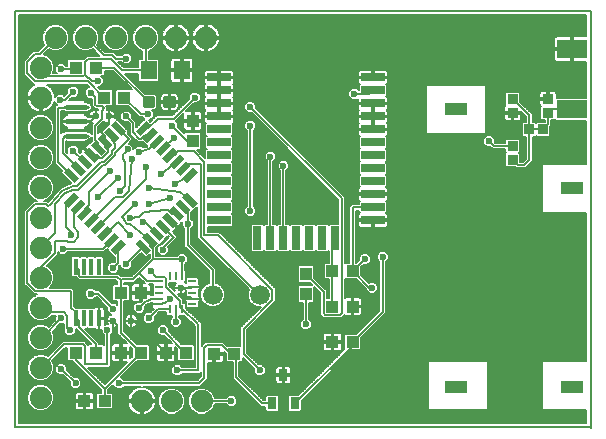
<source format=gtl>
G75*
%MOIN*%
%OFA0B0*%
%FSLAX25Y25*%
%IPPOS*%
%LPD*%
%AMOC8*
5,1,8,0,0,1.08239X$1,22.5*
%
%ADD10C,0.00600*%
%ADD11R,0.04331X0.03937*%
%ADD12C,0.01181*%
%ADD13C,0.07400*%
%ADD14R,0.03937X0.04331*%
%ADD15R,0.05000X0.02200*%
%ADD16R,0.02200X0.05000*%
%ADD17R,0.02756X0.01102*%
%ADD18R,0.01102X0.02756*%
%ADD19C,0.01772*%
%ADD20C,0.01000*%
%ADD21R,0.07874X0.02756*%
%ADD22R,0.02756X0.07874*%
%ADD23R,0.03543X0.03346*%
%ADD24R,0.03346X0.03543*%
%ADD25R,0.05512X0.06299*%
%ADD26C,0.06600*%
%ADD27R,0.03150X0.03937*%
%ADD28R,0.07677X0.03937*%
%ADD29R,0.09843X0.06299*%
%ADD30R,0.01600X0.05400*%
%ADD31C,0.02362*%
D10*
X0001595Y0001497D02*
X0001595Y0140080D01*
X0193328Y0140080D01*
X0193328Y0001497D01*
X0001595Y0001497D01*
X0002983Y0002884D02*
X0002983Y0138692D01*
X0191940Y0138692D01*
X0191940Y0131718D01*
X0187328Y0131718D01*
X0187328Y0127781D01*
X0186729Y0127781D01*
X0186729Y0131718D01*
X0181964Y0131718D01*
X0181687Y0131644D01*
X0181440Y0131501D01*
X0181237Y0131298D01*
X0181094Y0131050D01*
X0181020Y0130774D01*
X0181020Y0127781D01*
X0186728Y0127781D01*
X0186728Y0127181D01*
X0181020Y0127181D01*
X0181020Y0124188D01*
X0181094Y0123912D01*
X0181237Y0123664D01*
X0181440Y0123461D01*
X0181687Y0123318D01*
X0181964Y0123244D01*
X0186729Y0123244D01*
X0186729Y0127181D01*
X0187328Y0127181D01*
X0187328Y0123244D01*
X0191940Y0123244D01*
X0191940Y0111344D01*
X0182014Y0111344D01*
X0182014Y0112683D01*
X0181939Y0112960D01*
X0181796Y0113208D01*
X0181594Y0113410D01*
X0181346Y0113553D01*
X0181069Y0113628D01*
X0179454Y0113628D01*
X0179454Y0111167D01*
X0178854Y0111167D01*
X0178854Y0110567D01*
X0176295Y0110567D01*
X0176295Y0109051D01*
X0176370Y0108774D01*
X0176513Y0108526D01*
X0176664Y0108375D01*
X0176591Y0108301D01*
X0176591Y0104299D01*
X0177055Y0103835D01*
X0178062Y0103835D01*
X0178062Y0103273D01*
X0175500Y0103273D01*
X0175217Y0102991D01*
X0174935Y0103273D01*
X0174026Y0103273D01*
X0174026Y0105879D01*
X0169940Y0109965D01*
X0169907Y0109965D01*
X0169907Y0112868D01*
X0169443Y0113332D01*
X0165244Y0113332D01*
X0164780Y0112868D01*
X0164780Y0108866D01*
X0164853Y0108792D01*
X0164702Y0108641D01*
X0164559Y0108393D01*
X0164484Y0108116D01*
X0164484Y0106600D01*
X0167043Y0106600D01*
X0167043Y0106000D01*
X0164484Y0106000D01*
X0164484Y0104484D01*
X0164559Y0104207D01*
X0164702Y0103959D01*
X0164904Y0103757D01*
X0165152Y0103613D01*
X0165429Y0103539D01*
X0167043Y0103539D01*
X0167043Y0106000D01*
X0167643Y0106000D01*
X0167643Y0103539D01*
X0169258Y0103539D01*
X0169535Y0103613D01*
X0169783Y0103757D01*
X0169985Y0103959D01*
X0170128Y0104207D01*
X0170202Y0104484D01*
X0170202Y0106000D01*
X0167643Y0106000D01*
X0167643Y0106600D01*
X0170202Y0106600D01*
X0170202Y0106614D01*
X0171842Y0104975D01*
X0171842Y0103273D01*
X0170933Y0103273D01*
X0170469Y0102809D01*
X0170469Y0098610D01*
X0170933Y0098146D01*
X0171842Y0098146D01*
X0171842Y0091004D01*
X0170828Y0089991D01*
X0169907Y0089991D01*
X0169907Y0092553D01*
X0169625Y0092835D01*
X0169907Y0093118D01*
X0169907Y0097120D01*
X0169443Y0097584D01*
X0165244Y0097584D01*
X0164780Y0097120D01*
X0164780Y0096211D01*
X0161575Y0096211D01*
X0161443Y0096344D01*
X0161443Y0097590D01*
X0160287Y0098746D01*
X0158652Y0098746D01*
X0157496Y0097590D01*
X0157496Y0095955D01*
X0158652Y0094799D01*
X0159898Y0094799D01*
X0160671Y0094027D01*
X0164780Y0094027D01*
X0164780Y0093118D01*
X0165062Y0092835D01*
X0164780Y0092553D01*
X0164780Y0088551D01*
X0165244Y0088087D01*
X0168264Y0088087D01*
X0168545Y0087806D01*
X0171733Y0087806D01*
X0172373Y0088446D01*
X0174026Y0090100D01*
X0174026Y0098146D01*
X0174935Y0098146D01*
X0175217Y0098428D01*
X0175500Y0098146D01*
X0179502Y0098146D01*
X0179966Y0098610D01*
X0179966Y0101630D01*
X0180247Y0101911D01*
X0180247Y0103835D01*
X0181254Y0103835D01*
X0181330Y0103910D01*
X0181779Y0103461D01*
X0191940Y0103461D01*
X0191940Y0089252D01*
X0177352Y0089252D01*
X0177030Y0088929D01*
X0177030Y0073119D01*
X0177352Y0072797D01*
X0191940Y0072797D01*
X0191940Y0023504D01*
X0177352Y0023504D01*
X0177030Y0023181D01*
X0177030Y0007371D01*
X0177352Y0007049D01*
X0191940Y0007049D01*
X0191940Y0002884D01*
X0002983Y0002884D01*
X0002983Y0003448D02*
X0191940Y0003448D01*
X0191940Y0004046D02*
X0002983Y0004046D01*
X0002983Y0004645D02*
X0191940Y0004645D01*
X0191940Y0005243D02*
X0002983Y0005243D01*
X0002983Y0005842D02*
X0041648Y0005842D01*
X0041884Y0005722D02*
X0042600Y0005489D01*
X0043345Y0005371D01*
X0043421Y0005371D01*
X0043421Y0009858D01*
X0038934Y0009858D01*
X0038934Y0009781D01*
X0039052Y0009037D01*
X0039285Y0008321D01*
X0039627Y0007649D01*
X0040070Y0007039D01*
X0011511Y0007039D01*
X0010954Y0006808D02*
X0012605Y0007492D01*
X0013868Y0008755D01*
X0014552Y0010406D01*
X0014552Y0012194D01*
X0013868Y0013845D01*
X0012605Y0015108D01*
X0010954Y0015792D01*
X0009166Y0015792D01*
X0007515Y0015108D01*
X0006252Y0013845D01*
X0005568Y0012194D01*
X0005568Y0010406D01*
X0006252Y0008755D01*
X0007515Y0007492D01*
X0009166Y0006808D01*
X0010954Y0006808D01*
X0012750Y0007637D02*
X0021525Y0007637D01*
X0021591Y0007522D02*
X0021794Y0007320D01*
X0022042Y0007176D01*
X0022318Y0007102D01*
X0024327Y0007102D01*
X0024327Y0009858D01*
X0024927Y0009858D01*
X0024927Y0007102D01*
X0026935Y0007102D01*
X0027212Y0007176D01*
X0027460Y0007320D01*
X0027662Y0007522D01*
X0027806Y0007770D01*
X0027880Y0008047D01*
X0027880Y0009858D01*
X0024927Y0009858D01*
X0024927Y0010458D01*
X0027880Y0010458D01*
X0027880Y0012270D01*
X0027806Y0012546D01*
X0027662Y0012794D01*
X0027460Y0012997D01*
X0027212Y0013140D01*
X0026935Y0013214D01*
X0024927Y0013214D01*
X0024927Y0010458D01*
X0024327Y0010458D01*
X0024327Y0009858D01*
X0021374Y0009858D01*
X0021374Y0008047D01*
X0021448Y0007770D01*
X0021591Y0007522D01*
X0021374Y0008236D02*
X0013349Y0008236D01*
X0013901Y0008834D02*
X0021374Y0008834D01*
X0021374Y0009433D02*
X0014149Y0009433D01*
X0014397Y0010031D02*
X0024327Y0010031D01*
X0024327Y0010458D02*
X0021374Y0010458D01*
X0021374Y0012270D01*
X0021448Y0012546D01*
X0021591Y0012794D01*
X0021794Y0012997D01*
X0022042Y0013140D01*
X0022318Y0013214D01*
X0024327Y0013214D01*
X0024327Y0010458D01*
X0024327Y0010630D02*
X0024927Y0010630D01*
X0024927Y0011228D02*
X0024327Y0011228D01*
X0024327Y0011827D02*
X0024927Y0011827D01*
X0024927Y0012425D02*
X0024327Y0012425D01*
X0024327Y0013024D02*
X0024927Y0013024D01*
X0023220Y0014819D02*
X0029169Y0014819D01*
X0029768Y0014221D02*
X0022622Y0014221D01*
X0022491Y0014091D02*
X0023647Y0015246D01*
X0023647Y0016881D01*
X0022491Y0018037D01*
X0021245Y0018037D01*
X0018923Y0020359D01*
X0018923Y0021606D01*
X0017767Y0022761D01*
X0016132Y0022761D01*
X0014977Y0021606D01*
X0014977Y0019971D01*
X0016132Y0018815D01*
X0017378Y0018815D01*
X0019701Y0016493D01*
X0019701Y0015246D01*
X0020857Y0014091D01*
X0022491Y0014091D01*
X0021841Y0013024D02*
X0014208Y0013024D01*
X0013960Y0013622D02*
X0030228Y0013622D01*
X0030228Y0013761D02*
X0030228Y0012919D01*
X0028826Y0012919D01*
X0028362Y0012455D01*
X0028362Y0007862D01*
X0028826Y0007398D01*
X0033813Y0007398D01*
X0034277Y0007862D01*
X0034277Y0012455D01*
X0033813Y0012919D01*
X0032412Y0012919D01*
X0032412Y0013761D01*
X0034268Y0015617D01*
X0034268Y0015246D01*
X0035424Y0014091D01*
X0037058Y0014091D01*
X0037913Y0014945D01*
X0043340Y0014945D01*
X0042600Y0014828D01*
X0041884Y0014595D01*
X0041212Y0014253D01*
X0040603Y0013810D01*
X0040070Y0013277D01*
X0039627Y0012667D01*
X0039285Y0011996D01*
X0039052Y0011279D01*
X0038934Y0010535D01*
X0038934Y0010458D01*
X0043421Y0010458D01*
X0043421Y0009858D01*
X0044021Y0009858D01*
X0044021Y0005371D01*
X0044098Y0005371D01*
X0044842Y0005489D01*
X0045559Y0005722D01*
X0046231Y0006064D01*
X0046840Y0006507D01*
X0047373Y0007039D01*
X0047816Y0007649D01*
X0048158Y0008321D01*
X0048391Y0009037D01*
X0048509Y0009781D01*
X0048509Y0009858D01*
X0044021Y0009858D01*
X0044021Y0010458D01*
X0048509Y0010458D01*
X0048509Y0010535D01*
X0048391Y0011279D01*
X0048158Y0011996D01*
X0047816Y0012667D01*
X0047373Y0013277D01*
X0046840Y0013810D01*
X0046231Y0014253D01*
X0045559Y0014595D01*
X0044842Y0014828D01*
X0044103Y0014945D01*
X0063167Y0014945D01*
X0063807Y0015585D01*
X0065699Y0017477D01*
X0065699Y0022850D01*
X0067634Y0022850D01*
X0067634Y0025606D01*
X0068234Y0025606D01*
X0068234Y0022850D01*
X0070243Y0022850D01*
X0070519Y0022924D01*
X0070767Y0023068D01*
X0070969Y0023270D01*
X0071113Y0023518D01*
X0071187Y0023795D01*
X0071187Y0025606D01*
X0068234Y0025606D01*
X0068234Y0026206D01*
X0071187Y0026206D01*
X0071187Y0026516D01*
X0071669Y0026033D01*
X0071669Y0023610D01*
X0072133Y0023146D01*
X0074125Y0023146D01*
X0074125Y0017580D01*
X0074765Y0016940D01*
X0083427Y0008279D01*
X0084858Y0008279D01*
X0084858Y0007074D01*
X0085322Y0006610D01*
X0089128Y0006610D01*
X0089592Y0007074D01*
X0089592Y0011667D01*
X0089128Y0012131D01*
X0085322Y0012131D01*
X0084858Y0011667D01*
X0084858Y0010463D01*
X0084331Y0010463D01*
X0076310Y0018485D01*
X0076310Y0023146D01*
X0077120Y0023146D01*
X0077584Y0023610D01*
X0077584Y0024357D01*
X0081118Y0020823D01*
X0081118Y0019577D01*
X0082274Y0018421D01*
X0083909Y0018421D01*
X0085065Y0019577D01*
X0085065Y0021212D01*
X0083909Y0022368D01*
X0082663Y0022368D01*
X0078784Y0026246D01*
X0078784Y0033800D01*
X0088384Y0043399D01*
X0088384Y0047783D01*
X0069695Y0066472D01*
X0065699Y0066472D01*
X0065699Y0068224D01*
X0073853Y0068224D01*
X0074317Y0068688D01*
X0074317Y0072101D01*
X0073857Y0072560D01*
X0074317Y0073019D01*
X0074317Y0076431D01*
X0073857Y0076891D01*
X0074317Y0077350D01*
X0074317Y0080762D01*
X0073857Y0081221D01*
X0074317Y0081681D01*
X0074317Y0085093D01*
X0073857Y0085552D01*
X0074317Y0086011D01*
X0074317Y0089423D01*
X0073857Y0089883D01*
X0074317Y0090342D01*
X0074317Y0093754D01*
X0073857Y0094213D01*
X0074317Y0094673D01*
X0074317Y0098085D01*
X0073857Y0098544D01*
X0074317Y0099003D01*
X0074317Y0102416D01*
X0074032Y0102700D01*
X0074192Y0102792D01*
X0074395Y0102995D01*
X0074538Y0103242D01*
X0074612Y0103519D01*
X0074612Y0104740D01*
X0069888Y0104740D01*
X0069888Y0105340D01*
X0074612Y0105340D01*
X0074612Y0106561D01*
X0074538Y0106838D01*
X0074395Y0107086D01*
X0074275Y0107206D01*
X0074395Y0107325D01*
X0074538Y0107573D01*
X0074612Y0107850D01*
X0074612Y0109071D01*
X0069888Y0109071D01*
X0069888Y0109671D01*
X0074612Y0109671D01*
X0074612Y0110892D01*
X0074538Y0111169D01*
X0074395Y0111416D01*
X0074275Y0111536D01*
X0074395Y0111656D01*
X0074538Y0111904D01*
X0074612Y0112180D01*
X0074612Y0113402D01*
X0069888Y0113402D01*
X0069888Y0114002D01*
X0074612Y0114002D01*
X0074612Y0115223D01*
X0074538Y0115499D01*
X0074395Y0115747D01*
X0074275Y0115867D01*
X0074395Y0115987D01*
X0074538Y0116235D01*
X0074612Y0116511D01*
X0074612Y0117732D01*
X0069888Y0117732D01*
X0069888Y0118332D01*
X0074612Y0118332D01*
X0074612Y0119553D01*
X0074538Y0119830D01*
X0074395Y0120078D01*
X0074192Y0120280D01*
X0073944Y0120424D01*
X0073668Y0120498D01*
X0069888Y0120498D01*
X0069888Y0118332D01*
X0069288Y0118332D01*
X0069288Y0120498D01*
X0065507Y0120498D01*
X0065231Y0120424D01*
X0064983Y0120280D01*
X0064780Y0120078D01*
X0064637Y0119830D01*
X0064563Y0119553D01*
X0064563Y0118332D01*
X0069288Y0118332D01*
X0069288Y0117732D01*
X0069888Y0117732D01*
X0069888Y0114002D01*
X0069288Y0114002D01*
X0069288Y0116167D01*
X0069288Y0117732D01*
X0064563Y0117732D01*
X0064563Y0116511D01*
X0064637Y0116235D01*
X0064780Y0115987D01*
X0064900Y0115867D01*
X0064780Y0115747D01*
X0064637Y0115499D01*
X0064563Y0115223D01*
X0064563Y0114002D01*
X0069288Y0114002D01*
X0069288Y0113402D01*
X0064563Y0113402D01*
X0064563Y0112180D01*
X0064637Y0111904D01*
X0064780Y0111656D01*
X0064900Y0111536D01*
X0064780Y0111416D01*
X0064637Y0111169D01*
X0064563Y0110892D01*
X0064563Y0109671D01*
X0069288Y0109671D01*
X0069288Y0111836D01*
X0069288Y0113402D01*
X0069888Y0113402D01*
X0069888Y0109671D01*
X0069288Y0109671D01*
X0069288Y0109071D01*
X0069888Y0109071D01*
X0069888Y0105340D01*
X0069288Y0105340D01*
X0069288Y0107505D01*
X0069288Y0109071D01*
X0064563Y0109071D01*
X0064563Y0107850D01*
X0064637Y0107573D01*
X0064780Y0107325D01*
X0064900Y0107206D01*
X0064780Y0107086D01*
X0064637Y0106838D01*
X0064563Y0106561D01*
X0064563Y0105340D01*
X0069288Y0105340D01*
X0069288Y0104740D01*
X0064563Y0104740D01*
X0064563Y0103519D01*
X0064637Y0103242D01*
X0064780Y0102995D01*
X0064983Y0102792D01*
X0065143Y0102700D01*
X0064858Y0102416D01*
X0064858Y0099003D01*
X0065318Y0098544D01*
X0064858Y0098085D01*
X0064858Y0094673D01*
X0065318Y0094213D01*
X0064858Y0093754D01*
X0064858Y0091082D01*
X0062007Y0093933D01*
X0062987Y0093933D01*
X0063451Y0094397D01*
X0063451Y0099384D01*
X0062987Y0099848D01*
X0058393Y0099848D01*
X0057969Y0099424D01*
X0055931Y0101462D01*
X0055931Y0102708D01*
X0055141Y0103498D01*
X0055470Y0103827D01*
X0055470Y0103827D01*
X0057670Y0106027D01*
X0057634Y0105892D01*
X0057634Y0103883D01*
X0060390Y0103883D01*
X0060390Y0103283D01*
X0060990Y0103283D01*
X0060990Y0100331D01*
X0062802Y0100331D01*
X0063078Y0100405D01*
X0063326Y0100548D01*
X0063529Y0100750D01*
X0063672Y0100998D01*
X0063746Y0101275D01*
X0063746Y0103283D01*
X0060990Y0103283D01*
X0060990Y0103883D01*
X0063746Y0103883D01*
X0063746Y0105892D01*
X0063672Y0106169D01*
X0063529Y0106416D01*
X0063326Y0106619D01*
X0063078Y0106762D01*
X0062802Y0106836D01*
X0060990Y0106836D01*
X0060990Y0103884D01*
X0060390Y0103884D01*
X0060390Y0106836D01*
X0058578Y0106836D01*
X0058443Y0106800D01*
X0061009Y0109366D01*
X0062255Y0109366D01*
X0063411Y0110522D01*
X0063411Y0112157D01*
X0062255Y0113313D01*
X0060621Y0113313D01*
X0059465Y0112157D01*
X0059465Y0110911D01*
X0053926Y0105372D01*
X0048623Y0105372D01*
X0047983Y0104732D01*
X0046584Y0103332D01*
X0046062Y0103854D01*
X0046507Y0103854D01*
X0047663Y0105010D01*
X0047663Y0106645D01*
X0047186Y0107122D01*
X0048007Y0107122D01*
X0048817Y0107932D01*
X0048817Y0111833D01*
X0048007Y0112643D01*
X0044840Y0112643D01*
X0038181Y0119302D01*
X0042536Y0119302D01*
X0042536Y0116917D01*
X0043000Y0116453D01*
X0049168Y0116453D01*
X0049632Y0116917D01*
X0049632Y0123872D01*
X0049168Y0124336D01*
X0046152Y0124336D01*
X0046152Y0126890D01*
X0047605Y0127492D01*
X0048868Y0128755D01*
X0049552Y0130406D01*
X0049552Y0132194D01*
X0048868Y0133845D01*
X0047605Y0135108D01*
X0045954Y0135792D01*
X0044166Y0135792D01*
X0042515Y0135108D01*
X0041252Y0133845D01*
X0040568Y0132194D01*
X0040568Y0130406D01*
X0041252Y0128755D01*
X0042515Y0127492D01*
X0043968Y0126890D01*
X0043968Y0124336D01*
X0043000Y0124336D01*
X0042536Y0123872D01*
X0042536Y0121487D01*
X0037694Y0121487D01*
X0035941Y0123239D01*
X0036905Y0123239D01*
X0037786Y0122358D01*
X0039421Y0122358D01*
X0040577Y0123514D01*
X0040577Y0125149D01*
X0039421Y0126305D01*
X0037786Y0126305D01*
X0036905Y0125424D01*
X0035454Y0125424D01*
X0035056Y0125821D01*
X0034417Y0126461D01*
X0031444Y0126461D01*
X0028950Y0128954D01*
X0029552Y0130406D01*
X0029552Y0132194D01*
X0028868Y0133845D01*
X0027605Y0135108D01*
X0025954Y0135792D01*
X0024166Y0135792D01*
X0022515Y0135108D01*
X0021252Y0133845D01*
X0020568Y0132194D01*
X0020568Y0130406D01*
X0021252Y0128755D01*
X0022515Y0127492D01*
X0024166Y0126808D01*
X0025954Y0126808D01*
X0027406Y0127410D01*
X0029555Y0125261D01*
X0025416Y0125261D01*
X0024327Y0124171D01*
X0024211Y0124056D01*
X0024207Y0124061D01*
X0019220Y0124061D01*
X0018756Y0123597D01*
X0018756Y0121880D01*
X0018648Y0121880D01*
X0017767Y0122761D01*
X0016132Y0122761D01*
X0014977Y0121606D01*
X0014977Y0119971D01*
X0015424Y0119524D01*
X0014186Y0119524D01*
X0014552Y0120406D01*
X0014552Y0122194D01*
X0013868Y0123845D01*
X0012605Y0125108D01*
X0011055Y0125750D01*
X0012714Y0127410D01*
X0014166Y0126808D01*
X0015954Y0126808D01*
X0017605Y0127492D01*
X0018868Y0128755D01*
X0019552Y0130406D01*
X0019552Y0132194D01*
X0018868Y0133845D01*
X0017605Y0135108D01*
X0015954Y0135792D01*
X0014166Y0135792D01*
X0012515Y0135108D01*
X0011252Y0133845D01*
X0010568Y0132194D01*
X0010568Y0130406D01*
X0011170Y0128954D01*
X0009208Y0126992D01*
X0007702Y0126992D01*
X0007062Y0126352D01*
X0005008Y0124298D01*
X0004368Y0123658D01*
X0004368Y0118942D01*
X0007062Y0116248D01*
X0007702Y0115608D01*
X0007970Y0115608D01*
X0007551Y0115395D01*
X0006941Y0114952D01*
X0006408Y0114419D01*
X0005965Y0113809D01*
X0005623Y0113138D01*
X0005390Y0112421D01*
X0005273Y0111677D01*
X0005273Y0111600D01*
X0009760Y0111600D01*
X0009760Y0111000D01*
X0010360Y0111000D01*
X0010360Y0106513D01*
X0010437Y0106513D01*
X0011181Y0106630D01*
X0011898Y0106863D01*
X0012569Y0107205D01*
X0013179Y0107648D01*
X0013712Y0108181D01*
X0014155Y0108791D01*
X0014497Y0109462D01*
X0014585Y0109733D01*
X0015429Y0108888D01*
X0015316Y0108888D01*
X0015293Y0108865D01*
X0015260Y0108863D01*
X0014976Y0108548D01*
X0014677Y0108248D01*
X0014677Y0108216D01*
X0014655Y0108191D01*
X0014677Y0107768D01*
X0014677Y0090115D01*
X0014661Y0090099D01*
X0014677Y0089666D01*
X0014677Y0089233D01*
X0014693Y0089217D01*
X0014693Y0089194D01*
X0015010Y0088900D01*
X0015316Y0088594D01*
X0015339Y0088594D01*
X0017131Y0086927D01*
X0016977Y0086773D01*
X0016977Y0086117D01*
X0020239Y0082855D01*
X0020158Y0082775D01*
X0020027Y0082775D01*
X0019864Y0082611D01*
X0019649Y0082523D01*
X0019600Y0082406D01*
X0017642Y0081609D01*
X0017641Y0081609D01*
X0017099Y0081577D01*
X0016908Y0081361D01*
X0016784Y0081354D01*
X0016653Y0081206D01*
X0016469Y0081131D01*
X0016364Y0080881D01*
X0012605Y0076652D01*
X0012373Y0076884D01*
X0011138Y0076884D01*
X0012605Y0077492D01*
X0013868Y0078755D01*
X0014552Y0080406D01*
X0014552Y0082194D01*
X0013868Y0083845D01*
X0012605Y0085108D01*
X0010954Y0085792D01*
X0009166Y0085792D01*
X0007515Y0085108D01*
X0006252Y0083845D01*
X0005568Y0082194D01*
X0005568Y0080406D01*
X0006252Y0078755D01*
X0007515Y0077492D01*
X0008982Y0076884D01*
X0007747Y0076884D01*
X0005116Y0074253D01*
X0005115Y0074253D01*
X0004476Y0073613D01*
X0004476Y0048987D01*
X0005115Y0048347D01*
X0005116Y0048347D01*
X0007107Y0046356D01*
X0007107Y0046355D01*
X0007747Y0045716D01*
X0008982Y0045716D01*
X0007515Y0045108D01*
X0006252Y0043845D01*
X0005568Y0042194D01*
X0005568Y0040406D01*
X0006252Y0038755D01*
X0007515Y0037492D01*
X0009166Y0036808D01*
X0010954Y0036808D01*
X0012605Y0037492D01*
X0013711Y0038598D01*
X0015040Y0038598D01*
X0014977Y0038535D01*
X0014977Y0037289D01*
X0012700Y0035012D01*
X0012605Y0035108D01*
X0010954Y0035792D01*
X0009166Y0035792D01*
X0007515Y0035108D01*
X0006252Y0033845D01*
X0005568Y0032194D01*
X0005568Y0030406D01*
X0006252Y0028755D01*
X0007515Y0027492D01*
X0009166Y0026808D01*
X0010954Y0026808D01*
X0012605Y0027492D01*
X0013868Y0028755D01*
X0014552Y0030406D01*
X0014552Y0032194D01*
X0014089Y0033312D01*
X0016521Y0035744D01*
X0017767Y0035744D01*
X0017831Y0035808D01*
X0017831Y0034696D01*
X0017732Y0034598D01*
X0017732Y0032963D01*
X0018888Y0031807D01*
X0020523Y0031807D01*
X0021679Y0032963D01*
X0021679Y0034267D01*
X0026885Y0029061D01*
X0025913Y0029061D01*
X0025807Y0028954D01*
X0025807Y0029005D01*
X0025299Y0029513D01*
X0024659Y0030153D01*
X0017368Y0030153D01*
X0012406Y0025190D01*
X0010954Y0025792D01*
X0009166Y0025792D01*
X0007515Y0025108D01*
X0006252Y0023845D01*
X0005568Y0022194D01*
X0005568Y0020406D01*
X0006252Y0018755D01*
X0007515Y0017492D01*
X0009166Y0016808D01*
X0010954Y0016808D01*
X0012605Y0017492D01*
X0013868Y0018755D01*
X0014552Y0020406D01*
X0014552Y0022194D01*
X0013950Y0023646D01*
X0018273Y0027969D01*
X0018756Y0027969D01*
X0018756Y0024003D01*
X0019220Y0023539D01*
X0020621Y0023539D01*
X0020621Y0023367D01*
X0030228Y0013761D01*
X0030228Y0013024D02*
X0027413Y0013024D01*
X0027838Y0012425D02*
X0028362Y0012425D01*
X0028362Y0011827D02*
X0027880Y0011827D01*
X0027880Y0011228D02*
X0028362Y0011228D01*
X0028362Y0010630D02*
X0027880Y0010630D01*
X0028362Y0010031D02*
X0024927Y0010031D01*
X0024927Y0009433D02*
X0024327Y0009433D01*
X0024327Y0008834D02*
X0024927Y0008834D01*
X0024927Y0008236D02*
X0024327Y0008236D01*
X0024327Y0007637D02*
X0024927Y0007637D01*
X0027729Y0007637D02*
X0028587Y0007637D01*
X0028362Y0008236D02*
X0027880Y0008236D01*
X0027880Y0008834D02*
X0028362Y0008834D01*
X0028362Y0009433D02*
X0027880Y0009433D01*
X0031320Y0010158D02*
X0031320Y0014213D01*
X0021714Y0023820D01*
X0021714Y0026300D01*
X0018756Y0026191D02*
X0016496Y0026191D01*
X0017094Y0026790D02*
X0018756Y0026790D01*
X0018756Y0027388D02*
X0017693Y0027388D01*
X0017821Y0029061D02*
X0010060Y0021300D01*
X0014221Y0019608D02*
X0015340Y0019608D01*
X0014977Y0020206D02*
X0014469Y0020206D01*
X0014552Y0020805D02*
X0014977Y0020805D01*
X0014977Y0021403D02*
X0014552Y0021403D01*
X0014552Y0022002D02*
X0015373Y0022002D01*
X0015971Y0022600D02*
X0014384Y0022600D01*
X0014136Y0023199D02*
X0020790Y0023199D01*
X0021389Y0022600D02*
X0017928Y0022600D01*
X0018527Y0022002D02*
X0021987Y0022002D01*
X0022586Y0021403D02*
X0018923Y0021403D01*
X0018923Y0020805D02*
X0023184Y0020805D01*
X0023783Y0020206D02*
X0019076Y0020206D01*
X0019675Y0019608D02*
X0024381Y0019608D01*
X0024980Y0019009D02*
X0020273Y0019009D01*
X0020872Y0018411D02*
X0025578Y0018411D01*
X0026177Y0017812D02*
X0022716Y0017812D01*
X0023315Y0017213D02*
X0026775Y0017213D01*
X0027374Y0016615D02*
X0023647Y0016615D01*
X0023647Y0016016D02*
X0027972Y0016016D01*
X0028571Y0015418D02*
X0023647Y0015418D01*
X0021674Y0016064D02*
X0016950Y0020788D01*
X0015938Y0019009D02*
X0013973Y0019009D01*
X0013523Y0018411D02*
X0017783Y0018411D01*
X0018381Y0017812D02*
X0012925Y0017812D01*
X0011933Y0017213D02*
X0018980Y0017213D01*
X0019578Y0016615D02*
X0002983Y0016615D01*
X0002983Y0017213D02*
X0008187Y0017213D01*
X0007195Y0017812D02*
X0002983Y0017812D01*
X0002983Y0018411D02*
X0006597Y0018411D01*
X0006147Y0019009D02*
X0002983Y0019009D01*
X0002983Y0019608D02*
X0005899Y0019608D01*
X0005651Y0020206D02*
X0002983Y0020206D01*
X0002983Y0020805D02*
X0005568Y0020805D01*
X0005568Y0021403D02*
X0002983Y0021403D01*
X0002983Y0022002D02*
X0005568Y0022002D01*
X0005736Y0022600D02*
X0002983Y0022600D01*
X0002983Y0023199D02*
X0005984Y0023199D01*
X0006232Y0023797D02*
X0002983Y0023797D01*
X0002983Y0024396D02*
X0006803Y0024396D01*
X0007401Y0024994D02*
X0002983Y0024994D01*
X0002983Y0025593D02*
X0008685Y0025593D01*
X0007765Y0027388D02*
X0002983Y0027388D01*
X0002983Y0026790D02*
X0014005Y0026790D01*
X0014604Y0027388D02*
X0012355Y0027388D01*
X0013100Y0027987D02*
X0015202Y0027987D01*
X0015801Y0028585D02*
X0013698Y0028585D01*
X0014046Y0029184D02*
X0016399Y0029184D01*
X0016998Y0029782D02*
X0014294Y0029782D01*
X0014541Y0030381D02*
X0025565Y0030381D01*
X0025030Y0029782D02*
X0026163Y0029782D01*
X0025628Y0029184D02*
X0026762Y0029184D01*
X0028406Y0029084D02*
X0022740Y0034751D01*
X0022740Y0036812D01*
X0021773Y0037779D01*
X0021773Y0039713D01*
X0020180Y0041305D01*
X0020180Y0046808D01*
X0008199Y0046808D01*
X0005568Y0049439D01*
X0005568Y0073161D01*
X0008199Y0075792D01*
X0011921Y0075792D01*
X0012622Y0075091D01*
X0013133Y0075602D01*
X0017300Y0080290D01*
X0017483Y0080365D01*
X0017615Y0080513D01*
X0017886Y0080529D01*
X0020316Y0081519D01*
X0020480Y0081682D01*
X0020701Y0081772D01*
X0022059Y0081772D01*
X0030220Y0089934D01*
X0030994Y0089934D01*
X0033653Y0092593D01*
X0033653Y0093367D01*
X0034788Y0094502D01*
X0034788Y0095929D01*
X0033678Y0097040D01*
X0033678Y0098818D01*
X0031451Y0098369D02*
X0031451Y0096591D01*
X0031451Y0094812D01*
X0032561Y0093702D01*
X0032561Y0093046D01*
X0030542Y0091026D01*
X0029885Y0091026D01*
X0028775Y0092137D01*
X0026996Y0092137D01*
X0026996Y0092490D02*
X0026643Y0092137D01*
X0024283Y0094496D01*
X0023581Y0093794D01*
X0023437Y0093546D01*
X0023363Y0093270D01*
X0023363Y0093159D01*
X0023162Y0092958D01*
X0022860Y0093247D01*
X0022860Y0094440D01*
X0021704Y0095596D01*
X0020069Y0095596D01*
X0018914Y0094440D01*
X0018914Y0092855D01*
X0018436Y0093333D01*
X0018436Y0096984D01*
X0018732Y0096984D01*
X0018732Y0096562D01*
X0018907Y0096387D01*
X0024756Y0096387D01*
X0024932Y0096562D01*
X0024932Y0096984D01*
X0025391Y0096984D01*
X0025777Y0097370D01*
X0026367Y0097370D01*
X0027021Y0098024D01*
X0027021Y0096817D01*
X0025974Y0095770D01*
X0025863Y0095770D01*
X0025587Y0095695D01*
X0025339Y0095552D01*
X0024636Y0094850D01*
X0026996Y0092490D01*
X0026860Y0092626D02*
X0026153Y0092626D01*
X0026262Y0093224D02*
X0025555Y0093224D01*
X0025663Y0093823D02*
X0024956Y0093823D01*
X0025065Y0094421D02*
X0024358Y0094421D01*
X0024208Y0094421D02*
X0022860Y0094421D01*
X0022860Y0093823D02*
X0023609Y0093823D01*
X0023363Y0093224D02*
X0022883Y0093224D01*
X0022280Y0095020D02*
X0024806Y0095020D01*
X0025453Y0095618D02*
X0018436Y0095618D01*
X0018436Y0095020D02*
X0019493Y0095020D01*
X0018914Y0094421D02*
X0018436Y0094421D01*
X0018436Y0093823D02*
X0018914Y0093823D01*
X0018914Y0093224D02*
X0018544Y0093224D01*
X0017343Y0092881D02*
X0022542Y0087682D01*
X0024769Y0089909D02*
X0020887Y0093623D01*
X0018436Y0096217D02*
X0026421Y0096217D01*
X0027020Y0096816D02*
X0024932Y0096816D01*
X0026411Y0097414D02*
X0027021Y0097414D01*
X0027009Y0098013D02*
X0027021Y0098013D01*
X0027021Y0099300D02*
X0026367Y0099954D01*
X0025777Y0099954D01*
X0025391Y0100340D01*
X0018272Y0100340D01*
X0017887Y0099954D01*
X0017296Y0099954D01*
X0016861Y0099519D01*
X0016861Y0106759D01*
X0017893Y0106813D01*
X0018272Y0106433D01*
X0025391Y0106433D01*
X0025777Y0106819D01*
X0026367Y0106819D01*
X0027124Y0107576D01*
X0027124Y0108646D01*
X0026367Y0109403D01*
X0025777Y0109403D01*
X0025391Y0109789D01*
X0024932Y0109789D01*
X0024932Y0110211D01*
X0024756Y0110387D01*
X0019510Y0110387D01*
X0020458Y0111335D01*
X0021704Y0111335D01*
X0022860Y0112491D01*
X0022860Y0114125D01*
X0021704Y0115281D01*
X0020069Y0115281D01*
X0018914Y0114125D01*
X0018914Y0112879D01*
X0017966Y0111932D01*
X0017373Y0112525D01*
X0015739Y0112525D01*
X0014847Y0111634D01*
X0014847Y0111677D01*
X0014730Y0112421D01*
X0014497Y0113138D01*
X0014155Y0113809D01*
X0013712Y0114419D01*
X0013179Y0114952D01*
X0012569Y0115395D01*
X0012150Y0115608D01*
X0025349Y0115608D01*
X0026070Y0114887D01*
X0025975Y0114887D01*
X0024819Y0113732D01*
X0024819Y0112097D01*
X0025975Y0110941D01*
X0027152Y0110941D01*
X0027152Y0108551D01*
X0027616Y0108087D01*
X0028256Y0107447D01*
X0029248Y0107447D01*
X0029248Y0107151D01*
X0029243Y0107154D01*
X0028666Y0107309D01*
X0028412Y0107309D01*
X0028412Y0105085D01*
X0028323Y0105085D01*
X0028323Y0107309D01*
X0028068Y0107309D01*
X0027491Y0107154D01*
X0026974Y0106855D01*
X0026552Y0106433D01*
X0026253Y0105916D01*
X0026099Y0105339D01*
X0026099Y0105085D01*
X0028323Y0105085D01*
X0028323Y0104996D01*
X0026099Y0104996D01*
X0026099Y0104774D01*
X0025907Y0104966D01*
X0025457Y0105225D01*
X0024956Y0105360D01*
X0024932Y0105360D01*
X0024932Y0106011D01*
X0024756Y0106187D01*
X0018907Y0106187D01*
X0018732Y0106011D01*
X0018732Y0105360D01*
X0018708Y0105360D01*
X0018206Y0105225D01*
X0017756Y0104966D01*
X0017388Y0104598D01*
X0017129Y0104148D01*
X0016994Y0103646D01*
X0016994Y0103530D01*
X0021689Y0103530D01*
X0021689Y0103244D01*
X0016994Y0103244D01*
X0016994Y0103127D01*
X0017129Y0102625D01*
X0017388Y0102175D01*
X0017756Y0101808D01*
X0018206Y0101548D01*
X0018708Y0101413D01*
X0018734Y0101413D01*
X0018732Y0101411D01*
X0018732Y0100662D01*
X0018907Y0100487D01*
X0024756Y0100487D01*
X0024932Y0100662D01*
X0024932Y0101411D01*
X0024929Y0101413D01*
X0024956Y0101413D01*
X0025457Y0101548D01*
X0025907Y0101808D01*
X0026275Y0102175D01*
X0026535Y0102625D01*
X0026669Y0103127D01*
X0026669Y0103244D01*
X0021975Y0103244D01*
X0021975Y0103530D01*
X0026669Y0103530D01*
X0026974Y0103225D01*
X0027491Y0102926D01*
X0027498Y0102925D01*
X0027021Y0102448D01*
X0027021Y0099300D01*
X0027021Y0099808D02*
X0026513Y0099808D01*
X0027021Y0100407D02*
X0016861Y0100407D01*
X0016861Y0101005D02*
X0018732Y0101005D01*
X0018109Y0101604D02*
X0016861Y0101604D01*
X0016861Y0102202D02*
X0017373Y0102202D01*
X0017082Y0102801D02*
X0016861Y0102801D01*
X0016861Y0103399D02*
X0021689Y0103399D01*
X0021832Y0103387D02*
X0026714Y0103387D01*
X0028367Y0105040D01*
X0028323Y0105195D02*
X0028412Y0105195D01*
X0028412Y0105793D02*
X0028323Y0105793D01*
X0028323Y0106392D02*
X0028412Y0106392D01*
X0028412Y0106990D02*
X0028323Y0106990D01*
X0028114Y0107589D02*
X0027124Y0107589D01*
X0027124Y0108187D02*
X0027516Y0108187D01*
X0027152Y0108786D02*
X0026984Y0108786D01*
X0027152Y0109384D02*
X0026386Y0109384D01*
X0027152Y0109983D02*
X0024932Y0109983D01*
X0025736Y0111180D02*
X0020303Y0111180D01*
X0019705Y0110581D02*
X0027152Y0110581D01*
X0028244Y0111462D02*
X0026792Y0112914D01*
X0024819Y0112975D02*
X0022860Y0112975D01*
X0022860Y0113574D02*
X0024819Y0113574D01*
X0025260Y0114172D02*
X0022813Y0114172D01*
X0022214Y0114771D02*
X0025858Y0114771D01*
X0025588Y0115369D02*
X0012604Y0115369D01*
X0013360Y0114771D02*
X0019559Y0114771D01*
X0018961Y0114172D02*
X0013891Y0114172D01*
X0014274Y0113574D02*
X0018914Y0113574D01*
X0018914Y0112975D02*
X0014549Y0112975D01*
X0014737Y0112377D02*
X0015590Y0112377D01*
X0014992Y0111778D02*
X0014831Y0111778D01*
X0016556Y0110552D02*
X0018131Y0110552D01*
X0020887Y0113308D01*
X0022148Y0111778D02*
X0025138Y0111778D01*
X0024819Y0112377D02*
X0022746Y0112377D01*
X0018411Y0112377D02*
X0017522Y0112377D01*
X0014933Y0109384D02*
X0014457Y0109384D01*
X0014151Y0108786D02*
X0015190Y0108786D01*
X0014655Y0108187D02*
X0013716Y0108187D01*
X0013097Y0107589D02*
X0014677Y0107589D01*
X0014677Y0106990D02*
X0012147Y0106990D01*
X0010954Y0105792D02*
X0012605Y0105108D01*
X0013868Y0103845D01*
X0014552Y0102194D01*
X0014552Y0100406D01*
X0013868Y0098755D01*
X0012605Y0097492D01*
X0010954Y0096808D01*
X0009166Y0096808D01*
X0007515Y0097492D01*
X0006252Y0098755D01*
X0005568Y0100406D01*
X0005568Y0102194D01*
X0006252Y0103845D01*
X0007515Y0105108D01*
X0009166Y0105792D01*
X0010954Y0105792D01*
X0010360Y0106990D02*
X0009760Y0106990D01*
X0009760Y0106513D02*
X0009760Y0111000D01*
X0005273Y0111000D01*
X0005273Y0110923D01*
X0005390Y0110179D01*
X0005623Y0109462D01*
X0005965Y0108791D01*
X0006408Y0108181D01*
X0006941Y0107648D01*
X0007551Y0107205D01*
X0008222Y0106863D01*
X0008939Y0106630D01*
X0009683Y0106513D01*
X0009760Y0106513D01*
X0009760Y0107589D02*
X0010360Y0107589D01*
X0010360Y0108187D02*
X0009760Y0108187D01*
X0009760Y0108786D02*
X0010360Y0108786D01*
X0010360Y0109384D02*
X0009760Y0109384D01*
X0009760Y0109983D02*
X0010360Y0109983D01*
X0010360Y0110581D02*
X0009760Y0110581D01*
X0009760Y0111180D02*
X0002983Y0111180D01*
X0002983Y0111778D02*
X0005289Y0111778D01*
X0005383Y0112377D02*
X0002983Y0112377D01*
X0002983Y0112975D02*
X0005571Y0112975D01*
X0005846Y0113574D02*
X0002983Y0113574D01*
X0002983Y0114172D02*
X0006229Y0114172D01*
X0006760Y0114771D02*
X0002983Y0114771D01*
X0002983Y0115369D02*
X0007516Y0115369D01*
X0007342Y0115968D02*
X0002983Y0115968D01*
X0002983Y0116566D02*
X0006744Y0116566D01*
X0006145Y0117165D02*
X0002983Y0117165D01*
X0002983Y0117763D02*
X0005547Y0117763D01*
X0004948Y0118362D02*
X0002983Y0118362D01*
X0002983Y0118960D02*
X0004368Y0118960D01*
X0004368Y0119559D02*
X0002983Y0119559D01*
X0002983Y0120157D02*
X0004368Y0120157D01*
X0004368Y0120756D02*
X0002983Y0120756D01*
X0002983Y0121354D02*
X0004368Y0121354D01*
X0004368Y0121953D02*
X0002983Y0121953D01*
X0002983Y0122551D02*
X0004368Y0122551D01*
X0004368Y0123150D02*
X0002983Y0123150D01*
X0002983Y0123749D02*
X0004459Y0123749D01*
X0005057Y0124347D02*
X0002983Y0124347D01*
X0002983Y0124946D02*
X0005656Y0124946D01*
X0006254Y0125544D02*
X0002983Y0125544D01*
X0002983Y0126143D02*
X0006853Y0126143D01*
X0007062Y0126352D02*
X0007062Y0126352D01*
X0007451Y0126741D02*
X0002983Y0126741D01*
X0002983Y0127340D02*
X0009555Y0127340D01*
X0010154Y0127938D02*
X0002983Y0127938D01*
X0002983Y0128537D02*
X0010752Y0128537D01*
X0011094Y0129135D02*
X0002983Y0129135D01*
X0002983Y0129734D02*
X0010847Y0129734D01*
X0010599Y0130332D02*
X0002983Y0130332D01*
X0002983Y0130931D02*
X0010568Y0130931D01*
X0010568Y0131529D02*
X0002983Y0131529D01*
X0002983Y0132128D02*
X0010568Y0132128D01*
X0010788Y0132726D02*
X0002983Y0132726D01*
X0002983Y0133325D02*
X0011036Y0133325D01*
X0011330Y0133923D02*
X0002983Y0133923D01*
X0002983Y0134522D02*
X0011929Y0134522D01*
X0012544Y0135120D02*
X0002983Y0135120D01*
X0002983Y0135719D02*
X0013989Y0135719D01*
X0016131Y0135719D02*
X0023989Y0135719D01*
X0022544Y0135120D02*
X0017576Y0135120D01*
X0018191Y0134522D02*
X0021929Y0134522D01*
X0021330Y0133923D02*
X0018790Y0133923D01*
X0019084Y0133325D02*
X0021036Y0133325D01*
X0020788Y0132726D02*
X0019331Y0132726D01*
X0019552Y0132128D02*
X0020568Y0132128D01*
X0020568Y0131529D02*
X0019552Y0131529D01*
X0019552Y0130931D02*
X0020568Y0130931D01*
X0020599Y0130332D02*
X0019521Y0130332D01*
X0019273Y0129734D02*
X0020847Y0129734D01*
X0021094Y0129135D02*
X0019025Y0129135D01*
X0018649Y0128537D02*
X0021471Y0128537D01*
X0022069Y0127938D02*
X0018051Y0127938D01*
X0017237Y0127340D02*
X0022883Y0127340D01*
X0025101Y0124946D02*
X0012767Y0124946D01*
X0013366Y0124347D02*
X0024502Y0124347D01*
X0024779Y0123079D02*
X0025868Y0124169D01*
X0033467Y0124169D01*
X0037241Y0120394D01*
X0046084Y0120394D01*
X0045060Y0121418D01*
X0045060Y0131300D01*
X0048191Y0134522D02*
X0051511Y0134522D01*
X0051408Y0134419D02*
X0050965Y0133809D01*
X0050623Y0133138D01*
X0050390Y0132421D01*
X0050273Y0131677D01*
X0050273Y0131600D01*
X0054760Y0131600D01*
X0054760Y0136087D01*
X0054683Y0136087D01*
X0053939Y0135970D01*
X0053222Y0135737D01*
X0052551Y0135395D01*
X0051941Y0134952D01*
X0051408Y0134419D01*
X0051048Y0133923D02*
X0048790Y0133923D01*
X0049084Y0133325D02*
X0050719Y0133325D01*
X0050490Y0132726D02*
X0049331Y0132726D01*
X0049552Y0132128D02*
X0050344Y0132128D01*
X0049552Y0131529D02*
X0054760Y0131529D01*
X0054760Y0131600D02*
X0054760Y0131000D01*
X0055360Y0131000D01*
X0055360Y0131600D01*
X0059847Y0131600D01*
X0059847Y0131677D01*
X0059730Y0132421D01*
X0059497Y0133138D01*
X0059155Y0133809D01*
X0058712Y0134419D01*
X0058179Y0134952D01*
X0057569Y0135395D01*
X0056898Y0135737D01*
X0056181Y0135970D01*
X0055437Y0136087D01*
X0055360Y0136087D01*
X0055360Y0131600D01*
X0054760Y0131600D01*
X0054760Y0132128D02*
X0055360Y0132128D01*
X0055360Y0132726D02*
X0054760Y0132726D01*
X0054760Y0133325D02*
X0055360Y0133325D01*
X0055360Y0133923D02*
X0054760Y0133923D01*
X0054760Y0134522D02*
X0055360Y0134522D01*
X0055360Y0135120D02*
X0054760Y0135120D01*
X0054760Y0135719D02*
X0055360Y0135719D01*
X0056933Y0135719D02*
X0063187Y0135719D01*
X0063222Y0135737D02*
X0062551Y0135395D01*
X0061941Y0134952D01*
X0061408Y0134419D01*
X0060965Y0133809D01*
X0060623Y0133138D01*
X0060390Y0132421D01*
X0060273Y0131677D01*
X0060273Y0131600D01*
X0064760Y0131600D01*
X0064760Y0136087D01*
X0064683Y0136087D01*
X0063939Y0135970D01*
X0063222Y0135737D01*
X0062173Y0135120D02*
X0057947Y0135120D01*
X0058609Y0134522D02*
X0061511Y0134522D01*
X0061048Y0133923D02*
X0059072Y0133923D01*
X0059401Y0133325D02*
X0060719Y0133325D01*
X0060490Y0132726D02*
X0059630Y0132726D01*
X0059776Y0132128D02*
X0060344Y0132128D01*
X0060273Y0131000D02*
X0060273Y0130923D01*
X0060390Y0130179D01*
X0060623Y0129462D01*
X0060965Y0128791D01*
X0061408Y0128181D01*
X0061941Y0127648D01*
X0062551Y0127205D01*
X0063222Y0126863D01*
X0063939Y0126630D01*
X0064683Y0126513D01*
X0064760Y0126513D01*
X0064760Y0131000D01*
X0065360Y0131000D01*
X0065360Y0131600D01*
X0069847Y0131600D01*
X0069847Y0131677D01*
X0069730Y0132421D01*
X0069497Y0133138D01*
X0069155Y0133809D01*
X0068712Y0134419D01*
X0068179Y0134952D01*
X0067569Y0135395D01*
X0066898Y0135737D01*
X0066181Y0135970D01*
X0065437Y0136087D01*
X0065360Y0136087D01*
X0065360Y0131600D01*
X0064760Y0131600D01*
X0064760Y0131000D01*
X0060273Y0131000D01*
X0060273Y0130931D02*
X0059847Y0130931D01*
X0059847Y0130923D02*
X0059847Y0131000D01*
X0055360Y0131000D01*
X0055360Y0126513D01*
X0055437Y0126513D01*
X0056181Y0126630D01*
X0056898Y0126863D01*
X0057569Y0127205D01*
X0058179Y0127648D01*
X0058712Y0128181D01*
X0059155Y0128791D01*
X0059497Y0129462D01*
X0059730Y0130179D01*
X0059847Y0130923D01*
X0059754Y0130332D02*
X0060366Y0130332D01*
X0060535Y0129734D02*
X0059585Y0129734D01*
X0059330Y0129135D02*
X0060790Y0129135D01*
X0061150Y0128537D02*
X0058970Y0128537D01*
X0058468Y0127938D02*
X0061651Y0127938D01*
X0062366Y0127340D02*
X0057754Y0127340D01*
X0056521Y0126741D02*
X0063599Y0126741D01*
X0064760Y0126741D02*
X0065360Y0126741D01*
X0065360Y0126513D02*
X0065437Y0126513D01*
X0066181Y0126630D01*
X0066898Y0126863D01*
X0067569Y0127205D01*
X0068179Y0127648D01*
X0068712Y0128181D01*
X0069155Y0128791D01*
X0069497Y0129462D01*
X0069730Y0130179D01*
X0069847Y0130923D01*
X0069847Y0131000D01*
X0065360Y0131000D01*
X0065360Y0126513D01*
X0065360Y0127340D02*
X0064760Y0127340D01*
X0064760Y0127938D02*
X0065360Y0127938D01*
X0065360Y0128537D02*
X0064760Y0128537D01*
X0064760Y0129135D02*
X0065360Y0129135D01*
X0065360Y0129734D02*
X0064760Y0129734D01*
X0064760Y0130332D02*
X0065360Y0130332D01*
X0065360Y0130931D02*
X0064760Y0130931D01*
X0064760Y0131529D02*
X0055360Y0131529D01*
X0055360Y0130931D02*
X0054760Y0130931D01*
X0054760Y0131000D02*
X0054760Y0126513D01*
X0054683Y0126513D01*
X0053939Y0126630D01*
X0053222Y0126863D01*
X0052551Y0127205D01*
X0051941Y0127648D01*
X0051408Y0128181D01*
X0050965Y0128791D01*
X0050623Y0129462D01*
X0050390Y0130179D01*
X0050273Y0130923D01*
X0050273Y0131000D01*
X0054760Y0131000D01*
X0054760Y0130332D02*
X0055360Y0130332D01*
X0055360Y0129734D02*
X0054760Y0129734D01*
X0054760Y0129135D02*
X0055360Y0129135D01*
X0055360Y0128537D02*
X0054760Y0128537D01*
X0054760Y0127938D02*
X0055360Y0127938D01*
X0055360Y0127340D02*
X0054760Y0127340D01*
X0054760Y0126741D02*
X0055360Y0126741D01*
X0053599Y0126741D02*
X0046152Y0126741D01*
X0046152Y0126143D02*
X0181020Y0126143D01*
X0181020Y0126741D02*
X0066521Y0126741D01*
X0067754Y0127340D02*
X0186728Y0127340D01*
X0186729Y0127938D02*
X0187328Y0127938D01*
X0187328Y0128537D02*
X0186729Y0128537D01*
X0186729Y0129135D02*
X0187328Y0129135D01*
X0187328Y0129734D02*
X0186729Y0129734D01*
X0186729Y0130332D02*
X0187328Y0130332D01*
X0187328Y0130931D02*
X0186729Y0130931D01*
X0186729Y0131529D02*
X0187328Y0131529D01*
X0191940Y0132128D02*
X0069776Y0132128D01*
X0069630Y0132726D02*
X0191940Y0132726D01*
X0191940Y0133325D02*
X0069401Y0133325D01*
X0069072Y0133923D02*
X0191940Y0133923D01*
X0191940Y0134522D02*
X0068609Y0134522D01*
X0067947Y0135120D02*
X0191940Y0135120D01*
X0191940Y0135719D02*
X0066933Y0135719D01*
X0065360Y0135719D02*
X0064760Y0135719D01*
X0064760Y0135120D02*
X0065360Y0135120D01*
X0065360Y0134522D02*
X0064760Y0134522D01*
X0064760Y0133923D02*
X0065360Y0133923D01*
X0065360Y0133325D02*
X0064760Y0133325D01*
X0064760Y0132726D02*
X0065360Y0132726D01*
X0065360Y0132128D02*
X0064760Y0132128D01*
X0065360Y0131529D02*
X0181489Y0131529D01*
X0181062Y0130931D02*
X0069847Y0130931D01*
X0069754Y0130332D02*
X0181020Y0130332D01*
X0181020Y0129734D02*
X0069585Y0129734D01*
X0069330Y0129135D02*
X0181020Y0129135D01*
X0181020Y0128537D02*
X0068970Y0128537D01*
X0068468Y0127938D02*
X0181020Y0127938D01*
X0181020Y0125544D02*
X0046152Y0125544D01*
X0046152Y0124946D02*
X0181020Y0124946D01*
X0181020Y0124347D02*
X0060598Y0124347D01*
X0060531Y0124414D02*
X0060283Y0124557D01*
X0060006Y0124631D01*
X0057407Y0124631D01*
X0057407Y0120695D01*
X0056807Y0120695D01*
X0056807Y0124631D01*
X0054208Y0124631D01*
X0053932Y0124557D01*
X0053684Y0124414D01*
X0053481Y0124212D01*
X0053338Y0123964D01*
X0053264Y0123687D01*
X0053264Y0120694D01*
X0056807Y0120694D01*
X0056807Y0120095D01*
X0053264Y0120095D01*
X0053264Y0117102D01*
X0053338Y0116825D01*
X0053481Y0116577D01*
X0053684Y0116375D01*
X0053932Y0116232D01*
X0054208Y0116157D01*
X0056807Y0116157D01*
X0056807Y0120094D01*
X0057407Y0120094D01*
X0057407Y0116157D01*
X0060006Y0116157D01*
X0060283Y0116232D01*
X0060531Y0116375D01*
X0060733Y0116577D01*
X0060876Y0116825D01*
X0060951Y0117102D01*
X0060951Y0120095D01*
X0057407Y0120095D01*
X0057407Y0120694D01*
X0060951Y0120694D01*
X0060951Y0123687D01*
X0060876Y0123964D01*
X0060733Y0124212D01*
X0060531Y0124414D01*
X0060934Y0123749D02*
X0181188Y0123749D01*
X0186729Y0123749D02*
X0187328Y0123749D01*
X0187328Y0124347D02*
X0186729Y0124347D01*
X0186729Y0124946D02*
X0187328Y0124946D01*
X0187328Y0125544D02*
X0186729Y0125544D01*
X0186729Y0126143D02*
X0187328Y0126143D01*
X0187328Y0126741D02*
X0186729Y0126741D01*
X0191940Y0123150D02*
X0060951Y0123150D01*
X0060951Y0122551D02*
X0191940Y0122551D01*
X0191940Y0121953D02*
X0060951Y0121953D01*
X0060951Y0121354D02*
X0191940Y0121354D01*
X0191940Y0120756D02*
X0060951Y0120756D01*
X0060951Y0119559D02*
X0064565Y0119559D01*
X0064563Y0118960D02*
X0060951Y0118960D01*
X0060951Y0118362D02*
X0064563Y0118362D01*
X0064563Y0117165D02*
X0060951Y0117165D01*
X0060951Y0117763D02*
X0069288Y0117763D01*
X0069288Y0117165D02*
X0069888Y0117165D01*
X0069888Y0117763D02*
X0120469Y0117763D01*
X0120469Y0117732D02*
X0115744Y0117732D01*
X0115744Y0116511D01*
X0115818Y0116235D01*
X0115962Y0115987D01*
X0116164Y0115784D01*
X0116324Y0115692D01*
X0116040Y0115408D01*
X0116040Y0113859D01*
X0115405Y0114494D01*
X0113770Y0114494D01*
X0112614Y0113338D01*
X0112614Y0111703D01*
X0113770Y0110547D01*
X0115405Y0110547D01*
X0115744Y0110887D01*
X0115744Y0109671D01*
X0120469Y0109671D01*
X0120469Y0109071D01*
X0121069Y0109071D01*
X0121069Y0109671D01*
X0125793Y0109671D01*
X0125793Y0110892D01*
X0125719Y0111169D01*
X0125576Y0111416D01*
X0125373Y0111619D01*
X0125213Y0111711D01*
X0125498Y0111996D01*
X0125498Y0115408D01*
X0125213Y0115692D01*
X0125373Y0115784D01*
X0125576Y0115987D01*
X0125719Y0116235D01*
X0125793Y0116511D01*
X0125793Y0117732D01*
X0121069Y0117732D01*
X0121069Y0118332D01*
X0125793Y0118332D01*
X0125793Y0119553D01*
X0125719Y0119830D01*
X0125576Y0120078D01*
X0125373Y0120280D01*
X0125125Y0120424D01*
X0124849Y0120498D01*
X0121069Y0120498D01*
X0121069Y0118332D01*
X0120469Y0118332D01*
X0120469Y0117732D01*
X0120469Y0118332D02*
X0115744Y0118332D01*
X0115744Y0119553D01*
X0115818Y0119830D01*
X0115962Y0120078D01*
X0116164Y0120280D01*
X0116412Y0120424D01*
X0116688Y0120498D01*
X0120469Y0120498D01*
X0120469Y0118332D01*
X0120469Y0118362D02*
X0121069Y0118362D01*
X0121069Y0118960D02*
X0120469Y0118960D01*
X0120469Y0119559D02*
X0121069Y0119559D01*
X0121069Y0120157D02*
X0120469Y0120157D01*
X0121069Y0117763D02*
X0191940Y0117763D01*
X0191940Y0117165D02*
X0125793Y0117165D01*
X0125793Y0116566D02*
X0191940Y0116566D01*
X0191940Y0115968D02*
X0125557Y0115968D01*
X0125498Y0115369D02*
X0138509Y0115369D01*
X0138447Y0115307D02*
X0138447Y0099497D01*
X0138769Y0099175D01*
X0139225Y0099175D01*
X0158122Y0099175D01*
X0158445Y0099497D01*
X0158445Y0115307D01*
X0158122Y0115630D01*
X0138769Y0115630D01*
X0138447Y0115307D01*
X0138447Y0114771D02*
X0125498Y0114771D01*
X0125498Y0114172D02*
X0138447Y0114172D01*
X0138447Y0113574D02*
X0125498Y0113574D01*
X0125498Y0112975D02*
X0138447Y0112975D01*
X0138447Y0112377D02*
X0125498Y0112377D01*
X0125281Y0111778D02*
X0138447Y0111778D01*
X0138447Y0111180D02*
X0125712Y0111180D01*
X0125793Y0110581D02*
X0138447Y0110581D01*
X0138447Y0109983D02*
X0125793Y0109983D01*
X0125793Y0109071D02*
X0121069Y0109071D01*
X0121069Y0106906D01*
X0121069Y0105340D01*
X0125793Y0105340D01*
X0125793Y0106561D01*
X0125719Y0106838D01*
X0125576Y0107086D01*
X0125456Y0107205D01*
X0125576Y0107325D01*
X0125719Y0107573D01*
X0125793Y0107850D01*
X0125793Y0109071D01*
X0125793Y0108786D02*
X0138447Y0108786D01*
X0138447Y0109384D02*
X0121069Y0109384D01*
X0121069Y0108786D02*
X0120469Y0108786D01*
X0120469Y0109071D02*
X0120469Y0105340D01*
X0121069Y0105340D01*
X0121069Y0104740D01*
X0125793Y0104740D01*
X0125793Y0103519D01*
X0125719Y0103242D01*
X0125576Y0102995D01*
X0125456Y0102875D01*
X0125576Y0102755D01*
X0125719Y0102507D01*
X0125793Y0102231D01*
X0125793Y0101009D01*
X0121069Y0101009D01*
X0121069Y0100409D01*
X0125793Y0100409D01*
X0125793Y0099188D01*
X0125719Y0098912D01*
X0125576Y0098664D01*
X0125373Y0098461D01*
X0125213Y0098369D01*
X0125498Y0098085D01*
X0125498Y0094673D01*
X0125038Y0094213D01*
X0125498Y0093754D01*
X0125498Y0090342D01*
X0125038Y0089883D01*
X0125498Y0089423D01*
X0125498Y0086011D01*
X0125038Y0085552D01*
X0125498Y0085093D01*
X0125498Y0081681D01*
X0125213Y0081396D01*
X0125373Y0081304D01*
X0125576Y0081102D01*
X0125719Y0080854D01*
X0125793Y0080577D01*
X0125793Y0079356D01*
X0121069Y0079356D01*
X0121069Y0078756D01*
X0125793Y0078756D01*
X0125793Y0077535D01*
X0125719Y0077258D01*
X0125576Y0077010D01*
X0125373Y0076808D01*
X0125213Y0076716D01*
X0125498Y0076431D01*
X0125498Y0073019D01*
X0125213Y0072735D01*
X0125373Y0072643D01*
X0125576Y0072440D01*
X0125719Y0072192D01*
X0125793Y0071916D01*
X0125793Y0070694D01*
X0121069Y0070694D01*
X0121069Y0070095D01*
X0125793Y0070095D01*
X0125793Y0068873D01*
X0125719Y0068597D01*
X0125576Y0068349D01*
X0125373Y0068146D01*
X0125125Y0068003D01*
X0124849Y0067929D01*
X0121069Y0067929D01*
X0121069Y0070094D01*
X0120469Y0070094D01*
X0120469Y0067929D01*
X0116688Y0067929D01*
X0116412Y0068003D01*
X0116164Y0068146D01*
X0115962Y0068349D01*
X0115818Y0068597D01*
X0115744Y0068873D01*
X0115744Y0070095D01*
X0120469Y0070095D01*
X0120469Y0070694D01*
X0115744Y0070694D01*
X0115744Y0071916D01*
X0115818Y0072192D01*
X0115962Y0072440D01*
X0116164Y0072643D01*
X0116324Y0072735D01*
X0116040Y0073019D01*
X0116040Y0073633D01*
X0115089Y0073633D01*
X0115089Y0056226D01*
X0115312Y0056226D01*
X0116158Y0057031D01*
X0116158Y0058220D01*
X0117314Y0059376D01*
X0118948Y0059376D01*
X0120104Y0058220D01*
X0120104Y0056585D01*
X0118948Y0055429D01*
X0117643Y0055429D01*
X0116954Y0054774D01*
X0116954Y0052052D01*
X0119378Y0049629D01*
X0119676Y0049927D01*
X0121310Y0049927D01*
X0122466Y0048771D01*
X0122466Y0047136D01*
X0121310Y0045980D01*
X0119676Y0045980D01*
X0118520Y0047136D01*
X0118520Y0047398D01*
X0115213Y0050705D01*
X0111504Y0050705D01*
X0111432Y0050776D01*
X0111432Y0044642D01*
X0111688Y0044710D01*
X0113697Y0044710D01*
X0113697Y0041954D01*
X0114297Y0041954D01*
X0117250Y0041954D01*
X0117250Y0043766D01*
X0117176Y0044043D01*
X0117032Y0044291D01*
X0116830Y0044493D01*
X0116582Y0044636D01*
X0116306Y0044710D01*
X0114297Y0044710D01*
X0114297Y0041954D01*
X0114297Y0041354D01*
X0114297Y0038598D01*
X0116306Y0038598D01*
X0116582Y0038673D01*
X0116830Y0038816D01*
X0117032Y0039018D01*
X0117176Y0039266D01*
X0117250Y0039543D01*
X0117250Y0041354D01*
X0114297Y0041354D01*
X0113697Y0041354D01*
X0113697Y0038598D01*
X0111688Y0038598D01*
X0111412Y0038673D01*
X0111227Y0038779D01*
X0110793Y0038344D01*
X0110250Y0037802D01*
X0104358Y0037802D01*
X0103894Y0038266D01*
X0103254Y0038905D01*
X0103254Y0046128D01*
X0101206Y0048176D01*
X0101206Y0043295D01*
X0100742Y0042831D01*
X0099538Y0042831D01*
X0099538Y0037447D01*
X0100419Y0036566D01*
X0100419Y0034931D01*
X0099263Y0033776D01*
X0097628Y0033776D01*
X0096473Y0034931D01*
X0096473Y0036566D01*
X0097354Y0037447D01*
X0097354Y0042831D01*
X0096149Y0042831D01*
X0095685Y0043295D01*
X0095685Y0048282D01*
X0096149Y0048746D01*
X0100637Y0048746D01*
X0099859Y0049524D01*
X0096149Y0049524D01*
X0095685Y0049988D01*
X0095685Y0054975D01*
X0096149Y0055439D01*
X0100742Y0055439D01*
X0101206Y0054975D01*
X0101206Y0051265D01*
X0104799Y0047672D01*
X0105439Y0047033D01*
X0105439Y0044415D01*
X0106212Y0044415D01*
X0106212Y0050705D01*
X0104811Y0050705D01*
X0104347Y0051169D01*
X0104347Y0055762D01*
X0104811Y0056226D01*
X0106212Y0056226D01*
X0106212Y0060012D01*
X0106005Y0060219D01*
X0105546Y0059760D01*
X0102133Y0059760D01*
X0101674Y0060219D01*
X0101215Y0059760D01*
X0097803Y0059760D01*
X0097343Y0060219D01*
X0096884Y0059760D01*
X0093472Y0059760D01*
X0093013Y0060219D01*
X0092553Y0059760D01*
X0089141Y0059760D01*
X0088682Y0060219D01*
X0088223Y0059760D01*
X0084811Y0059760D01*
X0084351Y0060219D01*
X0083892Y0059760D01*
X0080480Y0059760D01*
X0080016Y0060224D01*
X0080016Y0068754D01*
X0080480Y0069218D01*
X0083892Y0069218D01*
X0084351Y0068759D01*
X0084811Y0069218D01*
X0085425Y0069218D01*
X0085425Y0090074D01*
X0084662Y0090837D01*
X0084662Y0092472D01*
X0085817Y0093628D01*
X0087452Y0093628D01*
X0088608Y0092472D01*
X0088608Y0090837D01*
X0087609Y0089838D01*
X0087609Y0069218D01*
X0088223Y0069218D01*
X0088682Y0068759D01*
X0089141Y0069218D01*
X0089755Y0069218D01*
X0089755Y0086924D01*
X0088992Y0087687D01*
X0088992Y0089322D01*
X0090148Y0090478D01*
X0091783Y0090478D01*
X0092939Y0089322D01*
X0092939Y0087687D01*
X0091940Y0086688D01*
X0091940Y0069218D01*
X0092553Y0069218D01*
X0093013Y0068759D01*
X0093472Y0069218D01*
X0096884Y0069218D01*
X0097343Y0068759D01*
X0097803Y0069218D01*
X0101215Y0069218D01*
X0101674Y0068759D01*
X0102133Y0069218D01*
X0105546Y0069218D01*
X0106005Y0068759D01*
X0106464Y0069218D01*
X0109248Y0069218D01*
X0109248Y0077339D01*
X0080371Y0106217D01*
X0079125Y0106217D01*
X0077969Y0107372D01*
X0077969Y0109007D01*
X0079125Y0110163D01*
X0080759Y0110163D01*
X0081915Y0109007D01*
X0081915Y0107761D01*
X0111432Y0078244D01*
X0111432Y0056155D01*
X0111504Y0056226D01*
X0112905Y0056226D01*
X0112905Y0074981D01*
X0113102Y0075178D01*
X0113741Y0075817D01*
X0116040Y0075817D01*
X0116040Y0076431D01*
X0116324Y0076716D01*
X0116164Y0076808D01*
X0115962Y0077010D01*
X0115818Y0077258D01*
X0115744Y0077535D01*
X0115744Y0078756D01*
X0120469Y0078756D01*
X0120469Y0079356D01*
X0115744Y0079356D01*
X0115744Y0080577D01*
X0115818Y0080854D01*
X0115962Y0081102D01*
X0116164Y0081304D01*
X0116324Y0081396D01*
X0116040Y0081681D01*
X0116040Y0085093D01*
X0116499Y0085552D01*
X0116040Y0086011D01*
X0116040Y0089423D01*
X0116499Y0089883D01*
X0116040Y0090342D01*
X0116040Y0093754D01*
X0116499Y0094213D01*
X0116040Y0094673D01*
X0116040Y0098085D01*
X0116324Y0098369D01*
X0116164Y0098461D01*
X0115962Y0098664D01*
X0115818Y0098912D01*
X0115744Y0099188D01*
X0115744Y0100409D01*
X0120469Y0100409D01*
X0120469Y0101009D01*
X0115744Y0101009D01*
X0115744Y0102231D01*
X0115818Y0102507D01*
X0115962Y0102755D01*
X0116081Y0102875D01*
X0115962Y0102995D01*
X0115818Y0103242D01*
X0115744Y0103519D01*
X0115744Y0104740D01*
X0120469Y0104740D01*
X0121069Y0104740D01*
X0121069Y0102575D01*
X0121069Y0101009D01*
X0120469Y0101009D01*
X0120469Y0104740D01*
X0120469Y0105340D01*
X0115744Y0105340D01*
X0115744Y0106561D01*
X0115818Y0106838D01*
X0115962Y0107086D01*
X0116081Y0107205D01*
X0115962Y0107325D01*
X0115818Y0107573D01*
X0115744Y0107850D01*
X0115744Y0109071D01*
X0120469Y0109071D01*
X0120469Y0109384D02*
X0081538Y0109384D01*
X0081915Y0108786D02*
X0115744Y0108786D01*
X0115744Y0108187D02*
X0081915Y0108187D01*
X0082087Y0107589D02*
X0115814Y0107589D01*
X0115906Y0106990D02*
X0082686Y0106990D01*
X0083284Y0106392D02*
X0115744Y0106392D01*
X0115744Y0105793D02*
X0083883Y0105793D01*
X0084481Y0105195D02*
X0120469Y0105195D01*
X0120469Y0105793D02*
X0121069Y0105793D01*
X0121069Y0105195D02*
X0138447Y0105195D01*
X0138447Y0105793D02*
X0125793Y0105793D01*
X0125793Y0106392D02*
X0138447Y0106392D01*
X0138447Y0106990D02*
X0125631Y0106990D01*
X0125723Y0107589D02*
X0138447Y0107589D01*
X0138447Y0108187D02*
X0125793Y0108187D01*
X0125793Y0104596D02*
X0138447Y0104596D01*
X0138447Y0103998D02*
X0125793Y0103998D01*
X0125761Y0103399D02*
X0138447Y0103399D01*
X0138447Y0102801D02*
X0125530Y0102801D01*
X0125793Y0102202D02*
X0138447Y0102202D01*
X0138447Y0101604D02*
X0125793Y0101604D01*
X0125793Y0100407D02*
X0138447Y0100407D01*
X0138447Y0101005D02*
X0121069Y0101005D01*
X0121069Y0101604D02*
X0120469Y0101604D01*
X0120469Y0102202D02*
X0121069Y0102202D01*
X0121069Y0102801D02*
X0120469Y0102801D01*
X0120469Y0103399D02*
X0121069Y0103399D01*
X0121069Y0103998D02*
X0120469Y0103998D01*
X0120469Y0104596D02*
X0121069Y0104596D01*
X0121069Y0106392D02*
X0120469Y0106392D01*
X0120469Y0106990D02*
X0121069Y0106990D01*
X0121069Y0107589D02*
X0120469Y0107589D01*
X0120469Y0108187D02*
X0121069Y0108187D01*
X0119588Y0112520D02*
X0114588Y0112520D01*
X0113138Y0111180D02*
X0074531Y0111180D01*
X0074465Y0111778D02*
X0112614Y0111778D01*
X0112614Y0112377D02*
X0074612Y0112377D01*
X0074612Y0112975D02*
X0112614Y0112975D01*
X0112850Y0113574D02*
X0069888Y0113574D01*
X0069888Y0114172D02*
X0069288Y0114172D01*
X0069288Y0113574D02*
X0043909Y0113574D01*
X0043311Y0114172D02*
X0064563Y0114172D01*
X0064563Y0114771D02*
X0042712Y0114771D01*
X0042114Y0115369D02*
X0064602Y0115369D01*
X0064799Y0115968D02*
X0041515Y0115968D01*
X0040917Y0116566D02*
X0042886Y0116566D01*
X0042536Y0117165D02*
X0040318Y0117165D01*
X0039720Y0117763D02*
X0042536Y0117763D01*
X0042536Y0118362D02*
X0039121Y0118362D01*
X0038523Y0118960D02*
X0042536Y0118960D01*
X0042536Y0121953D02*
X0037227Y0121953D01*
X0037593Y0122551D02*
X0036629Y0122551D01*
X0036994Y0123150D02*
X0036030Y0123150D01*
X0035001Y0124331D02*
X0033964Y0125369D01*
X0030991Y0125369D01*
X0025060Y0131300D01*
X0028191Y0134522D02*
X0031929Y0134522D01*
X0032515Y0135108D02*
X0031252Y0133845D01*
X0030568Y0132194D01*
X0030568Y0130406D01*
X0031252Y0128755D01*
X0032515Y0127492D01*
X0034166Y0126808D01*
X0035954Y0126808D01*
X0037605Y0127492D01*
X0038868Y0128755D01*
X0039552Y0130406D01*
X0039552Y0132194D01*
X0038868Y0133845D01*
X0037605Y0135108D01*
X0035954Y0135792D01*
X0034166Y0135792D01*
X0032515Y0135108D01*
X0032544Y0135120D02*
X0027576Y0135120D01*
X0026131Y0135719D02*
X0033989Y0135719D01*
X0031330Y0133923D02*
X0028790Y0133923D01*
X0029084Y0133325D02*
X0031036Y0133325D01*
X0030788Y0132726D02*
X0029331Y0132726D01*
X0029552Y0132128D02*
X0030568Y0132128D01*
X0030568Y0131529D02*
X0029552Y0131529D01*
X0029552Y0130931D02*
X0030568Y0130931D01*
X0030599Y0130332D02*
X0029521Y0130332D01*
X0029273Y0129734D02*
X0030847Y0129734D01*
X0031094Y0129135D02*
X0029025Y0129135D01*
X0029368Y0128537D02*
X0031471Y0128537D01*
X0032069Y0127938D02*
X0029966Y0127938D01*
X0030565Y0127340D02*
X0032883Y0127340D01*
X0031163Y0126741D02*
X0043968Y0126741D01*
X0043968Y0126143D02*
X0039583Y0126143D01*
X0040181Y0125544D02*
X0043968Y0125544D01*
X0043968Y0124946D02*
X0040577Y0124946D01*
X0040577Y0124347D02*
X0043968Y0124347D01*
X0042536Y0123749D02*
X0040577Y0123749D01*
X0040212Y0123150D02*
X0042536Y0123150D01*
X0042536Y0122551D02*
X0039614Y0122551D01*
X0038603Y0124331D02*
X0035001Y0124331D01*
X0035333Y0125544D02*
X0037025Y0125544D01*
X0037624Y0126143D02*
X0034735Y0126143D01*
X0037237Y0127340D02*
X0042883Y0127340D01*
X0042069Y0127938D02*
X0038051Y0127938D01*
X0038649Y0128537D02*
X0041471Y0128537D01*
X0041094Y0129135D02*
X0039025Y0129135D01*
X0039273Y0129734D02*
X0040847Y0129734D01*
X0040599Y0130332D02*
X0039521Y0130332D01*
X0039552Y0130931D02*
X0040568Y0130931D01*
X0040568Y0131529D02*
X0039552Y0131529D01*
X0039552Y0132128D02*
X0040568Y0132128D01*
X0040788Y0132726D02*
X0039331Y0132726D01*
X0039084Y0133325D02*
X0041036Y0133325D01*
X0041330Y0133923D02*
X0038790Y0133923D01*
X0038191Y0134522D02*
X0041929Y0134522D01*
X0042544Y0135120D02*
X0037576Y0135120D01*
X0036131Y0135719D02*
X0043989Y0135719D01*
X0046131Y0135719D02*
X0053187Y0135719D01*
X0052173Y0135120D02*
X0047576Y0135120D01*
X0049552Y0130931D02*
X0050273Y0130931D01*
X0050366Y0130332D02*
X0049521Y0130332D01*
X0049273Y0129734D02*
X0050535Y0129734D01*
X0050790Y0129135D02*
X0049025Y0129135D01*
X0048649Y0128537D02*
X0051150Y0128537D01*
X0051651Y0127938D02*
X0048051Y0127938D01*
X0047237Y0127340D02*
X0052366Y0127340D01*
X0053616Y0124347D02*
X0046152Y0124347D01*
X0049632Y0123749D02*
X0053280Y0123749D01*
X0053264Y0123150D02*
X0049632Y0123150D01*
X0049632Y0122551D02*
X0053264Y0122551D01*
X0053264Y0121953D02*
X0049632Y0121953D01*
X0049632Y0121354D02*
X0053264Y0121354D01*
X0053264Y0120756D02*
X0049632Y0120756D01*
X0049632Y0120157D02*
X0056807Y0120157D01*
X0056807Y0119559D02*
X0057407Y0119559D01*
X0057407Y0120157D02*
X0064860Y0120157D01*
X0064563Y0116566D02*
X0060722Y0116566D01*
X0057407Y0116566D02*
X0056807Y0116566D01*
X0056807Y0117165D02*
X0057407Y0117165D01*
X0057407Y0117763D02*
X0056807Y0117763D01*
X0056807Y0118362D02*
X0057407Y0118362D01*
X0057407Y0118960D02*
X0056807Y0118960D01*
X0056807Y0120756D02*
X0057407Y0120756D01*
X0057407Y0121354D02*
X0056807Y0121354D01*
X0056807Y0121953D02*
X0057407Y0121953D01*
X0057407Y0122551D02*
X0056807Y0122551D01*
X0056807Y0123150D02*
X0057407Y0123150D01*
X0057407Y0123749D02*
X0056807Y0123749D01*
X0056807Y0124347D02*
X0057407Y0124347D01*
X0053264Y0119559D02*
X0049632Y0119559D01*
X0049632Y0118960D02*
X0053264Y0118960D01*
X0053264Y0118362D02*
X0049632Y0118362D01*
X0049632Y0117763D02*
X0053264Y0117763D01*
X0053264Y0117165D02*
X0049632Y0117165D01*
X0049281Y0116566D02*
X0053492Y0116566D01*
X0053262Y0112939D02*
X0053262Y0110183D01*
X0056017Y0110183D01*
X0056017Y0111482D01*
X0055903Y0111908D01*
X0055682Y0112291D01*
X0055370Y0112603D01*
X0054987Y0112824D01*
X0054560Y0112939D01*
X0053262Y0112939D01*
X0053262Y0112377D02*
X0052662Y0112377D01*
X0052662Y0112939D02*
X0051363Y0112939D01*
X0050936Y0112824D01*
X0050553Y0112603D01*
X0050241Y0112291D01*
X0050020Y0111908D01*
X0049906Y0111482D01*
X0049906Y0110183D01*
X0052662Y0110183D01*
X0052662Y0112939D01*
X0052662Y0111778D02*
X0053262Y0111778D01*
X0053262Y0111180D02*
X0052662Y0111180D01*
X0052662Y0110581D02*
X0053262Y0110581D01*
X0053262Y0110183D02*
X0052662Y0110183D01*
X0052662Y0109583D01*
X0053262Y0109583D01*
X0053262Y0110183D01*
X0053262Y0109983D02*
X0058537Y0109983D01*
X0059135Y0110581D02*
X0056017Y0110581D01*
X0056017Y0111180D02*
X0059465Y0111180D01*
X0059465Y0111778D02*
X0055938Y0111778D01*
X0055596Y0112377D02*
X0059685Y0112377D01*
X0060283Y0112975D02*
X0044508Y0112975D01*
X0048273Y0112377D02*
X0050327Y0112377D01*
X0049985Y0111778D02*
X0048817Y0111778D01*
X0048817Y0111180D02*
X0049906Y0111180D01*
X0049906Y0110581D02*
X0048817Y0110581D01*
X0048817Y0109983D02*
X0052662Y0109983D01*
X0052662Y0109583D02*
X0049906Y0109583D01*
X0049906Y0108284D01*
X0050020Y0107857D01*
X0050241Y0107474D01*
X0050553Y0107162D01*
X0050936Y0106941D01*
X0051363Y0106827D01*
X0052662Y0106827D01*
X0052662Y0109583D01*
X0052662Y0109384D02*
X0053262Y0109384D01*
X0053262Y0109583D02*
X0053262Y0106827D01*
X0054560Y0106827D01*
X0054987Y0106941D01*
X0055370Y0107162D01*
X0055682Y0107474D01*
X0055903Y0107857D01*
X0056017Y0108284D01*
X0056017Y0109583D01*
X0053262Y0109583D01*
X0053262Y0108786D02*
X0052662Y0108786D01*
X0052662Y0108187D02*
X0053262Y0108187D01*
X0053262Y0107589D02*
X0052662Y0107589D01*
X0052662Y0106990D02*
X0053262Y0106990D01*
X0054347Y0105793D02*
X0047663Y0105793D01*
X0047663Y0105195D02*
X0048446Y0105195D01*
X0047848Y0104596D02*
X0047249Y0104596D01*
X0047249Y0103998D02*
X0046651Y0103998D01*
X0046651Y0103399D02*
X0046517Y0103399D01*
X0044611Y0104116D02*
X0041862Y0101367D01*
X0041862Y0103326D01*
X0041222Y0103966D01*
X0040577Y0104611D01*
X0040577Y0105857D01*
X0039421Y0107013D01*
X0037786Y0107013D01*
X0036630Y0105857D01*
X0036630Y0104223D01*
X0037786Y0103067D01*
X0039032Y0103067D01*
X0039678Y0102421D01*
X0039678Y0099230D01*
X0040317Y0098590D01*
X0042400Y0096507D01*
X0044050Y0096507D01*
X0044074Y0096531D01*
X0045124Y0095480D01*
X0045332Y0095480D01*
X0045332Y0095273D01*
X0045569Y0095035D01*
X0045537Y0095003D01*
X0044267Y0094687D01*
X0043751Y0095202D01*
X0042117Y0095202D01*
X0040970Y0094056D01*
X0040970Y0094834D01*
X0039814Y0095990D01*
X0039365Y0095990D01*
X0039843Y0096468D01*
X0040483Y0097107D01*
X0040483Y0098012D01*
X0039843Y0098652D01*
X0039842Y0098652D01*
X0039005Y0099489D01*
X0039242Y0099727D01*
X0039242Y0100383D01*
X0035243Y0104383D01*
X0034870Y0104383D01*
X0034966Y0104741D01*
X0034966Y0104996D01*
X0032742Y0104996D01*
X0032742Y0102772D01*
X0032976Y0102772D01*
X0032567Y0102363D01*
X0032567Y0102156D01*
X0032360Y0102156D01*
X0030428Y0100224D01*
X0030317Y0100224D01*
X0030041Y0100150D01*
X0029793Y0100006D01*
X0029205Y0099419D01*
X0029205Y0101543D01*
X0031096Y0103434D01*
X0031305Y0103225D01*
X0031822Y0102926D01*
X0032399Y0102772D01*
X0032653Y0102772D01*
X0032653Y0104996D01*
X0032742Y0104996D01*
X0032742Y0105085D01*
X0032653Y0105085D01*
X0032653Y0107309D01*
X0032399Y0107309D01*
X0032100Y0107228D01*
X0032215Y0107344D01*
X0032215Y0108248D01*
X0031924Y0108539D01*
X0033695Y0108539D01*
X0034159Y0109003D01*
X0034159Y0113597D01*
X0033695Y0114061D01*
X0029986Y0114061D01*
X0029168Y0114878D01*
X0029972Y0114878D01*
X0031128Y0116034D01*
X0031128Y0117669D01*
X0030257Y0118539D01*
X0030900Y0118539D01*
X0031364Y0119003D01*
X0031364Y0120208D01*
X0034186Y0120208D01*
X0040334Y0114061D01*
X0035401Y0114061D01*
X0034937Y0113597D01*
X0034937Y0109003D01*
X0035401Y0108539D01*
X0039111Y0108539D01*
X0042915Y0104735D01*
X0043991Y0104735D01*
X0044611Y0104116D01*
X0044492Y0103998D02*
X0041190Y0103998D01*
X0040592Y0104596D02*
X0044131Y0104596D01*
X0043894Y0103399D02*
X0041789Y0103399D01*
X0041862Y0102801D02*
X0043295Y0102801D01*
X0042696Y0102202D02*
X0041862Y0102202D01*
X0041862Y0101604D02*
X0042098Y0101604D01*
X0040770Y0102874D02*
X0040770Y0099682D01*
X0042852Y0097599D01*
X0043598Y0097599D01*
X0044817Y0098818D01*
X0046442Y0098818D01*
X0045841Y0101045D02*
X0049076Y0104280D01*
X0054378Y0104280D01*
X0061438Y0111339D01*
X0062872Y0109983D02*
X0064563Y0109983D01*
X0064563Y0110581D02*
X0063411Y0110581D01*
X0063411Y0111180D02*
X0064644Y0111180D01*
X0064710Y0111778D02*
X0063411Y0111778D01*
X0063191Y0112377D02*
X0064563Y0112377D01*
X0064563Y0112975D02*
X0062593Y0112975D01*
X0062273Y0109384D02*
X0069288Y0109384D01*
X0069288Y0108786D02*
X0069888Y0108786D01*
X0069888Y0109384D02*
X0078346Y0109384D01*
X0077969Y0108786D02*
X0074612Y0108786D01*
X0074612Y0108187D02*
X0077969Y0108187D01*
X0077969Y0107589D02*
X0074542Y0107589D01*
X0074450Y0106990D02*
X0078351Y0106990D01*
X0078949Y0106392D02*
X0074612Y0106392D01*
X0074612Y0105793D02*
X0080794Y0105793D01*
X0081392Y0105195D02*
X0069888Y0105195D01*
X0069888Y0105793D02*
X0069288Y0105793D01*
X0069288Y0105195D02*
X0063746Y0105195D01*
X0063746Y0105793D02*
X0064563Y0105793D01*
X0064563Y0106392D02*
X0063543Y0106392D01*
X0064725Y0106990D02*
X0058633Y0106990D01*
X0059232Y0107589D02*
X0064633Y0107589D01*
X0064563Y0108187D02*
X0059830Y0108187D01*
X0060429Y0108786D02*
X0064563Y0108786D01*
X0060990Y0106392D02*
X0060390Y0106392D01*
X0060390Y0105793D02*
X0060990Y0105793D01*
X0060990Y0105195D02*
X0060390Y0105195D01*
X0060390Y0104596D02*
X0060990Y0104596D01*
X0060990Y0103998D02*
X0060390Y0103998D01*
X0060390Y0103399D02*
X0055240Y0103399D01*
X0055641Y0103998D02*
X0057634Y0103998D01*
X0057634Y0104596D02*
X0056239Y0104596D01*
X0056838Y0105195D02*
X0057634Y0105195D01*
X0057634Y0105793D02*
X0057436Y0105793D01*
X0056143Y0107589D02*
X0055748Y0107589D01*
X0055544Y0106990D02*
X0055072Y0106990D01*
X0054946Y0106392D02*
X0047663Y0106392D01*
X0047318Y0106990D02*
X0050851Y0106990D01*
X0050175Y0107589D02*
X0048473Y0107589D01*
X0048817Y0108187D02*
X0049932Y0108187D01*
X0049906Y0108786D02*
X0048817Y0108786D01*
X0048817Y0109384D02*
X0049906Y0109384D01*
X0046056Y0109883D02*
X0034639Y0121300D01*
X0028406Y0121300D01*
X0031364Y0120157D02*
X0034237Y0120157D01*
X0034835Y0119559D02*
X0031364Y0119559D01*
X0031321Y0118960D02*
X0035434Y0118960D01*
X0036032Y0118362D02*
X0030434Y0118362D01*
X0031033Y0117763D02*
X0036631Y0117763D01*
X0037229Y0117165D02*
X0031128Y0117165D01*
X0031128Y0116566D02*
X0037828Y0116566D01*
X0038426Y0115968D02*
X0031062Y0115968D01*
X0030463Y0115369D02*
X0039025Y0115369D01*
X0039623Y0114771D02*
X0029275Y0114771D01*
X0029874Y0114172D02*
X0040222Y0114172D01*
X0037895Y0111300D02*
X0043367Y0105828D01*
X0045690Y0105828D01*
X0042455Y0105195D02*
X0040577Y0105195D01*
X0040577Y0105793D02*
X0041857Y0105793D01*
X0041258Y0106392D02*
X0040042Y0106392D01*
X0039444Y0106990D02*
X0040660Y0106990D01*
X0040061Y0107589D02*
X0032215Y0107589D01*
X0032742Y0107309D02*
X0032742Y0105085D01*
X0034966Y0105085D01*
X0034966Y0105339D01*
X0034812Y0105916D01*
X0034513Y0106433D01*
X0034091Y0106855D01*
X0033573Y0107154D01*
X0032996Y0107309D01*
X0032742Y0107309D01*
X0032742Y0106990D02*
X0032653Y0106990D01*
X0032653Y0106392D02*
X0032742Y0106392D01*
X0032742Y0105793D02*
X0032653Y0105793D01*
X0032653Y0105195D02*
X0032742Y0105195D01*
X0032698Y0105040D02*
X0032698Y0102494D01*
X0030340Y0100136D01*
X0030340Y0099480D01*
X0031451Y0098369D01*
X0030611Y0100407D02*
X0029205Y0100407D01*
X0029205Y0101005D02*
X0031209Y0101005D01*
X0031808Y0101604D02*
X0029266Y0101604D01*
X0029864Y0102202D02*
X0032567Y0102202D01*
X0032653Y0102801D02*
X0032742Y0102801D01*
X0032291Y0102801D02*
X0030463Y0102801D01*
X0031061Y0103399D02*
X0031131Y0103399D01*
X0030340Y0104223D02*
X0028113Y0101995D01*
X0028113Y0097253D01*
X0029223Y0096142D01*
X0029223Y0094364D01*
X0034745Y0092915D02*
X0039391Y0097560D01*
X0039390Y0097560D01*
X0035905Y0101045D01*
X0037423Y0102202D02*
X0039678Y0102202D01*
X0039678Y0101604D02*
X0038022Y0101604D01*
X0038621Y0101005D02*
X0039678Y0101005D01*
X0039678Y0100407D02*
X0039219Y0100407D01*
X0039242Y0099808D02*
X0039678Y0099808D01*
X0039698Y0099210D02*
X0039285Y0099210D01*
X0039884Y0098611D02*
X0040296Y0098611D01*
X0040482Y0098013D02*
X0040895Y0098013D01*
X0040483Y0097414D02*
X0041493Y0097414D01*
X0042092Y0096816D02*
X0040191Y0096816D01*
X0039843Y0096468D02*
X0039843Y0096468D01*
X0039592Y0096217D02*
X0044387Y0096217D01*
X0044986Y0095618D02*
X0040186Y0095618D01*
X0040784Y0095020D02*
X0041934Y0095020D01*
X0041336Y0094421D02*
X0040970Y0094421D01*
X0038997Y0094017D02*
X0038997Y0093658D01*
X0037417Y0092472D01*
X0037417Y0090837D01*
X0038299Y0089956D01*
X0038299Y0081882D01*
X0036515Y0080098D01*
X0037332Y0078125D02*
X0034658Y0078125D01*
X0026996Y0070463D01*
X0024769Y0072691D02*
X0024769Y0074316D01*
X0025988Y0075535D01*
X0025988Y0079826D01*
X0033091Y0086930D01*
X0031446Y0088842D02*
X0034745Y0092141D01*
X0034745Y0092915D01*
X0031446Y0088842D02*
X0030673Y0088842D01*
X0022421Y0080590D01*
X0020932Y0080590D01*
X0018131Y0079450D01*
X0014981Y0075906D01*
X0014981Y0066064D01*
X0010060Y0061300D01*
X0014660Y0059395D02*
X0014660Y0063609D01*
X0018782Y0063609D01*
X0019110Y0063281D01*
X0021089Y0063281D01*
X0022488Y0064681D01*
X0022488Y0066660D01*
X0021089Y0068059D01*
X0021089Y0073464D01*
X0022542Y0074918D01*
X0020315Y0077145D02*
X0018525Y0075354D01*
X0018525Y0068032D01*
X0020099Y0066457D01*
X0020099Y0065670D01*
X0017343Y0060946D02*
X0030841Y0060946D01*
X0033678Y0063782D01*
X0035905Y0061555D02*
X0035905Y0056279D01*
X0034273Y0054646D01*
X0032952Y0056117D02*
X0031042Y0056117D01*
X0031042Y0056715D02*
X0034797Y0056715D01*
X0034813Y0056731D02*
X0034701Y0056620D01*
X0033455Y0056620D01*
X0032299Y0055464D01*
X0032299Y0053829D01*
X0033455Y0052673D01*
X0035090Y0052673D01*
X0036246Y0053829D01*
X0036246Y0055075D01*
X0036630Y0055459D01*
X0036630Y0055010D01*
X0037786Y0053854D01*
X0039421Y0053854D01*
X0040577Y0055010D01*
X0040577Y0056372D01*
X0043650Y0059445D01*
X0044877Y0058217D01*
X0045533Y0058217D01*
X0046461Y0059145D01*
X0046461Y0057960D01*
X0042376Y0053876D01*
X0041736Y0053236D01*
X0040302Y0051802D01*
X0036851Y0051802D01*
X0036714Y0051939D01*
X0036074Y0052579D01*
X0031042Y0052579D01*
X0031042Y0058007D01*
X0030578Y0058471D01*
X0028322Y0058471D01*
X0028170Y0058319D01*
X0028019Y0058471D01*
X0025763Y0058471D01*
X0025611Y0058319D01*
X0025460Y0058471D01*
X0023204Y0058471D01*
X0023052Y0058319D01*
X0022901Y0058471D01*
X0020644Y0058471D01*
X0020180Y0058007D01*
X0020180Y0051951D01*
X0020644Y0051487D01*
X0021659Y0051487D01*
X0022111Y0051034D01*
X0022751Y0050394D01*
X0035169Y0050394D01*
X0035621Y0049942D01*
X0035621Y0049061D01*
X0034220Y0049061D01*
X0033756Y0048597D01*
X0033756Y0044003D01*
X0034220Y0043539D01*
X0035621Y0043539D01*
X0035621Y0042309D01*
X0035090Y0042840D01*
X0033844Y0042840D01*
X0029607Y0047077D01*
X0028491Y0047077D01*
X0027610Y0047958D01*
X0025975Y0047958D01*
X0024819Y0046802D01*
X0024819Y0045168D01*
X0025975Y0044012D01*
X0027610Y0044012D01*
X0028491Y0044893D01*
X0028702Y0044893D01*
X0032299Y0041296D01*
X0032299Y0040050D01*
X0033339Y0039010D01*
X0032880Y0038745D01*
X0032457Y0038323D01*
X0032159Y0037806D01*
X0032004Y0037229D01*
X0032004Y0036974D01*
X0034228Y0036974D01*
X0034228Y0036885D01*
X0034317Y0036885D01*
X0034317Y0034661D01*
X0034571Y0034661D01*
X0035148Y0034816D01*
X0035621Y0035089D01*
X0035621Y0032541D01*
X0038806Y0029356D01*
X0037013Y0029356D01*
X0037013Y0026600D01*
X0036414Y0026600D01*
X0036414Y0029356D01*
X0034405Y0029356D01*
X0034128Y0029282D01*
X0033880Y0029139D01*
X0033678Y0028936D01*
X0033535Y0028688D01*
X0033461Y0028412D01*
X0033461Y0026600D01*
X0036413Y0026600D01*
X0036413Y0026000D01*
X0033461Y0026000D01*
X0033461Y0024188D01*
X0033535Y0023912D01*
X0033678Y0023664D01*
X0033880Y0023461D01*
X0034128Y0023318D01*
X0034405Y0023244D01*
X0036414Y0023244D01*
X0036414Y0026000D01*
X0037013Y0026000D01*
X0037013Y0023244D01*
X0038806Y0023244D01*
X0031320Y0015758D01*
X0025807Y0021271D01*
X0032756Y0021271D01*
X0033396Y0021911D01*
X0033396Y0022815D01*
X0033396Y0032082D01*
X0034277Y0032963D01*
X0034277Y0034598D01*
X0034214Y0034661D01*
X0034228Y0034661D01*
X0034228Y0036885D01*
X0032004Y0036885D01*
X0032004Y0036631D01*
X0032159Y0036054D01*
X0032332Y0035754D01*
X0031487Y0035754D01*
X0031337Y0035604D01*
X0031337Y0037679D01*
X0029550Y0037679D01*
X0029550Y0037879D01*
X0029350Y0037879D01*
X0029350Y0041566D01*
X0028507Y0041566D01*
X0028230Y0041492D01*
X0027982Y0041349D01*
X0027904Y0041271D01*
X0025763Y0041271D01*
X0025611Y0041119D01*
X0025460Y0041271D01*
X0023204Y0041271D01*
X0023052Y0041119D01*
X0022901Y0041271D01*
X0021759Y0041271D01*
X0021273Y0041757D01*
X0021273Y0047260D01*
X0020633Y0047900D01*
X0013013Y0047900D01*
X0013868Y0048755D01*
X0014552Y0050406D01*
X0014552Y0052194D01*
X0013868Y0053845D01*
X0012605Y0055108D01*
X0012119Y0055309D01*
X0015112Y0058302D01*
X0015752Y0058942D01*
X0015752Y0059746D01*
X0016526Y0058972D01*
X0018161Y0058972D01*
X0019042Y0059854D01*
X0031294Y0059854D01*
X0032122Y0060682D01*
X0032360Y0060444D01*
X0032567Y0060444D01*
X0032567Y0060237D01*
X0034587Y0058217D01*
X0034813Y0058217D01*
X0034813Y0056731D01*
X0034813Y0057314D02*
X0031042Y0057314D01*
X0031042Y0057912D02*
X0034813Y0057912D01*
X0034293Y0058511D02*
X0015321Y0058511D01*
X0015112Y0058302D02*
X0015112Y0058302D01*
X0014722Y0057912D02*
X0020180Y0057912D01*
X0020180Y0057314D02*
X0014124Y0057314D01*
X0013525Y0056715D02*
X0020180Y0056715D01*
X0020180Y0056117D02*
X0012927Y0056117D01*
X0012328Y0055518D02*
X0020180Y0055518D01*
X0020180Y0054920D02*
X0012793Y0054920D01*
X0013392Y0054321D02*
X0020180Y0054321D01*
X0020180Y0053723D02*
X0013919Y0053723D01*
X0014167Y0053124D02*
X0020180Y0053124D01*
X0020180Y0052526D02*
X0014415Y0052526D01*
X0014552Y0051927D02*
X0020204Y0051927D01*
X0021817Y0051329D02*
X0014552Y0051329D01*
X0014552Y0050730D02*
X0022416Y0050730D01*
X0023204Y0051487D02*
X0035621Y0051487D01*
X0036714Y0050394D01*
X0037028Y0050709D01*
X0040755Y0050709D01*
X0042829Y0052783D01*
X0045375Y0050237D01*
X0049548Y0050237D01*
X0049233Y0051580D02*
X0048381Y0051580D01*
X0046871Y0053465D01*
X0049233Y0051580D02*
X0051254Y0051580D01*
X0051718Y0051116D01*
X0051718Y0048341D01*
X0056403Y0043656D01*
X0056403Y0041568D01*
X0057028Y0040788D01*
X0062619Y0035749D01*
X0062619Y0020394D01*
X0055532Y0020394D01*
X0054127Y0019009D02*
X0037660Y0019009D01*
X0038258Y0019608D02*
X0053559Y0019608D01*
X0053559Y0019577D02*
X0054715Y0018421D01*
X0056350Y0018421D01*
X0057231Y0019302D01*
X0063071Y0019302D01*
X0063514Y0019745D01*
X0063514Y0018381D01*
X0062262Y0017129D01*
X0037966Y0017129D01*
X0037058Y0018037D01*
X0036688Y0018037D01*
X0042190Y0023539D01*
X0045900Y0023539D01*
X0046364Y0024003D01*
X0046364Y0028597D01*
X0045900Y0029061D01*
X0042190Y0029061D01*
X0037806Y0033445D01*
X0037806Y0043539D01*
X0039207Y0043539D01*
X0039671Y0044003D01*
X0039671Y0048597D01*
X0039207Y0049061D01*
X0037806Y0049061D01*
X0037806Y0049617D01*
X0041207Y0049617D01*
X0042828Y0051239D01*
X0044712Y0049356D01*
X0043706Y0049356D01*
X0043706Y0046600D01*
X0043106Y0046600D01*
X0043106Y0046000D01*
X0040154Y0046000D01*
X0040154Y0044188D01*
X0040228Y0043912D01*
X0040371Y0043664D01*
X0040573Y0043461D01*
X0040821Y0043318D01*
X0041098Y0043244D01*
X0043106Y0043244D01*
X0043106Y0046000D01*
X0043706Y0046000D01*
X0043706Y0043578D01*
X0043363Y0043234D01*
X0042117Y0043234D01*
X0040961Y0042078D01*
X0040961Y0040443D01*
X0042117Y0039287D01*
X0043751Y0039287D01*
X0044907Y0040443D01*
X0044907Y0041689D01*
X0045665Y0042447D01*
X0046352Y0042447D01*
X0047127Y0043222D01*
X0047083Y0043057D01*
X0047083Y0042363D01*
X0049548Y0042363D01*
X0049548Y0042363D01*
X0047083Y0042363D01*
X0047083Y0041669D01*
X0047157Y0041392D01*
X0047300Y0041144D01*
X0047503Y0040942D01*
X0047668Y0040846D01*
X0046512Y0039691D01*
X0045266Y0039691D01*
X0044110Y0038535D01*
X0044110Y0036900D01*
X0045266Y0035744D01*
X0046901Y0035744D01*
X0048057Y0036900D01*
X0048057Y0038146D01*
X0049607Y0039696D01*
X0051748Y0039696D01*
X0051748Y0039082D01*
X0052212Y0038618D01*
X0053968Y0038618D01*
X0053968Y0038156D01*
X0053166Y0037354D01*
X0053166Y0035719D01*
X0054321Y0034563D01*
X0055956Y0034563D01*
X0057112Y0035719D01*
X0057112Y0037354D01*
X0056152Y0038313D01*
X0056152Y0038618D01*
X0057805Y0038618D01*
X0061527Y0035263D01*
X0061527Y0021487D01*
X0057231Y0021487D01*
X0056350Y0022368D01*
X0054715Y0022368D01*
X0053559Y0021212D01*
X0053559Y0019577D01*
X0053559Y0020206D02*
X0038857Y0020206D01*
X0039455Y0020805D02*
X0053559Y0020805D01*
X0053750Y0021403D02*
X0040054Y0021403D01*
X0040653Y0022002D02*
X0054349Y0022002D01*
X0054022Y0023244D02*
X0054299Y0023318D01*
X0054547Y0023461D01*
X0054749Y0023664D01*
X0054892Y0023912D01*
X0054966Y0024188D01*
X0054966Y0026000D01*
X0052014Y0026000D01*
X0052014Y0026600D01*
X0054966Y0026600D01*
X0054966Y0028078D01*
X0055449Y0027595D01*
X0055449Y0024003D01*
X0055913Y0023539D01*
X0060900Y0023539D01*
X0061364Y0024003D01*
X0061364Y0028597D01*
X0060900Y0029061D01*
X0057072Y0029061D01*
X0052781Y0033352D01*
X0052781Y0034598D01*
X0051625Y0035754D01*
X0049991Y0035754D01*
X0048835Y0034598D01*
X0048835Y0032963D01*
X0049991Y0031807D01*
X0051237Y0031807D01*
X0053688Y0029356D01*
X0052013Y0029356D01*
X0052013Y0026600D01*
X0051414Y0026600D01*
X0051414Y0029356D01*
X0049405Y0029356D01*
X0049128Y0029282D01*
X0048880Y0029139D01*
X0048678Y0028936D01*
X0048535Y0028688D01*
X0048461Y0028412D01*
X0048461Y0026600D01*
X0051413Y0026600D01*
X0051413Y0026000D01*
X0048461Y0026000D01*
X0048461Y0024188D01*
X0048535Y0023912D01*
X0048678Y0023664D01*
X0048880Y0023461D01*
X0049128Y0023318D01*
X0049405Y0023244D01*
X0051414Y0023244D01*
X0051414Y0026000D01*
X0052013Y0026000D01*
X0052013Y0023244D01*
X0054022Y0023244D01*
X0054826Y0023797D02*
X0055655Y0023797D01*
X0055449Y0024396D02*
X0054966Y0024396D01*
X0054966Y0024994D02*
X0055449Y0024994D01*
X0055449Y0025593D02*
X0054966Y0025593D01*
X0055449Y0026191D02*
X0052014Y0026191D01*
X0051714Y0026300D02*
X0041084Y0036930D01*
X0040178Y0036930D01*
X0040134Y0036964D02*
X0037806Y0036964D01*
X0037910Y0036974D02*
X0040134Y0036974D01*
X0040134Y0036885D01*
X0040223Y0036885D01*
X0040223Y0036974D01*
X0042447Y0036974D01*
X0042447Y0037229D01*
X0042292Y0037806D01*
X0041993Y0038323D01*
X0041571Y0038745D01*
X0041054Y0039044D01*
X0040477Y0039198D01*
X0040223Y0039198D01*
X0040223Y0036974D01*
X0040134Y0036974D01*
X0040134Y0039198D01*
X0039879Y0039198D01*
X0039302Y0039044D01*
X0038785Y0038745D01*
X0038363Y0038323D01*
X0038064Y0037806D01*
X0037910Y0037229D01*
X0037910Y0036974D01*
X0037910Y0036885D02*
X0037910Y0036631D01*
X0038064Y0036054D01*
X0038363Y0035537D01*
X0038785Y0035115D01*
X0039302Y0034816D01*
X0039879Y0034661D01*
X0040134Y0034661D01*
X0040134Y0036885D01*
X0037910Y0036885D01*
X0037981Y0036366D02*
X0037806Y0036366D01*
X0037806Y0035767D02*
X0038230Y0035767D01*
X0037806Y0035169D02*
X0038731Y0035169D01*
X0037806Y0034570D02*
X0048835Y0034570D01*
X0048835Y0033972D02*
X0037806Y0033972D01*
X0037878Y0033373D02*
X0048835Y0033373D01*
X0049023Y0032775D02*
X0038476Y0032775D01*
X0039075Y0032176D02*
X0049621Y0032176D01*
X0051466Y0031578D02*
X0039673Y0031578D01*
X0040272Y0030979D02*
X0052065Y0030979D01*
X0052663Y0030381D02*
X0040870Y0030381D01*
X0041469Y0029782D02*
X0053262Y0029782D01*
X0052013Y0029184D02*
X0051414Y0029184D01*
X0051414Y0028585D02*
X0052013Y0028585D01*
X0052013Y0027987D02*
X0051414Y0027987D01*
X0051414Y0027388D02*
X0052013Y0027388D01*
X0052013Y0026790D02*
X0051414Y0026790D01*
X0051413Y0026191D02*
X0046364Y0026191D01*
X0046364Y0025593D02*
X0048461Y0025593D01*
X0048461Y0024994D02*
X0046364Y0024994D01*
X0046364Y0024396D02*
X0048461Y0024396D01*
X0048601Y0023797D02*
X0046158Y0023797D01*
X0046364Y0026790D02*
X0048461Y0026790D01*
X0048461Y0027388D02*
X0046364Y0027388D01*
X0046364Y0027987D02*
X0048461Y0027987D01*
X0048507Y0028585D02*
X0046364Y0028585D01*
X0048959Y0029184D02*
X0042067Y0029184D01*
X0040449Y0027713D02*
X0040449Y0024887D01*
X0039966Y0024404D01*
X0039966Y0026000D01*
X0037014Y0026000D01*
X0037014Y0026600D01*
X0039966Y0026600D01*
X0039966Y0028196D01*
X0040449Y0027713D01*
X0040449Y0027388D02*
X0039966Y0027388D01*
X0039966Y0026790D02*
X0040449Y0026790D01*
X0040449Y0026191D02*
X0037014Y0026191D01*
X0036714Y0026300D02*
X0036714Y0031448D01*
X0035621Y0032541D01*
X0035621Y0035581D01*
X0034273Y0036930D01*
X0034228Y0036964D02*
X0031337Y0036964D01*
X0031337Y0036366D02*
X0032075Y0036366D01*
X0032324Y0035767D02*
X0031337Y0035767D01*
X0029550Y0035767D02*
X0029350Y0035767D01*
X0029350Y0035169D02*
X0029550Y0035169D01*
X0029550Y0034570D02*
X0029350Y0034570D01*
X0029350Y0033991D02*
X0029350Y0037679D01*
X0029550Y0037679D01*
X0029550Y0033991D01*
X0030331Y0033991D01*
X0030331Y0032963D01*
X0031212Y0032082D01*
X0031212Y0028749D01*
X0030900Y0029061D01*
X0029499Y0029061D01*
X0029499Y0029536D01*
X0024748Y0034287D01*
X0025460Y0034287D01*
X0025611Y0034438D01*
X0025763Y0034287D01*
X0027904Y0034287D01*
X0027982Y0034209D01*
X0028230Y0034065D01*
X0028507Y0033991D01*
X0029350Y0033991D01*
X0030331Y0033972D02*
X0025063Y0033972D01*
X0025661Y0033373D02*
X0030331Y0033373D01*
X0030519Y0032775D02*
X0026260Y0032775D01*
X0026858Y0032176D02*
X0031118Y0032176D01*
X0031212Y0031578D02*
X0027457Y0031578D01*
X0028055Y0030979D02*
X0031212Y0030979D01*
X0031212Y0030381D02*
X0028654Y0030381D01*
X0029252Y0029782D02*
X0031212Y0029782D01*
X0031212Y0029184D02*
X0029499Y0029184D01*
X0028406Y0029084D02*
X0028406Y0026300D01*
X0024715Y0028553D02*
X0024715Y0022363D01*
X0032304Y0022363D01*
X0032304Y0033780D01*
X0034277Y0033972D02*
X0035621Y0033972D01*
X0035621Y0034570D02*
X0034277Y0034570D01*
X0034317Y0035169D02*
X0034228Y0035169D01*
X0034228Y0035767D02*
X0034317Y0035767D01*
X0034317Y0036366D02*
X0034228Y0036366D01*
X0032094Y0037563D02*
X0031337Y0037563D01*
X0031337Y0037879D02*
X0031337Y0040622D01*
X0031263Y0040898D01*
X0031120Y0041146D01*
X0030917Y0041349D01*
X0030669Y0041492D01*
X0030393Y0041566D01*
X0029550Y0041566D01*
X0029550Y0037879D01*
X0031337Y0037879D01*
X0031337Y0038161D02*
X0032364Y0038161D01*
X0032905Y0038760D02*
X0031337Y0038760D01*
X0031337Y0039358D02*
X0032991Y0039358D01*
X0032392Y0039957D02*
X0031337Y0039957D01*
X0031337Y0040555D02*
X0032299Y0040555D01*
X0032299Y0041154D02*
X0031112Y0041154D01*
X0031843Y0041752D02*
X0021277Y0041752D01*
X0021273Y0042351D02*
X0031244Y0042351D01*
X0030646Y0042949D02*
X0021273Y0042949D01*
X0021273Y0043548D02*
X0030047Y0043548D01*
X0029449Y0044147D02*
X0027744Y0044147D01*
X0028343Y0044745D02*
X0028850Y0044745D01*
X0029154Y0045985D02*
X0034273Y0040867D01*
X0035579Y0042351D02*
X0035621Y0042351D01*
X0035621Y0042949D02*
X0033735Y0042949D01*
X0034211Y0043548D02*
X0033136Y0043548D01*
X0032537Y0044147D02*
X0033756Y0044147D01*
X0033756Y0044745D02*
X0031939Y0044745D01*
X0031340Y0045344D02*
X0033756Y0045344D01*
X0033756Y0045942D02*
X0030742Y0045942D01*
X0030143Y0046541D02*
X0033756Y0046541D01*
X0033756Y0047139D02*
X0028429Y0047139D01*
X0027830Y0047738D02*
X0033756Y0047738D01*
X0033756Y0048336D02*
X0013449Y0048336D01*
X0013942Y0048935D02*
X0034094Y0048935D01*
X0035621Y0049533D02*
X0014190Y0049533D01*
X0014438Y0050132D02*
X0035432Y0050132D01*
X0036714Y0050394D02*
X0036714Y0046300D01*
X0036714Y0032993D01*
X0043406Y0026300D01*
X0031320Y0014213D01*
X0032412Y0013622D02*
X0040415Y0013622D01*
X0039886Y0013024D02*
X0032412Y0013024D01*
X0032872Y0014221D02*
X0035293Y0014221D01*
X0034695Y0014819D02*
X0033470Y0014819D01*
X0034069Y0015418D02*
X0034268Y0015418D01*
X0036241Y0016064D02*
X0036975Y0016064D01*
X0037002Y0016037D01*
X0062715Y0016037D01*
X0064606Y0017929D01*
X0064606Y0027985D01*
X0065396Y0028775D01*
X0070472Y0028775D01*
X0073341Y0025906D01*
X0074627Y0025906D01*
X0075217Y0025316D01*
X0075217Y0018032D01*
X0083879Y0009371D01*
X0087225Y0009371D01*
X0089592Y0009433D02*
X0092339Y0009433D01*
X0092339Y0010031D02*
X0089592Y0010031D01*
X0089592Y0010630D02*
X0092339Y0010630D01*
X0092339Y0011228D02*
X0089592Y0011228D01*
X0089433Y0011827D02*
X0092498Y0011827D01*
X0092339Y0011667D02*
X0092339Y0007074D01*
X0092803Y0006610D01*
X0096609Y0006610D01*
X0097073Y0007074D01*
X0097073Y0010193D01*
X0113962Y0027083D01*
X0116490Y0027083D01*
X0116954Y0027547D01*
X0116954Y0031256D01*
X0125128Y0039430D01*
X0125128Y0056491D01*
X0126010Y0057372D01*
X0126010Y0059007D01*
X0124854Y0060163D01*
X0123219Y0060163D01*
X0122063Y0059007D01*
X0122063Y0057372D01*
X0122944Y0056491D01*
X0122944Y0040335D01*
X0115213Y0032604D01*
X0111504Y0032604D01*
X0111040Y0032140D01*
X0111040Y0027547D01*
X0111188Y0027398D01*
X0095922Y0012131D01*
X0092803Y0012131D01*
X0092339Y0011667D01*
X0094706Y0009371D02*
X0113997Y0028662D01*
X0113997Y0029843D01*
X0124036Y0039883D01*
X0124036Y0058190D01*
X0122720Y0056715D02*
X0120104Y0056715D01*
X0120104Y0057314D02*
X0122122Y0057314D01*
X0122063Y0057912D02*
X0120104Y0057912D01*
X0119813Y0058511D02*
X0122063Y0058511D01*
X0122165Y0059109D02*
X0119214Y0059109D01*
X0118131Y0057402D02*
X0113997Y0053465D01*
X0119509Y0047954D01*
X0120493Y0047954D01*
X0119115Y0046541D02*
X0111432Y0046541D01*
X0111432Y0047139D02*
X0118520Y0047139D01*
X0118180Y0047738D02*
X0111432Y0047738D01*
X0111432Y0048336D02*
X0117582Y0048336D01*
X0116983Y0048935D02*
X0111432Y0048935D01*
X0111432Y0049533D02*
X0116385Y0049533D01*
X0115786Y0050132D02*
X0111432Y0050132D01*
X0111432Y0050730D02*
X0111478Y0050730D01*
X0113997Y0053465D02*
X0113997Y0074528D01*
X0114194Y0074725D01*
X0120769Y0074725D01*
X0125498Y0074671D02*
X0177030Y0074671D01*
X0177030Y0075269D02*
X0125498Y0075269D01*
X0125498Y0075868D02*
X0177030Y0075868D01*
X0177030Y0076466D02*
X0125463Y0076466D01*
X0125607Y0077065D02*
X0177030Y0077065D01*
X0177030Y0077663D02*
X0125793Y0077663D01*
X0125793Y0078262D02*
X0177030Y0078262D01*
X0177030Y0078860D02*
X0121069Y0078860D01*
X0120469Y0078860D02*
X0110816Y0078860D01*
X0111414Y0078262D02*
X0115744Y0078262D01*
X0115744Y0077663D02*
X0111432Y0077663D01*
X0111432Y0077065D02*
X0115930Y0077065D01*
X0116074Y0076466D02*
X0111432Y0076466D01*
X0111432Y0075868D02*
X0116040Y0075868D01*
X0113193Y0075269D02*
X0111432Y0075269D01*
X0111432Y0074671D02*
X0112905Y0074671D01*
X0112905Y0074072D02*
X0111432Y0074072D01*
X0111432Y0073474D02*
X0112905Y0073474D01*
X0112905Y0072875D02*
X0111432Y0072875D01*
X0111432Y0072277D02*
X0112905Y0072277D01*
X0112905Y0071678D02*
X0111432Y0071678D01*
X0111432Y0071080D02*
X0112905Y0071080D01*
X0112905Y0070481D02*
X0111432Y0070481D01*
X0111432Y0069882D02*
X0112905Y0069882D01*
X0112905Y0069284D02*
X0111432Y0069284D01*
X0111432Y0068685D02*
X0112905Y0068685D01*
X0112905Y0068087D02*
X0111432Y0068087D01*
X0111432Y0067488D02*
X0112905Y0067488D01*
X0112905Y0066890D02*
X0111432Y0066890D01*
X0111432Y0066291D02*
X0112905Y0066291D01*
X0112905Y0065693D02*
X0111432Y0065693D01*
X0111432Y0065094D02*
X0112905Y0065094D01*
X0112905Y0064496D02*
X0111432Y0064496D01*
X0111432Y0063897D02*
X0112905Y0063897D01*
X0112905Y0063299D02*
X0111432Y0063299D01*
X0111432Y0062700D02*
X0112905Y0062700D01*
X0112905Y0062102D02*
X0111432Y0062102D01*
X0111432Y0061503D02*
X0112905Y0061503D01*
X0112905Y0060905D02*
X0111432Y0060905D01*
X0111432Y0060306D02*
X0112905Y0060306D01*
X0112905Y0059708D02*
X0111432Y0059708D01*
X0111432Y0059109D02*
X0112905Y0059109D01*
X0112905Y0058511D02*
X0111432Y0058511D01*
X0111432Y0057912D02*
X0112905Y0057912D01*
X0112905Y0057314D02*
X0111432Y0057314D01*
X0111432Y0056715D02*
X0112905Y0056715D01*
X0115089Y0056715D02*
X0115826Y0056715D01*
X0116158Y0057314D02*
X0115089Y0057314D01*
X0115089Y0057912D02*
X0116158Y0057912D01*
X0116449Y0058511D02*
X0115089Y0058511D01*
X0115089Y0059109D02*
X0117047Y0059109D01*
X0115089Y0059708D02*
X0122764Y0059708D01*
X0125309Y0059708D02*
X0191940Y0059708D01*
X0191940Y0060306D02*
X0115089Y0060306D01*
X0115089Y0060905D02*
X0191940Y0060905D01*
X0191940Y0061503D02*
X0115089Y0061503D01*
X0115089Y0062102D02*
X0191940Y0062102D01*
X0191940Y0062700D02*
X0115089Y0062700D01*
X0115089Y0063299D02*
X0191940Y0063299D01*
X0191940Y0063897D02*
X0115089Y0063897D01*
X0115089Y0064496D02*
X0191940Y0064496D01*
X0191940Y0065094D02*
X0115089Y0065094D01*
X0115089Y0065693D02*
X0191940Y0065693D01*
X0191940Y0066291D02*
X0115089Y0066291D01*
X0115089Y0066890D02*
X0191940Y0066890D01*
X0191940Y0067488D02*
X0115089Y0067488D01*
X0115089Y0068087D02*
X0116267Y0068087D01*
X0115795Y0068685D02*
X0115089Y0068685D01*
X0115089Y0069284D02*
X0115744Y0069284D01*
X0115744Y0069882D02*
X0115089Y0069882D01*
X0115089Y0070481D02*
X0120469Y0070481D01*
X0120469Y0069882D02*
X0121069Y0069882D01*
X0121069Y0069284D02*
X0120469Y0069284D01*
X0120469Y0068685D02*
X0121069Y0068685D01*
X0121069Y0068087D02*
X0120469Y0068087D01*
X0121069Y0070481D02*
X0191940Y0070481D01*
X0191940Y0071080D02*
X0125793Y0071080D01*
X0125793Y0071678D02*
X0191940Y0071678D01*
X0191940Y0072277D02*
X0125670Y0072277D01*
X0125354Y0072875D02*
X0177274Y0072875D01*
X0177030Y0073474D02*
X0125498Y0073474D01*
X0125498Y0074072D02*
X0177030Y0074072D01*
X0177030Y0079459D02*
X0125793Y0079459D01*
X0125793Y0080057D02*
X0177030Y0080057D01*
X0177030Y0080656D02*
X0125772Y0080656D01*
X0125423Y0081254D02*
X0177030Y0081254D01*
X0177030Y0081853D02*
X0125498Y0081853D01*
X0125498Y0082451D02*
X0177030Y0082451D01*
X0177030Y0083050D02*
X0125498Y0083050D01*
X0125498Y0083648D02*
X0177030Y0083648D01*
X0177030Y0084247D02*
X0125498Y0084247D01*
X0125498Y0084845D02*
X0177030Y0084845D01*
X0177030Y0085444D02*
X0125147Y0085444D01*
X0125498Y0086042D02*
X0177030Y0086042D01*
X0177030Y0086641D02*
X0125498Y0086641D01*
X0125498Y0087239D02*
X0177030Y0087239D01*
X0177030Y0087838D02*
X0171764Y0087838D01*
X0172363Y0088436D02*
X0177030Y0088436D01*
X0177135Y0089035D02*
X0172961Y0089035D01*
X0173560Y0089633D02*
X0191940Y0089633D01*
X0191940Y0090232D02*
X0174026Y0090232D01*
X0174026Y0090830D02*
X0191940Y0090830D01*
X0191940Y0091429D02*
X0174026Y0091429D01*
X0174026Y0092027D02*
X0191940Y0092027D01*
X0191940Y0092626D02*
X0174026Y0092626D01*
X0174026Y0093224D02*
X0191940Y0093224D01*
X0191940Y0093823D02*
X0174026Y0093823D01*
X0174026Y0094421D02*
X0191940Y0094421D01*
X0191940Y0095020D02*
X0174026Y0095020D01*
X0174026Y0095618D02*
X0191940Y0095618D01*
X0191940Y0096217D02*
X0174026Y0096217D01*
X0174026Y0096816D02*
X0191940Y0096816D01*
X0191940Y0097414D02*
X0174026Y0097414D01*
X0174026Y0098013D02*
X0191940Y0098013D01*
X0191940Y0098611D02*
X0179966Y0098611D01*
X0179966Y0099210D02*
X0191940Y0099210D01*
X0191940Y0099808D02*
X0179966Y0099808D01*
X0179966Y0100407D02*
X0191940Y0100407D01*
X0191940Y0101005D02*
X0179966Y0101005D01*
X0179966Y0101604D02*
X0191940Y0101604D01*
X0191940Y0102202D02*
X0180247Y0102202D01*
X0180247Y0102801D02*
X0191940Y0102801D01*
X0191940Y0103399D02*
X0180247Y0103399D01*
X0179154Y0102363D02*
X0177501Y0100709D01*
X0172934Y0100709D01*
X0172934Y0105427D01*
X0169488Y0108873D01*
X0169337Y0108873D01*
X0167343Y0110867D01*
X0164780Y0110581D02*
X0158445Y0110581D01*
X0158445Y0109983D02*
X0164780Y0109983D01*
X0164780Y0109384D02*
X0158445Y0109384D01*
X0158445Y0108786D02*
X0164847Y0108786D01*
X0164503Y0108187D02*
X0158445Y0108187D01*
X0158445Y0107589D02*
X0164484Y0107589D01*
X0164484Y0106990D02*
X0158445Y0106990D01*
X0158445Y0106392D02*
X0167043Y0106392D01*
X0167043Y0105793D02*
X0167643Y0105793D01*
X0167643Y0105195D02*
X0167043Y0105195D01*
X0167043Y0104596D02*
X0167643Y0104596D01*
X0167643Y0103998D02*
X0167043Y0103998D01*
X0164679Y0103998D02*
X0158445Y0103998D01*
X0158445Y0104596D02*
X0164484Y0104596D01*
X0164484Y0105195D02*
X0158445Y0105195D01*
X0158445Y0105793D02*
X0164484Y0105793D01*
X0167643Y0106392D02*
X0170425Y0106392D01*
X0170202Y0105793D02*
X0171023Y0105793D01*
X0171622Y0105195D02*
X0170202Y0105195D01*
X0170202Y0104596D02*
X0171842Y0104596D01*
X0171842Y0103998D02*
X0170007Y0103998D01*
X0170469Y0102801D02*
X0158445Y0102801D01*
X0158445Y0103399D02*
X0171842Y0103399D01*
X0170469Y0102202D02*
X0158445Y0102202D01*
X0158445Y0101604D02*
X0170469Y0101604D01*
X0170469Y0101005D02*
X0158445Y0101005D01*
X0158445Y0100407D02*
X0170469Y0100407D01*
X0170469Y0099808D02*
X0158445Y0099808D01*
X0158157Y0099210D02*
X0170469Y0099210D01*
X0170469Y0098611D02*
X0160421Y0098611D01*
X0161020Y0098013D02*
X0171842Y0098013D01*
X0171842Y0097414D02*
X0169613Y0097414D01*
X0169907Y0096816D02*
X0171842Y0096816D01*
X0171842Y0096217D02*
X0169907Y0096217D01*
X0169907Y0095618D02*
X0171842Y0095618D01*
X0171842Y0095020D02*
X0169907Y0095020D01*
X0169907Y0094421D02*
X0171842Y0094421D01*
X0171842Y0093823D02*
X0169907Y0093823D01*
X0169907Y0093224D02*
X0171842Y0093224D01*
X0171842Y0092626D02*
X0169835Y0092626D01*
X0169907Y0092027D02*
X0171842Y0092027D01*
X0171842Y0091429D02*
X0169907Y0091429D01*
X0169907Y0090830D02*
X0171668Y0090830D01*
X0171069Y0090232D02*
X0169907Y0090232D01*
X0168997Y0088898D02*
X0167343Y0090552D01*
X0168997Y0088898D02*
X0171280Y0088898D01*
X0172934Y0090552D01*
X0172934Y0100709D01*
X0174026Y0103399D02*
X0178062Y0103399D01*
X0176892Y0103998D02*
X0174026Y0103998D01*
X0174026Y0104596D02*
X0176591Y0104596D01*
X0176591Y0105195D02*
X0174026Y0105195D01*
X0174026Y0105793D02*
X0176591Y0105793D01*
X0176591Y0106392D02*
X0173514Y0106392D01*
X0172915Y0106990D02*
X0176591Y0106990D01*
X0176591Y0107589D02*
X0172317Y0107589D01*
X0171718Y0108187D02*
X0176591Y0108187D01*
X0176366Y0108786D02*
X0171120Y0108786D01*
X0170521Y0109384D02*
X0176295Y0109384D01*
X0176295Y0109983D02*
X0169907Y0109983D01*
X0169907Y0110581D02*
X0178854Y0110581D01*
X0178854Y0111167D02*
X0176295Y0111167D01*
X0176295Y0112683D01*
X0176370Y0112960D01*
X0176513Y0113208D01*
X0176715Y0113410D01*
X0176963Y0113553D01*
X0177240Y0113628D01*
X0178854Y0113628D01*
X0178854Y0111167D01*
X0178854Y0111180D02*
X0179454Y0111180D01*
X0179454Y0111778D02*
X0178854Y0111778D01*
X0178854Y0112377D02*
X0179454Y0112377D01*
X0179454Y0112975D02*
X0178854Y0112975D01*
X0178854Y0113574D02*
X0179454Y0113574D01*
X0181270Y0113574D02*
X0191940Y0113574D01*
X0191940Y0114172D02*
X0158445Y0114172D01*
X0158445Y0113574D02*
X0177039Y0113574D01*
X0176378Y0112975D02*
X0169800Y0112975D01*
X0169907Y0112377D02*
X0176295Y0112377D01*
X0176295Y0111778D02*
X0169907Y0111778D01*
X0169907Y0111180D02*
X0176295Y0111180D01*
X0180257Y0107402D02*
X0179154Y0106300D01*
X0179154Y0102363D01*
X0180257Y0107402D02*
X0187028Y0107402D01*
X0191940Y0111778D02*
X0182014Y0111778D01*
X0182014Y0112377D02*
X0191940Y0112377D01*
X0191940Y0112975D02*
X0181931Y0112975D01*
X0191940Y0114771D02*
X0158445Y0114771D01*
X0158383Y0115369D02*
X0191940Y0115369D01*
X0191940Y0118362D02*
X0125793Y0118362D01*
X0125793Y0118960D02*
X0191940Y0118960D01*
X0191940Y0119559D02*
X0125792Y0119559D01*
X0125496Y0120157D02*
X0191940Y0120157D01*
X0191940Y0136317D02*
X0002983Y0136317D01*
X0002983Y0136916D02*
X0191940Y0136916D01*
X0191940Y0137514D02*
X0002983Y0137514D01*
X0002983Y0138113D02*
X0191940Y0138113D01*
X0164887Y0112975D02*
X0158445Y0112975D01*
X0158445Y0112377D02*
X0164780Y0112377D01*
X0164780Y0111778D02*
X0158445Y0111778D01*
X0158445Y0111180D02*
X0164780Y0111180D01*
X0158517Y0098611D02*
X0125523Y0098611D01*
X0125498Y0098013D02*
X0157919Y0098013D01*
X0157496Y0097414D02*
X0125498Y0097414D01*
X0125498Y0096816D02*
X0157496Y0096816D01*
X0157496Y0096217D02*
X0125498Y0096217D01*
X0125498Y0095618D02*
X0157833Y0095618D01*
X0158431Y0095020D02*
X0125498Y0095020D01*
X0125247Y0094421D02*
X0160276Y0094421D01*
X0161123Y0095119D02*
X0159469Y0096772D01*
X0161443Y0096816D02*
X0164780Y0096816D01*
X0164780Y0096217D02*
X0161569Y0096217D01*
X0161123Y0095119D02*
X0167343Y0095119D01*
X0164780Y0093823D02*
X0125429Y0093823D01*
X0125498Y0093224D02*
X0164780Y0093224D01*
X0164852Y0092626D02*
X0125498Y0092626D01*
X0125498Y0092027D02*
X0164780Y0092027D01*
X0164780Y0091429D02*
X0125498Y0091429D01*
X0125498Y0090830D02*
X0164780Y0090830D01*
X0164780Y0090232D02*
X0125388Y0090232D01*
X0125288Y0089633D02*
X0164780Y0089633D01*
X0164780Y0089035D02*
X0125498Y0089035D01*
X0125498Y0088436D02*
X0164894Y0088436D01*
X0168513Y0087838D02*
X0125498Y0087838D01*
X0116391Y0085444D02*
X0104232Y0085444D01*
X0103634Y0086042D02*
X0116040Y0086042D01*
X0116040Y0086641D02*
X0103035Y0086641D01*
X0102437Y0087239D02*
X0116040Y0087239D01*
X0116040Y0087838D02*
X0101838Y0087838D01*
X0101240Y0088436D02*
X0116040Y0088436D01*
X0116040Y0089035D02*
X0100641Y0089035D01*
X0100043Y0089633D02*
X0116250Y0089633D01*
X0116150Y0090232D02*
X0099444Y0090232D01*
X0098846Y0090830D02*
X0116040Y0090830D01*
X0116040Y0091429D02*
X0098247Y0091429D01*
X0097649Y0092027D02*
X0116040Y0092027D01*
X0116040Y0092626D02*
X0097050Y0092626D01*
X0096452Y0093224D02*
X0116040Y0093224D01*
X0116108Y0093823D02*
X0095853Y0093823D01*
X0095255Y0094421D02*
X0116291Y0094421D01*
X0116040Y0095020D02*
X0094656Y0095020D01*
X0094058Y0095618D02*
X0116040Y0095618D01*
X0116040Y0096217D02*
X0093459Y0096217D01*
X0092861Y0096816D02*
X0116040Y0096816D01*
X0116040Y0097414D02*
X0092262Y0097414D01*
X0091664Y0098013D02*
X0116040Y0098013D01*
X0116014Y0098611D02*
X0091065Y0098611D01*
X0090467Y0099210D02*
X0115744Y0099210D01*
X0115744Y0099808D02*
X0089868Y0099808D01*
X0089270Y0100407D02*
X0115744Y0100407D01*
X0115744Y0101604D02*
X0088073Y0101604D01*
X0088671Y0101005D02*
X0120469Y0101005D01*
X0125793Y0099808D02*
X0138447Y0099808D01*
X0138735Y0099210D02*
X0125793Y0099210D01*
X0116007Y0102801D02*
X0086876Y0102801D01*
X0087474Y0102202D02*
X0115744Y0102202D01*
X0115776Y0103399D02*
X0086277Y0103399D01*
X0085678Y0103998D02*
X0115744Y0103998D01*
X0115744Y0104596D02*
X0085080Y0104596D01*
X0083787Y0102801D02*
X0081822Y0102801D01*
X0081915Y0102708D02*
X0080759Y0103864D01*
X0079125Y0103864D01*
X0077969Y0102708D01*
X0077969Y0101073D01*
X0078850Y0100192D01*
X0078850Y0075243D01*
X0077969Y0074361D01*
X0077969Y0072727D01*
X0079125Y0071571D01*
X0080759Y0071571D01*
X0081915Y0072727D01*
X0081915Y0074361D01*
X0081034Y0075243D01*
X0081034Y0100192D01*
X0081915Y0101073D01*
X0081915Y0102708D01*
X0081915Y0102202D02*
X0084385Y0102202D01*
X0084984Y0101604D02*
X0081915Y0101604D01*
X0081847Y0101005D02*
X0085582Y0101005D01*
X0086181Y0100407D02*
X0081248Y0100407D01*
X0081034Y0099808D02*
X0086779Y0099808D01*
X0087378Y0099210D02*
X0081034Y0099210D01*
X0081034Y0098611D02*
X0087976Y0098611D01*
X0088575Y0098013D02*
X0081034Y0098013D01*
X0081034Y0097414D02*
X0089173Y0097414D01*
X0089772Y0096816D02*
X0081034Y0096816D01*
X0081034Y0096217D02*
X0090370Y0096217D01*
X0090969Y0095618D02*
X0081034Y0095618D01*
X0081034Y0095020D02*
X0091567Y0095020D01*
X0092166Y0094421D02*
X0081034Y0094421D01*
X0081034Y0093823D02*
X0092764Y0093823D01*
X0093363Y0093224D02*
X0087855Y0093224D01*
X0088454Y0092626D02*
X0093961Y0092626D01*
X0094560Y0092027D02*
X0088608Y0092027D01*
X0088608Y0091429D02*
X0095158Y0091429D01*
X0095757Y0090830D02*
X0088601Y0090830D01*
X0088003Y0090232D02*
X0089902Y0090232D01*
X0089304Y0089633D02*
X0087609Y0089633D01*
X0087609Y0089035D02*
X0088992Y0089035D01*
X0088992Y0088436D02*
X0087609Y0088436D01*
X0087609Y0087838D02*
X0088992Y0087838D01*
X0089440Y0087239D02*
X0087609Y0087239D01*
X0087609Y0086641D02*
X0089755Y0086641D01*
X0089755Y0086042D02*
X0087609Y0086042D01*
X0087609Y0085444D02*
X0089755Y0085444D01*
X0089755Y0084845D02*
X0087609Y0084845D01*
X0087609Y0084247D02*
X0089755Y0084247D01*
X0089755Y0083648D02*
X0087609Y0083648D01*
X0087609Y0083050D02*
X0089755Y0083050D01*
X0089755Y0082451D02*
X0087609Y0082451D01*
X0087609Y0081853D02*
X0089755Y0081853D01*
X0089755Y0081254D02*
X0087609Y0081254D01*
X0087609Y0080656D02*
X0089755Y0080656D01*
X0089755Y0080057D02*
X0087609Y0080057D01*
X0087609Y0079459D02*
X0089755Y0079459D01*
X0089755Y0078860D02*
X0087609Y0078860D01*
X0087609Y0078262D02*
X0089755Y0078262D01*
X0089755Y0077663D02*
X0087609Y0077663D01*
X0087609Y0077065D02*
X0089755Y0077065D01*
X0089755Y0076466D02*
X0087609Y0076466D01*
X0087609Y0075868D02*
X0089755Y0075868D01*
X0089755Y0075269D02*
X0087609Y0075269D01*
X0087609Y0074671D02*
X0089755Y0074671D01*
X0089755Y0074072D02*
X0087609Y0074072D01*
X0087609Y0073474D02*
X0089755Y0073474D01*
X0089755Y0072875D02*
X0087609Y0072875D01*
X0087609Y0072277D02*
X0089755Y0072277D01*
X0089755Y0071678D02*
X0087609Y0071678D01*
X0087609Y0071080D02*
X0089755Y0071080D01*
X0089755Y0070481D02*
X0087609Y0070481D01*
X0087609Y0069882D02*
X0089755Y0069882D01*
X0089755Y0069284D02*
X0087609Y0069284D01*
X0085425Y0069284D02*
X0074317Y0069284D01*
X0074317Y0069882D02*
X0085425Y0069882D01*
X0085425Y0070481D02*
X0074317Y0070481D01*
X0074317Y0071080D02*
X0085425Y0071080D01*
X0085425Y0071678D02*
X0080866Y0071678D01*
X0081465Y0072277D02*
X0085425Y0072277D01*
X0085425Y0072875D02*
X0081915Y0072875D01*
X0081915Y0073474D02*
X0085425Y0073474D01*
X0085425Y0074072D02*
X0081915Y0074072D01*
X0081606Y0074671D02*
X0085425Y0074671D01*
X0085425Y0075269D02*
X0081034Y0075269D01*
X0081034Y0075868D02*
X0085425Y0075868D01*
X0085425Y0076466D02*
X0081034Y0076466D01*
X0081034Y0077065D02*
X0085425Y0077065D01*
X0085425Y0077663D02*
X0081034Y0077663D01*
X0081034Y0078262D02*
X0085425Y0078262D01*
X0085425Y0078860D02*
X0081034Y0078860D01*
X0081034Y0079459D02*
X0085425Y0079459D01*
X0085425Y0080057D02*
X0081034Y0080057D01*
X0081034Y0080656D02*
X0085425Y0080656D01*
X0085425Y0081254D02*
X0081034Y0081254D01*
X0081034Y0081853D02*
X0085425Y0081853D01*
X0085425Y0082451D02*
X0081034Y0082451D01*
X0081034Y0083050D02*
X0085425Y0083050D01*
X0085425Y0083648D02*
X0081034Y0083648D01*
X0081034Y0084247D02*
X0085425Y0084247D01*
X0085425Y0084845D02*
X0081034Y0084845D01*
X0081034Y0085444D02*
X0085425Y0085444D01*
X0085425Y0086042D02*
X0081034Y0086042D01*
X0081034Y0086641D02*
X0085425Y0086641D01*
X0085425Y0087239D02*
X0081034Y0087239D01*
X0081034Y0087838D02*
X0085425Y0087838D01*
X0085425Y0088436D02*
X0081034Y0088436D01*
X0081034Y0089035D02*
X0085425Y0089035D01*
X0085425Y0089633D02*
X0081034Y0089633D01*
X0081034Y0090232D02*
X0085267Y0090232D01*
X0084668Y0090830D02*
X0081034Y0090830D01*
X0081034Y0091429D02*
X0084662Y0091429D01*
X0084662Y0092027D02*
X0081034Y0092027D01*
X0081034Y0092626D02*
X0084816Y0092626D01*
X0085414Y0093224D02*
X0081034Y0093224D01*
X0078850Y0093224D02*
X0074317Y0093224D01*
X0074317Y0092626D02*
X0078850Y0092626D01*
X0078850Y0092027D02*
X0074317Y0092027D01*
X0074317Y0091429D02*
X0078850Y0091429D01*
X0078850Y0090830D02*
X0074317Y0090830D01*
X0074207Y0090232D02*
X0078850Y0090232D01*
X0078850Y0089633D02*
X0074107Y0089633D01*
X0074317Y0089035D02*
X0078850Y0089035D01*
X0078850Y0088436D02*
X0074317Y0088436D01*
X0074317Y0087838D02*
X0078850Y0087838D01*
X0078850Y0087239D02*
X0074317Y0087239D01*
X0074317Y0086641D02*
X0078850Y0086641D01*
X0078850Y0086042D02*
X0074317Y0086042D01*
X0073966Y0085444D02*
X0078850Y0085444D01*
X0078850Y0084845D02*
X0074317Y0084845D01*
X0074317Y0084247D02*
X0078850Y0084247D01*
X0078850Y0083648D02*
X0074317Y0083648D01*
X0074317Y0083050D02*
X0078850Y0083050D01*
X0078850Y0082451D02*
X0074317Y0082451D01*
X0074317Y0081853D02*
X0078850Y0081853D01*
X0078850Y0081254D02*
X0073890Y0081254D01*
X0074317Y0080656D02*
X0078850Y0080656D01*
X0078850Y0080057D02*
X0074317Y0080057D01*
X0074317Y0079459D02*
X0078850Y0079459D01*
X0078850Y0078860D02*
X0074317Y0078860D01*
X0074317Y0078262D02*
X0078850Y0078262D01*
X0078850Y0077663D02*
X0074317Y0077663D01*
X0074031Y0077065D02*
X0078850Y0077065D01*
X0078850Y0076466D02*
X0074282Y0076466D01*
X0074317Y0075868D02*
X0078850Y0075868D01*
X0078850Y0075269D02*
X0074317Y0075269D01*
X0074317Y0074671D02*
X0078278Y0074671D01*
X0077969Y0074072D02*
X0074317Y0074072D01*
X0074317Y0073474D02*
X0077969Y0073474D01*
X0077969Y0072875D02*
X0074173Y0072875D01*
X0074141Y0072277D02*
X0078419Y0072277D01*
X0079017Y0071678D02*
X0074317Y0071678D01*
X0074314Y0068685D02*
X0080016Y0068685D01*
X0080016Y0068087D02*
X0065699Y0068087D01*
X0065699Y0067488D02*
X0080016Y0067488D01*
X0080016Y0066890D02*
X0065699Y0066890D01*
X0062314Y0066890D02*
X0060168Y0066890D01*
X0060168Y0067488D02*
X0062314Y0067488D01*
X0062314Y0068087D02*
X0060740Y0068087D01*
X0061049Y0068396D02*
X0060168Y0067515D01*
X0060168Y0062579D01*
X0068436Y0054311D01*
X0068436Y0049568D01*
X0069661Y0049060D01*
X0070813Y0047909D01*
X0071436Y0046405D01*
X0071436Y0044777D01*
X0070813Y0043273D01*
X0069661Y0042122D01*
X0068157Y0041499D01*
X0066529Y0041499D01*
X0065025Y0042122D01*
X0063874Y0043273D01*
X0063251Y0044777D01*
X0063251Y0046405D01*
X0063874Y0047909D01*
X0065025Y0049060D01*
X0066251Y0049568D01*
X0066251Y0053407D01*
X0058623Y0061035D01*
X0057984Y0061674D01*
X0057984Y0067515D01*
X0057103Y0068396D01*
X0057103Y0069787D01*
X0056757Y0069441D01*
X0056757Y0069330D01*
X0056683Y0069054D01*
X0056539Y0068806D01*
X0055837Y0068104D01*
X0053477Y0070463D01*
X0053124Y0070110D01*
X0055484Y0067750D01*
X0054781Y0067048D01*
X0054533Y0066905D01*
X0054257Y0066830D01*
X0054146Y0066830D01*
X0053997Y0066681D01*
X0054703Y0065975D01*
X0054804Y0065975D01*
X0055443Y0065335D01*
X0055443Y0064430D01*
X0054804Y0063791D01*
X0052582Y0061569D01*
X0052781Y0061369D01*
X0052781Y0059735D01*
X0051625Y0058579D01*
X0049991Y0058579D01*
X0048835Y0059735D01*
X0048835Y0061369D01*
X0049991Y0062525D01*
X0050449Y0062525D01*
X0052756Y0064832D01*
X0052452Y0065136D01*
X0052215Y0064899D01*
X0052007Y0064899D01*
X0052007Y0064691D01*
X0049987Y0062672D01*
X0049780Y0062672D01*
X0049780Y0062464D01*
X0048645Y0061329D01*
X0048645Y0058494D01*
X0055409Y0058494D01*
X0056290Y0059376D01*
X0057925Y0059376D01*
X0059080Y0058220D01*
X0059080Y0056585D01*
X0058199Y0055704D01*
X0058199Y0053690D01*
X0058372Y0053518D01*
X0058372Y0050106D01*
X0058061Y0049795D01*
X0058106Y0049769D01*
X0058356Y0049519D01*
X0058402Y0049565D01*
X0058402Y0051116D01*
X0058866Y0051580D01*
X0062278Y0051580D01*
X0062742Y0051116D01*
X0062742Y0049565D01*
X0062820Y0049487D01*
X0062963Y0049239D01*
X0063037Y0048963D01*
X0063037Y0048269D01*
X0060572Y0048269D01*
X0060572Y0048268D01*
X0063037Y0048268D01*
X0063037Y0047574D01*
X0062963Y0047298D01*
X0062820Y0047050D01*
X0062742Y0046972D01*
X0062742Y0045628D01*
X0062820Y0045550D01*
X0062963Y0045302D01*
X0063037Y0045026D01*
X0063037Y0044332D01*
X0060572Y0044332D01*
X0060572Y0044331D01*
X0063037Y0044331D01*
X0063037Y0043637D01*
X0062963Y0043361D01*
X0062820Y0043113D01*
X0062742Y0043035D01*
X0062742Y0041484D01*
X0062278Y0041020D01*
X0058866Y0041020D01*
X0058402Y0041484D01*
X0058402Y0043035D01*
X0058324Y0043113D01*
X0058181Y0043361D01*
X0058106Y0043637D01*
X0058106Y0044331D01*
X0060572Y0044331D01*
X0059947Y0044957D01*
X0058866Y0044957D01*
X0058402Y0045421D01*
X0058402Y0047053D01*
X0057501Y0047954D01*
X0060257Y0047954D01*
X0060572Y0048269D01*
X0063037Y0048336D02*
X0064301Y0048336D01*
X0063803Y0047738D02*
X0063037Y0047738D01*
X0062872Y0047139D02*
X0063555Y0047139D01*
X0063307Y0046541D02*
X0062742Y0046541D01*
X0062742Y0045942D02*
X0063251Y0045942D01*
X0063251Y0045344D02*
X0062939Y0045344D01*
X0063037Y0044745D02*
X0063265Y0044745D01*
X0063037Y0044147D02*
X0063513Y0044147D01*
X0063761Y0043548D02*
X0063013Y0043548D01*
X0062742Y0042949D02*
X0064198Y0042949D01*
X0064797Y0042351D02*
X0062742Y0042351D01*
X0062742Y0041752D02*
X0065918Y0041752D01*
X0062412Y0041154D02*
X0083049Y0041154D01*
X0083395Y0041499D02*
X0076600Y0034705D01*
X0076600Y0028667D01*
X0072133Y0028667D01*
X0072129Y0028662D01*
X0070925Y0029867D01*
X0064943Y0029867D01*
X0064154Y0029077D01*
X0063711Y0028635D01*
X0063711Y0035329D01*
X0063733Y0035354D01*
X0063711Y0035777D01*
X0063711Y0036201D01*
X0063688Y0036224D01*
X0063686Y0036257D01*
X0063371Y0036541D01*
X0063071Y0036841D01*
X0063039Y0036841D01*
X0058372Y0041048D01*
X0058372Y0042494D01*
X0057908Y0042958D01*
X0057495Y0042958D01*
X0057495Y0044109D01*
X0056856Y0044749D01*
X0055664Y0045940D01*
X0055838Y0045840D01*
X0056415Y0045685D01*
X0056669Y0045685D01*
X0056669Y0047909D01*
X0056758Y0047909D01*
X0056758Y0045685D01*
X0057012Y0045685D01*
X0057589Y0045840D01*
X0058106Y0046138D01*
X0058402Y0046434D01*
X0058402Y0045628D01*
X0058324Y0045550D01*
X0058181Y0045302D01*
X0058106Y0045026D01*
X0058106Y0044332D01*
X0060572Y0044332D01*
X0060572Y0044331D01*
X0058106Y0044147D02*
X0057458Y0044147D01*
X0057495Y0043548D02*
X0058130Y0043548D01*
X0057917Y0042949D02*
X0058402Y0042949D01*
X0058372Y0042351D02*
X0058402Y0042351D01*
X0058372Y0041752D02*
X0058402Y0041752D01*
X0058372Y0041154D02*
X0058731Y0041154D01*
X0058918Y0040555D02*
X0082451Y0040555D01*
X0081852Y0039957D02*
X0059582Y0039957D01*
X0060246Y0039358D02*
X0081254Y0039358D01*
X0080655Y0038760D02*
X0060910Y0038760D01*
X0061574Y0038161D02*
X0080057Y0038161D01*
X0079458Y0037563D02*
X0062238Y0037563D01*
X0062902Y0036964D02*
X0078860Y0036964D01*
X0078261Y0036366D02*
X0063566Y0036366D01*
X0063712Y0035767D02*
X0077663Y0035767D01*
X0077064Y0035169D02*
X0063711Y0035169D01*
X0063711Y0034570D02*
X0076600Y0034570D01*
X0076600Y0033972D02*
X0063711Y0033972D01*
X0063711Y0033373D02*
X0076600Y0033373D01*
X0076600Y0032775D02*
X0063711Y0032775D01*
X0063711Y0032176D02*
X0076600Y0032176D01*
X0076600Y0031578D02*
X0063711Y0031578D01*
X0063711Y0030979D02*
X0076600Y0030979D01*
X0076600Y0030381D02*
X0063711Y0030381D01*
X0063711Y0029782D02*
X0064859Y0029782D01*
X0064260Y0029184D02*
X0063711Y0029184D01*
X0061527Y0029184D02*
X0056949Y0029184D01*
X0056351Y0029782D02*
X0061527Y0029782D01*
X0061527Y0030381D02*
X0055752Y0030381D01*
X0055154Y0030979D02*
X0061527Y0030979D01*
X0061527Y0031578D02*
X0054555Y0031578D01*
X0053957Y0032176D02*
X0061527Y0032176D01*
X0061527Y0032775D02*
X0053358Y0032775D01*
X0052781Y0033373D02*
X0061527Y0033373D01*
X0061527Y0033972D02*
X0052781Y0033972D01*
X0052781Y0034570D02*
X0054314Y0034570D01*
X0053716Y0035169D02*
X0052210Y0035169D01*
X0053166Y0035767D02*
X0046924Y0035767D01*
X0047523Y0036366D02*
X0053166Y0036366D01*
X0053166Y0036964D02*
X0048057Y0036964D01*
X0048057Y0037563D02*
X0053375Y0037563D01*
X0053968Y0038161D02*
X0048072Y0038161D01*
X0048671Y0038760D02*
X0052070Y0038760D01*
X0051748Y0039358D02*
X0049269Y0039358D01*
X0049154Y0040788D02*
X0046084Y0037717D01*
X0044645Y0036366D02*
X0042375Y0036366D01*
X0042447Y0036631D02*
X0042447Y0036885D01*
X0040223Y0036885D01*
X0040223Y0034661D01*
X0040477Y0034661D01*
X0041054Y0034816D01*
X0041571Y0035115D01*
X0041993Y0035537D01*
X0042292Y0036054D01*
X0042447Y0036631D01*
X0042126Y0035767D02*
X0045243Y0035767D01*
X0044110Y0036964D02*
X0040223Y0036964D01*
X0040223Y0036366D02*
X0040134Y0036366D01*
X0040134Y0035767D02*
X0040223Y0035767D01*
X0040223Y0035169D02*
X0040134Y0035169D01*
X0041625Y0035169D02*
X0049406Y0035169D01*
X0050808Y0033780D02*
X0058288Y0026300D01*
X0058406Y0026300D01*
X0061364Y0026191D02*
X0061527Y0026191D01*
X0061527Y0025593D02*
X0061364Y0025593D01*
X0061364Y0024994D02*
X0061527Y0024994D01*
X0061527Y0024396D02*
X0061364Y0024396D01*
X0061527Y0023797D02*
X0061158Y0023797D01*
X0061527Y0023199D02*
X0041850Y0023199D01*
X0041251Y0022600D02*
X0061527Y0022600D01*
X0061527Y0022002D02*
X0056716Y0022002D01*
X0056938Y0019009D02*
X0063514Y0019009D01*
X0063514Y0018411D02*
X0037061Y0018411D01*
X0037283Y0017812D02*
X0062945Y0017812D01*
X0062347Y0017213D02*
X0037882Y0017213D01*
X0034571Y0019009D02*
X0028069Y0019009D01*
X0028667Y0018411D02*
X0033972Y0018411D01*
X0033374Y0017812D02*
X0029266Y0017812D01*
X0029864Y0017213D02*
X0032775Y0017213D01*
X0032177Y0016615D02*
X0030463Y0016615D01*
X0031061Y0016016D02*
X0031578Y0016016D01*
X0034277Y0012425D02*
X0039504Y0012425D01*
X0039230Y0011827D02*
X0034277Y0011827D01*
X0034277Y0011228D02*
X0039044Y0011228D01*
X0038949Y0010630D02*
X0034277Y0010630D01*
X0034277Y0010031D02*
X0043421Y0010031D01*
X0043421Y0009433D02*
X0044021Y0009433D01*
X0044021Y0010031D02*
X0049229Y0010031D01*
X0049229Y0009433D02*
X0048454Y0009433D01*
X0048325Y0008834D02*
X0049408Y0008834D01*
X0049229Y0009265D02*
X0049913Y0007614D01*
X0051177Y0006350D01*
X0052828Y0005666D01*
X0054615Y0005666D01*
X0056266Y0006350D01*
X0057530Y0007614D01*
X0058214Y0009265D01*
X0058214Y0011052D01*
X0057530Y0012703D01*
X0056266Y0013966D01*
X0054615Y0014650D01*
X0052828Y0014650D01*
X0051177Y0013966D01*
X0049913Y0012703D01*
X0049229Y0011052D01*
X0049229Y0009265D01*
X0049655Y0008236D02*
X0048115Y0008236D01*
X0047807Y0007637D02*
X0049903Y0007637D01*
X0050488Y0007039D02*
X0047372Y0007039D01*
X0046749Y0006440D02*
X0051087Y0006440D01*
X0052404Y0005842D02*
X0045795Y0005842D01*
X0044021Y0005842D02*
X0043421Y0005842D01*
X0043421Y0006440D02*
X0044021Y0006440D01*
X0044021Y0007039D02*
X0043421Y0007039D01*
X0043421Y0007637D02*
X0044021Y0007637D01*
X0044021Y0008236D02*
X0043421Y0008236D01*
X0043421Y0008834D02*
X0044021Y0008834D01*
X0041884Y0005722D02*
X0041212Y0006064D01*
X0040603Y0006507D01*
X0040070Y0007039D01*
X0039635Y0007637D02*
X0034053Y0007637D01*
X0034277Y0008236D02*
X0039328Y0008236D01*
X0039118Y0008834D02*
X0034277Y0008834D01*
X0034277Y0009433D02*
X0038989Y0009433D01*
X0040694Y0006440D02*
X0002983Y0006440D01*
X0002983Y0007039D02*
X0008609Y0007039D01*
X0007370Y0007637D02*
X0002983Y0007637D01*
X0002983Y0008236D02*
X0006771Y0008236D01*
X0006219Y0008834D02*
X0002983Y0008834D01*
X0002983Y0009433D02*
X0005971Y0009433D01*
X0005723Y0010031D02*
X0002983Y0010031D01*
X0002983Y0010630D02*
X0005568Y0010630D01*
X0005568Y0011228D02*
X0002983Y0011228D01*
X0002983Y0011827D02*
X0005568Y0011827D01*
X0005664Y0012425D02*
X0002983Y0012425D01*
X0002983Y0013024D02*
X0005912Y0013024D01*
X0006160Y0013622D02*
X0002983Y0013622D01*
X0002983Y0014221D02*
X0006628Y0014221D01*
X0007227Y0014819D02*
X0002983Y0014819D01*
X0002983Y0015418D02*
X0008263Y0015418D01*
X0011857Y0015418D02*
X0019701Y0015418D01*
X0019701Y0016016D02*
X0002983Y0016016D01*
X0012893Y0014819D02*
X0020128Y0014819D01*
X0020726Y0014221D02*
X0013492Y0014221D01*
X0014456Y0012425D02*
X0021416Y0012425D01*
X0021374Y0011827D02*
X0014552Y0011827D01*
X0014552Y0011228D02*
X0021374Y0011228D01*
X0021374Y0010630D02*
X0014552Y0010630D01*
X0026273Y0020805D02*
X0036367Y0020805D01*
X0036965Y0021403D02*
X0032889Y0021403D01*
X0033396Y0022002D02*
X0037564Y0022002D01*
X0038162Y0022600D02*
X0033396Y0022600D01*
X0033396Y0023199D02*
X0038761Y0023199D01*
X0037013Y0023797D02*
X0036414Y0023797D01*
X0036414Y0024396D02*
X0037013Y0024396D01*
X0037013Y0024994D02*
X0036414Y0024994D01*
X0036414Y0025593D02*
X0037013Y0025593D01*
X0036413Y0026191D02*
X0033396Y0026191D01*
X0033396Y0025593D02*
X0033461Y0025593D01*
X0033461Y0024994D02*
X0033396Y0024994D01*
X0033396Y0024396D02*
X0033461Y0024396D01*
X0033396Y0023797D02*
X0033601Y0023797D01*
X0033461Y0026790D02*
X0033396Y0026790D01*
X0033396Y0027388D02*
X0033461Y0027388D01*
X0033461Y0027987D02*
X0033396Y0027987D01*
X0033396Y0028585D02*
X0033507Y0028585D01*
X0033396Y0029184D02*
X0033959Y0029184D01*
X0033396Y0029782D02*
X0038380Y0029782D01*
X0037781Y0030381D02*
X0033396Y0030381D01*
X0033396Y0030979D02*
X0037183Y0030979D01*
X0036584Y0031578D02*
X0033396Y0031578D01*
X0033491Y0032176D02*
X0035986Y0032176D01*
X0035621Y0032775D02*
X0034089Y0032775D01*
X0034277Y0033373D02*
X0035621Y0033373D01*
X0036414Y0029184D02*
X0037013Y0029184D01*
X0037013Y0028585D02*
X0036414Y0028585D01*
X0036414Y0027987D02*
X0037013Y0027987D01*
X0037013Y0027388D02*
X0036414Y0027388D01*
X0036414Y0026790D02*
X0037013Y0026790D01*
X0039966Y0027987D02*
X0040175Y0027987D01*
X0039966Y0025593D02*
X0040449Y0025593D01*
X0040449Y0024994D02*
X0039966Y0024994D01*
X0035768Y0020206D02*
X0026872Y0020206D01*
X0027470Y0019608D02*
X0035170Y0019608D01*
X0037787Y0014819D02*
X0042575Y0014819D01*
X0041168Y0014221D02*
X0037189Y0014221D01*
X0044868Y0014819D02*
X0076886Y0014819D01*
X0077484Y0014221D02*
X0065652Y0014221D01*
X0066266Y0013966D02*
X0064615Y0014650D01*
X0062828Y0014650D01*
X0061177Y0013966D01*
X0059913Y0012703D01*
X0059229Y0011052D01*
X0059229Y0009265D01*
X0059913Y0007614D01*
X0061177Y0006350D01*
X0062828Y0005666D01*
X0064615Y0005666D01*
X0066266Y0006350D01*
X0067530Y0007614D01*
X0068131Y0009066D01*
X0071944Y0009066D01*
X0072825Y0008185D01*
X0074460Y0008185D01*
X0075616Y0009341D01*
X0075616Y0010976D01*
X0074460Y0012131D01*
X0072825Y0012131D01*
X0071944Y0011250D01*
X0068131Y0011250D01*
X0067530Y0012703D01*
X0066266Y0013966D01*
X0066610Y0013622D02*
X0078083Y0013622D01*
X0078681Y0013024D02*
X0067209Y0013024D01*
X0067645Y0012425D02*
X0079280Y0012425D01*
X0079878Y0011827D02*
X0074765Y0011827D01*
X0075363Y0011228D02*
X0080477Y0011228D01*
X0081075Y0010630D02*
X0075616Y0010630D01*
X0075616Y0010031D02*
X0081674Y0010031D01*
X0082272Y0009433D02*
X0075616Y0009433D01*
X0075109Y0008834D02*
X0082871Y0008834D01*
X0084858Y0008236D02*
X0074511Y0008236D01*
X0072775Y0008236D02*
X0067787Y0008236D01*
X0068035Y0008834D02*
X0072176Y0008834D01*
X0073643Y0010158D02*
X0063721Y0010158D01*
X0059550Y0011827D02*
X0057892Y0011827D01*
X0057645Y0012425D02*
X0059798Y0012425D01*
X0060234Y0013024D02*
X0057209Y0013024D01*
X0056610Y0013622D02*
X0060833Y0013622D01*
X0061791Y0014221D02*
X0055652Y0014221D01*
X0051791Y0014221D02*
X0046274Y0014221D01*
X0047028Y0013622D02*
X0050833Y0013622D01*
X0050234Y0013024D02*
X0047557Y0013024D01*
X0047939Y0012425D02*
X0049798Y0012425D01*
X0049550Y0011827D02*
X0048213Y0011827D01*
X0048399Y0011228D02*
X0049302Y0011228D01*
X0049229Y0010630D02*
X0048494Y0010630D01*
X0055039Y0005842D02*
X0062404Y0005842D01*
X0061087Y0006440D02*
X0056356Y0006440D01*
X0056955Y0007039D02*
X0060488Y0007039D01*
X0059903Y0007637D02*
X0057539Y0007637D01*
X0057787Y0008236D02*
X0059655Y0008236D01*
X0059408Y0008834D02*
X0058035Y0008834D01*
X0058214Y0009433D02*
X0059229Y0009433D01*
X0059229Y0010031D02*
X0058214Y0010031D01*
X0058214Y0010630D02*
X0059229Y0010630D01*
X0059302Y0011228D02*
X0058140Y0011228D01*
X0063640Y0015418D02*
X0076287Y0015418D01*
X0075689Y0016016D02*
X0064238Y0016016D01*
X0064837Y0016615D02*
X0075090Y0016615D01*
X0074492Y0017213D02*
X0065436Y0017213D01*
X0065699Y0017812D02*
X0074125Y0017812D01*
X0074125Y0018411D02*
X0065699Y0018411D01*
X0065699Y0019009D02*
X0074125Y0019009D01*
X0074125Y0019608D02*
X0065699Y0019608D01*
X0065699Y0020206D02*
X0074125Y0020206D01*
X0074125Y0020805D02*
X0065699Y0020805D01*
X0065699Y0021403D02*
X0074125Y0021403D01*
X0074125Y0022002D02*
X0065699Y0022002D01*
X0065699Y0022600D02*
X0074125Y0022600D01*
X0072081Y0023199D02*
X0070898Y0023199D01*
X0071187Y0023797D02*
X0071669Y0023797D01*
X0071669Y0024396D02*
X0071187Y0024396D01*
X0071187Y0024994D02*
X0071669Y0024994D01*
X0071669Y0025593D02*
X0071187Y0025593D01*
X0071511Y0026191D02*
X0068234Y0026191D01*
X0068234Y0025593D02*
X0067634Y0025593D01*
X0067634Y0024994D02*
X0068234Y0024994D01*
X0068234Y0024396D02*
X0067634Y0024396D01*
X0067634Y0023797D02*
X0068234Y0023797D01*
X0068234Y0023199D02*
X0067634Y0023199D01*
X0063514Y0019608D02*
X0063377Y0019608D01*
X0061527Y0026790D02*
X0061364Y0026790D01*
X0061364Y0027388D02*
X0061527Y0027388D01*
X0061527Y0027987D02*
X0061364Y0027987D01*
X0061364Y0028585D02*
X0061527Y0028585D01*
X0055449Y0027388D02*
X0054966Y0027388D01*
X0054966Y0026790D02*
X0055449Y0026790D01*
X0055057Y0027987D02*
X0054966Y0027987D01*
X0052013Y0025593D02*
X0051414Y0025593D01*
X0051414Y0024994D02*
X0052013Y0024994D01*
X0052013Y0024396D02*
X0051414Y0024396D01*
X0051414Y0023797D02*
X0052013Y0023797D01*
X0055963Y0034570D02*
X0061527Y0034570D01*
X0061527Y0035169D02*
X0056562Y0035169D01*
X0057112Y0035767D02*
X0060967Y0035767D01*
X0060303Y0036366D02*
X0057112Y0036366D01*
X0057112Y0036964D02*
X0059639Y0036964D01*
X0058975Y0037563D02*
X0056903Y0037563D01*
X0056304Y0038161D02*
X0058311Y0038161D01*
X0055139Y0036536D02*
X0055060Y0036615D01*
X0055060Y0040788D01*
X0053091Y0040788D02*
X0049154Y0040788D01*
X0049548Y0042363D02*
X0051517Y0042757D01*
X0053170Y0044017D01*
X0054700Y0046904D02*
X0052810Y0048794D01*
X0052810Y0049642D01*
X0053971Y0049642D01*
X0054076Y0049747D01*
X0054181Y0049642D01*
X0055194Y0049642D01*
X0054898Y0049346D01*
X0054600Y0048829D01*
X0054445Y0048252D01*
X0054445Y0047998D01*
X0056669Y0047998D01*
X0056669Y0047909D01*
X0054445Y0047909D01*
X0054445Y0047655D01*
X0054600Y0047078D01*
X0054700Y0046904D01*
X0054583Y0047139D02*
X0054465Y0047139D01*
X0054445Y0047738D02*
X0053867Y0047738D01*
X0053268Y0048336D02*
X0054468Y0048336D01*
X0054661Y0048935D02*
X0052810Y0048935D01*
X0052810Y0049533D02*
X0055085Y0049533D01*
X0056714Y0047954D02*
X0057501Y0047954D01*
X0058106Y0047998D02*
X0056758Y0047998D01*
X0056758Y0047909D01*
X0058106Y0047909D01*
X0058106Y0047998D01*
X0056758Y0047738D02*
X0056669Y0047738D01*
X0056669Y0047139D02*
X0056758Y0047139D01*
X0056758Y0046541D02*
X0056669Y0046541D01*
X0056669Y0045942D02*
X0056758Y0045942D01*
X0056261Y0045344D02*
X0058204Y0045344D01*
X0058106Y0044745D02*
X0056859Y0044745D01*
X0057767Y0045942D02*
X0058402Y0045942D01*
X0063037Y0048935D02*
X0064900Y0048935D01*
X0066166Y0049533D02*
X0062774Y0049533D01*
X0062742Y0050132D02*
X0066251Y0050132D01*
X0066251Y0050730D02*
X0062742Y0050730D01*
X0062530Y0051329D02*
X0066251Y0051329D01*
X0066251Y0051927D02*
X0058372Y0051927D01*
X0058372Y0051329D02*
X0058614Y0051329D01*
X0058402Y0050730D02*
X0058372Y0050730D01*
X0058372Y0050132D02*
X0058402Y0050132D01*
X0058369Y0049533D02*
X0058342Y0049533D01*
X0057028Y0051812D02*
X0057107Y0051891D01*
X0057107Y0057402D01*
X0047658Y0057402D01*
X0047553Y0057508D01*
X0042829Y0052783D01*
X0042223Y0053723D02*
X0036139Y0053723D01*
X0036246Y0054321D02*
X0037319Y0054321D01*
X0036721Y0054920D02*
X0036246Y0054920D01*
X0035541Y0053124D02*
X0041625Y0053124D01*
X0041736Y0053236D02*
X0041736Y0053236D01*
X0042376Y0053876D02*
X0042376Y0053876D01*
X0042822Y0054321D02*
X0039888Y0054321D01*
X0040486Y0054920D02*
X0043420Y0054920D01*
X0044019Y0055518D02*
X0040577Y0055518D01*
X0040577Y0056117D02*
X0044617Y0056117D01*
X0045216Y0056715D02*
X0040920Y0056715D01*
X0041518Y0057314D02*
X0045814Y0057314D01*
X0046413Y0057912D02*
X0042117Y0057912D01*
X0042715Y0058511D02*
X0044584Y0058511D01*
X0043985Y0059109D02*
X0043314Y0059109D01*
X0045827Y0058511D02*
X0046461Y0058511D01*
X0046461Y0059109D02*
X0046425Y0059109D01*
X0047553Y0057508D02*
X0047553Y0060893D01*
X0046442Y0062004D01*
X0046442Y0063782D01*
X0039888Y0069209D01*
X0038967Y0069209D01*
X0037811Y0070365D01*
X0037811Y0070928D01*
X0037028Y0071576D01*
X0041359Y0075906D01*
X0044408Y0073084D02*
X0042798Y0071474D01*
X0039784Y0071182D01*
X0035847Y0070001D02*
X0031856Y0066009D01*
X0031451Y0066009D01*
X0029223Y0068236D02*
X0045296Y0084309D01*
X0045296Y0088111D01*
X0050021Y0085749D02*
X0055351Y0089909D01*
X0054749Y0092137D02*
X0053124Y0092137D01*
X0054749Y0092137D02*
X0055968Y0093355D01*
X0061041Y0093355D01*
X0064606Y0089789D01*
X0064606Y0065380D01*
X0069243Y0065380D01*
X0087291Y0047331D01*
X0087291Y0043852D01*
X0077692Y0034252D01*
X0077692Y0025794D01*
X0083091Y0020394D01*
X0081686Y0019009D02*
X0076310Y0019009D01*
X0076310Y0019608D02*
X0081118Y0019608D01*
X0081118Y0020206D02*
X0076310Y0020206D01*
X0076310Y0020805D02*
X0081118Y0020805D01*
X0080538Y0021403D02*
X0076310Y0021403D01*
X0076310Y0022002D02*
X0079940Y0022002D01*
X0079341Y0022600D02*
X0076310Y0022600D01*
X0077173Y0023199D02*
X0078743Y0023199D01*
X0078144Y0023797D02*
X0077584Y0023797D01*
X0079438Y0025593D02*
X0109383Y0025593D01*
X0109981Y0026191D02*
X0078839Y0026191D01*
X0078784Y0026790D02*
X0104987Y0026790D01*
X0104996Y0026787D02*
X0107004Y0026787D01*
X0107004Y0029543D01*
X0107604Y0029543D01*
X0107604Y0026787D01*
X0109613Y0026787D01*
X0109889Y0026862D01*
X0110137Y0027005D01*
X0110340Y0027207D01*
X0110483Y0027455D01*
X0110557Y0027732D01*
X0110557Y0029543D01*
X0107604Y0029543D01*
X0107604Y0030143D01*
X0110557Y0030143D01*
X0110557Y0031955D01*
X0110483Y0032232D01*
X0110340Y0032479D01*
X0110137Y0032682D01*
X0109889Y0032825D01*
X0109613Y0032899D01*
X0107604Y0032899D01*
X0107604Y0030143D01*
X0107004Y0030143D01*
X0107004Y0029543D01*
X0104051Y0029543D01*
X0104051Y0027732D01*
X0104125Y0027455D01*
X0104269Y0027207D01*
X0104471Y0027005D01*
X0104719Y0026862D01*
X0104996Y0026787D01*
X0104164Y0027388D02*
X0078784Y0027388D01*
X0078784Y0027987D02*
X0104051Y0027987D01*
X0104051Y0028585D02*
X0078784Y0028585D01*
X0078784Y0029184D02*
X0104051Y0029184D01*
X0104051Y0030143D02*
X0107004Y0030143D01*
X0107004Y0032899D01*
X0104996Y0032899D01*
X0104719Y0032825D01*
X0104471Y0032682D01*
X0104269Y0032479D01*
X0104125Y0032232D01*
X0104051Y0031955D01*
X0104051Y0030143D01*
X0104051Y0030381D02*
X0078784Y0030381D01*
X0078784Y0030979D02*
X0104051Y0030979D01*
X0104051Y0031578D02*
X0078784Y0031578D01*
X0078784Y0032176D02*
X0104111Y0032176D01*
X0104632Y0032775D02*
X0078784Y0032775D01*
X0078784Y0033373D02*
X0115983Y0033373D01*
X0116581Y0033972D02*
X0099459Y0033972D01*
X0100058Y0034570D02*
X0117180Y0034570D01*
X0117778Y0035169D02*
X0100419Y0035169D01*
X0100419Y0035767D02*
X0118377Y0035767D01*
X0118975Y0036366D02*
X0100419Y0036366D01*
X0100021Y0036964D02*
X0119574Y0036964D01*
X0120172Y0037563D02*
X0099538Y0037563D01*
X0099538Y0038161D02*
X0103998Y0038161D01*
X0103400Y0038760D02*
X0099538Y0038760D01*
X0099538Y0039358D02*
X0103254Y0039358D01*
X0103254Y0039957D02*
X0099538Y0039957D01*
X0099538Y0040555D02*
X0103254Y0040555D01*
X0103254Y0041154D02*
X0099538Y0041154D01*
X0099538Y0041752D02*
X0103254Y0041752D01*
X0103254Y0042351D02*
X0099538Y0042351D01*
X0100861Y0042949D02*
X0103254Y0042949D01*
X0103254Y0043548D02*
X0101206Y0043548D01*
X0101206Y0044147D02*
X0103254Y0044147D01*
X0103254Y0044745D02*
X0101206Y0044745D01*
X0101206Y0045344D02*
X0103254Y0045344D01*
X0103254Y0045942D02*
X0101206Y0045942D01*
X0101206Y0046541D02*
X0102842Y0046541D01*
X0102243Y0047139D02*
X0101206Y0047139D01*
X0101206Y0047738D02*
X0101645Y0047738D01*
X0100448Y0048935D02*
X0087232Y0048935D01*
X0086634Y0049533D02*
X0096140Y0049533D01*
X0095685Y0050132D02*
X0086035Y0050132D01*
X0085437Y0050730D02*
X0095685Y0050730D01*
X0095685Y0051329D02*
X0084838Y0051329D01*
X0084240Y0051927D02*
X0095685Y0051927D01*
X0095685Y0052526D02*
X0083641Y0052526D01*
X0083043Y0053124D02*
X0095685Y0053124D01*
X0095685Y0053723D02*
X0082444Y0053723D01*
X0081846Y0054321D02*
X0095685Y0054321D01*
X0095685Y0054920D02*
X0081247Y0054920D01*
X0080649Y0055518D02*
X0104347Y0055518D01*
X0104347Y0054920D02*
X0101206Y0054920D01*
X0101206Y0054321D02*
X0104347Y0054321D01*
X0104347Y0053723D02*
X0101206Y0053723D01*
X0101206Y0053124D02*
X0104347Y0053124D01*
X0104347Y0052526D02*
X0101206Y0052526D01*
X0101206Y0051927D02*
X0104347Y0051927D01*
X0104347Y0051329D02*
X0101206Y0051329D01*
X0101741Y0050730D02*
X0104785Y0050730D01*
X0106212Y0050132D02*
X0102340Y0050132D01*
X0102938Y0049533D02*
X0106212Y0049533D01*
X0106212Y0048935D02*
X0103537Y0048935D01*
X0104135Y0048336D02*
X0106212Y0048336D01*
X0106212Y0047738D02*
X0104734Y0047738D01*
X0105332Y0047139D02*
X0106212Y0047139D01*
X0106212Y0046541D02*
X0105439Y0046541D01*
X0105439Y0045942D02*
X0106212Y0045942D01*
X0106212Y0045344D02*
X0105439Y0045344D01*
X0105439Y0044745D02*
X0106212Y0044745D01*
X0104347Y0046580D02*
X0104347Y0039358D01*
X0104811Y0038894D01*
X0109798Y0038894D01*
X0110340Y0039436D01*
X0110340Y0077791D01*
X0079942Y0108190D01*
X0080939Y0109983D02*
X0115744Y0109983D01*
X0115744Y0110581D02*
X0115439Y0110581D01*
X0113736Y0110581D02*
X0074612Y0110581D01*
X0074612Y0109983D02*
X0078944Y0109983D01*
X0074612Y0114172D02*
X0113449Y0114172D01*
X0115726Y0114172D02*
X0116040Y0114172D01*
X0116040Y0114771D02*
X0074612Y0114771D01*
X0074573Y0115369D02*
X0116040Y0115369D01*
X0115980Y0115968D02*
X0074376Y0115968D01*
X0074612Y0116566D02*
X0115744Y0116566D01*
X0115744Y0117165D02*
X0074612Y0117165D01*
X0074612Y0118362D02*
X0115744Y0118362D01*
X0115744Y0118960D02*
X0074612Y0118960D01*
X0074610Y0119559D02*
X0115746Y0119559D01*
X0116041Y0120157D02*
X0074315Y0120157D01*
X0069888Y0120157D02*
X0069288Y0120157D01*
X0069288Y0119559D02*
X0069888Y0119559D01*
X0069888Y0118960D02*
X0069288Y0118960D01*
X0069288Y0118362D02*
X0069888Y0118362D01*
X0069888Y0116566D02*
X0069288Y0116566D01*
X0069288Y0115968D02*
X0069888Y0115968D01*
X0069888Y0115369D02*
X0069288Y0115369D01*
X0069288Y0114771D02*
X0069888Y0114771D01*
X0069888Y0112975D02*
X0069288Y0112975D01*
X0069288Y0112377D02*
X0069888Y0112377D01*
X0069888Y0111778D02*
X0069288Y0111778D01*
X0069288Y0111180D02*
X0069888Y0111180D01*
X0069888Y0110581D02*
X0069288Y0110581D01*
X0069288Y0109983D02*
X0069888Y0109983D01*
X0069888Y0108187D02*
X0069288Y0108187D01*
X0069288Y0107589D02*
X0069888Y0107589D01*
X0069888Y0106990D02*
X0069288Y0106990D01*
X0069288Y0106392D02*
X0069888Y0106392D01*
X0064563Y0104596D02*
X0063746Y0104596D01*
X0063746Y0103998D02*
X0064563Y0103998D01*
X0064595Y0103399D02*
X0060990Y0103399D01*
X0060990Y0102801D02*
X0060390Y0102801D01*
X0060390Y0103283D02*
X0060390Y0100331D01*
X0058578Y0100331D01*
X0058302Y0100405D01*
X0058054Y0100548D01*
X0057851Y0100750D01*
X0057708Y0100998D01*
X0057634Y0101275D01*
X0057634Y0103283D01*
X0060390Y0103283D01*
X0060390Y0102202D02*
X0060990Y0102202D01*
X0060990Y0101604D02*
X0060390Y0101604D01*
X0060390Y0101005D02*
X0060990Y0101005D01*
X0060990Y0100407D02*
X0060390Y0100407D01*
X0058299Y0100407D02*
X0056986Y0100407D01*
X0056388Y0101005D02*
X0057706Y0101005D01*
X0057634Y0101604D02*
X0055931Y0101604D01*
X0055931Y0102202D02*
X0057634Y0102202D01*
X0057634Y0102801D02*
X0055838Y0102801D01*
X0053958Y0101891D02*
X0058958Y0096891D01*
X0060690Y0096891D01*
X0063451Y0096816D02*
X0064858Y0096816D01*
X0064858Y0097414D02*
X0063451Y0097414D01*
X0063451Y0098013D02*
X0064858Y0098013D01*
X0065251Y0098611D02*
X0063451Y0098611D01*
X0063451Y0099210D02*
X0064858Y0099210D01*
X0064858Y0099808D02*
X0063026Y0099808D01*
X0063081Y0100407D02*
X0064858Y0100407D01*
X0064858Y0101005D02*
X0063673Y0101005D01*
X0063746Y0101604D02*
X0064858Y0101604D01*
X0064858Y0102202D02*
X0063746Y0102202D01*
X0063746Y0102801D02*
X0064974Y0102801D01*
X0058353Y0099808D02*
X0057585Y0099808D01*
X0054351Y0097954D02*
X0050897Y0094499D01*
X0050897Y0094364D01*
X0048669Y0096591D02*
X0046095Y0094017D01*
X0042934Y0093229D01*
X0043934Y0095020D02*
X0045554Y0095020D01*
X0040572Y0090867D02*
X0039391Y0080184D01*
X0037332Y0078125D01*
X0035847Y0084568D02*
X0029154Y0078269D01*
X0020045Y0083050D02*
X0014197Y0083050D01*
X0013950Y0083648D02*
X0019446Y0083648D01*
X0018848Y0084247D02*
X0013466Y0084247D01*
X0012868Y0084845D02*
X0018249Y0084845D01*
X0017651Y0085444D02*
X0011794Y0085444D01*
X0010954Y0086808D02*
X0009166Y0086808D01*
X0007515Y0087492D01*
X0006252Y0088755D01*
X0005568Y0090406D01*
X0005568Y0092194D01*
X0006252Y0093845D01*
X0007515Y0095108D01*
X0009166Y0095792D01*
X0010954Y0095792D01*
X0012605Y0095108D01*
X0013868Y0093845D01*
X0014552Y0092194D01*
X0014552Y0090406D01*
X0013868Y0088755D01*
X0012605Y0087492D01*
X0010954Y0086808D01*
X0011995Y0087239D02*
X0016795Y0087239D01*
X0016977Y0086641D02*
X0002983Y0086641D01*
X0002983Y0087239D02*
X0008125Y0087239D01*
X0007169Y0087838D02*
X0002983Y0087838D01*
X0002983Y0088436D02*
X0006571Y0088436D01*
X0006136Y0089035D02*
X0002983Y0089035D01*
X0002983Y0089633D02*
X0005888Y0089633D01*
X0005640Y0090232D02*
X0002983Y0090232D01*
X0002983Y0090830D02*
X0005568Y0090830D01*
X0005568Y0091429D02*
X0002983Y0091429D01*
X0002983Y0092027D02*
X0005568Y0092027D01*
X0005747Y0092626D02*
X0002983Y0092626D01*
X0002983Y0093224D02*
X0005995Y0093224D01*
X0006243Y0093823D02*
X0002983Y0093823D01*
X0002983Y0094421D02*
X0006829Y0094421D01*
X0007427Y0095020D02*
X0002983Y0095020D01*
X0002983Y0095618D02*
X0008747Y0095618D01*
X0009148Y0096816D02*
X0002983Y0096816D01*
X0002983Y0097414D02*
X0007703Y0097414D01*
X0006995Y0098013D02*
X0002983Y0098013D01*
X0002983Y0098611D02*
X0006396Y0098611D01*
X0006064Y0099210D02*
X0002983Y0099210D01*
X0002983Y0099808D02*
X0005816Y0099808D01*
X0005568Y0100407D02*
X0002983Y0100407D01*
X0002983Y0101005D02*
X0005568Y0101005D01*
X0005568Y0101604D02*
X0002983Y0101604D01*
X0002983Y0102202D02*
X0005571Y0102202D01*
X0005819Y0102801D02*
X0002983Y0102801D01*
X0002983Y0103399D02*
X0006067Y0103399D01*
X0006405Y0103998D02*
X0002983Y0103998D01*
X0002983Y0104596D02*
X0007003Y0104596D01*
X0007724Y0105195D02*
X0002983Y0105195D01*
X0002983Y0105793D02*
X0014677Y0105793D01*
X0014677Y0105195D02*
X0012396Y0105195D01*
X0013117Y0104596D02*
X0014677Y0104596D01*
X0014677Y0103998D02*
X0013715Y0103998D01*
X0014053Y0103399D02*
X0014677Y0103399D01*
X0014677Y0102801D02*
X0014301Y0102801D01*
X0014549Y0102202D02*
X0014677Y0102202D01*
X0014677Y0101604D02*
X0014552Y0101604D01*
X0014552Y0101005D02*
X0014677Y0101005D01*
X0014677Y0100407D02*
X0014552Y0100407D01*
X0014677Y0099808D02*
X0014304Y0099808D01*
X0014056Y0099210D02*
X0014677Y0099210D01*
X0014677Y0098611D02*
X0013724Y0098611D01*
X0013125Y0098013D02*
X0014677Y0098013D01*
X0014677Y0097414D02*
X0012417Y0097414D01*
X0010972Y0096816D02*
X0014677Y0096816D01*
X0014677Y0096217D02*
X0002983Y0096217D01*
X0011373Y0095618D02*
X0014677Y0095618D01*
X0014677Y0095020D02*
X0012693Y0095020D01*
X0013291Y0094421D02*
X0014677Y0094421D01*
X0014677Y0093823D02*
X0013877Y0093823D01*
X0014125Y0093224D02*
X0014677Y0093224D01*
X0014677Y0092626D02*
X0014373Y0092626D01*
X0014552Y0092027D02*
X0014677Y0092027D01*
X0014677Y0091429D02*
X0014552Y0091429D01*
X0014552Y0090830D02*
X0014677Y0090830D01*
X0014677Y0090232D02*
X0014480Y0090232D01*
X0014677Y0089633D02*
X0014232Y0089633D01*
X0013984Y0089035D02*
X0014865Y0089035D01*
X0015508Y0088436D02*
X0013549Y0088436D01*
X0012951Y0087838D02*
X0016151Y0087838D01*
X0015769Y0089686D02*
X0020315Y0085455D01*
X0019619Y0082451D02*
X0014445Y0082451D01*
X0014552Y0081853D02*
X0018241Y0081853D01*
X0017099Y0081577D02*
X0017099Y0081577D01*
X0017099Y0081577D01*
X0016695Y0081254D02*
X0014552Y0081254D01*
X0014552Y0080656D02*
X0016163Y0080656D01*
X0015631Y0080057D02*
X0014407Y0080057D01*
X0014160Y0079459D02*
X0015099Y0079459D01*
X0014567Y0078860D02*
X0013912Y0078860D01*
X0014035Y0078262D02*
X0013374Y0078262D01*
X0013503Y0077663D02*
X0012776Y0077663D01*
X0012971Y0077065D02*
X0011573Y0077065D01*
X0008547Y0077065D02*
X0002983Y0077065D01*
X0002983Y0077663D02*
X0007344Y0077663D01*
X0006746Y0078262D02*
X0002983Y0078262D01*
X0002983Y0078860D02*
X0006208Y0078860D01*
X0005960Y0079459D02*
X0002983Y0079459D01*
X0002983Y0080057D02*
X0005713Y0080057D01*
X0005568Y0080656D02*
X0002983Y0080656D01*
X0002983Y0081254D02*
X0005568Y0081254D01*
X0005568Y0081853D02*
X0002983Y0081853D01*
X0002983Y0082451D02*
X0005675Y0082451D01*
X0005923Y0083050D02*
X0002983Y0083050D01*
X0002983Y0083648D02*
X0006170Y0083648D01*
X0006654Y0084247D02*
X0002983Y0084247D01*
X0002983Y0084845D02*
X0007252Y0084845D01*
X0008326Y0085444D02*
X0002983Y0085444D01*
X0002983Y0086042D02*
X0017052Y0086042D01*
X0015769Y0089686D02*
X0015769Y0107796D01*
X0021832Y0108111D01*
X0018732Y0105793D02*
X0016861Y0105793D01*
X0016861Y0105195D02*
X0018153Y0105195D01*
X0017387Y0104596D02*
X0016861Y0104596D01*
X0016861Y0103998D02*
X0017088Y0103998D01*
X0016861Y0106392D02*
X0026528Y0106392D01*
X0026538Y0106990D02*
X0027208Y0106990D01*
X0026220Y0105793D02*
X0024932Y0105793D01*
X0025511Y0105195D02*
X0026099Y0105195D01*
X0026669Y0103530D02*
X0026669Y0103530D01*
X0026800Y0103399D02*
X0021975Y0103399D01*
X0024932Y0101005D02*
X0027021Y0101005D01*
X0027021Y0101604D02*
X0025554Y0101604D01*
X0026290Y0102202D02*
X0027021Y0102202D01*
X0027374Y0102801D02*
X0026582Y0102801D01*
X0029205Y0099808D02*
X0029595Y0099808D01*
X0032653Y0103399D02*
X0032742Y0103399D01*
X0032742Y0103998D02*
X0032653Y0103998D01*
X0032653Y0104596D02*
X0032742Y0104596D01*
X0034927Y0104596D02*
X0036630Y0104596D01*
X0036630Y0105195D02*
X0034966Y0105195D01*
X0034845Y0105793D02*
X0036630Y0105793D01*
X0037164Y0106392D02*
X0034537Y0106392D01*
X0033857Y0106990D02*
X0037763Y0106990D01*
X0039463Y0108187D02*
X0032215Y0108187D01*
X0031123Y0107796D02*
X0030380Y0108539D01*
X0028708Y0108539D01*
X0028244Y0109003D01*
X0028244Y0111462D01*
X0031202Y0111300D02*
X0025802Y0116700D01*
X0008155Y0116700D01*
X0005460Y0119395D01*
X0005460Y0123205D01*
X0008155Y0125900D01*
X0009660Y0125900D01*
X0015060Y0131300D01*
X0012883Y0127340D02*
X0012644Y0127340D01*
X0012046Y0126741D02*
X0028074Y0126741D01*
X0027476Y0127340D02*
X0027237Y0127340D01*
X0028673Y0126143D02*
X0011447Y0126143D01*
X0011552Y0125544D02*
X0029271Y0125544D01*
X0024779Y0123079D02*
X0024779Y0118959D01*
X0025945Y0117792D01*
X0026254Y0117792D01*
X0027195Y0116851D01*
X0029154Y0116851D01*
X0024779Y0118959D02*
X0024252Y0118431D01*
X0012928Y0118431D01*
X0010060Y0121300D01*
X0014201Y0119559D02*
X0015388Y0119559D01*
X0014977Y0120157D02*
X0014449Y0120157D01*
X0014552Y0120756D02*
X0014977Y0120756D01*
X0014977Y0121354D02*
X0014552Y0121354D01*
X0014552Y0121953D02*
X0015324Y0121953D01*
X0015922Y0122551D02*
X0014404Y0122551D01*
X0014156Y0123150D02*
X0018756Y0123150D01*
X0018756Y0122551D02*
X0017977Y0122551D01*
X0018576Y0121953D02*
X0018756Y0121953D01*
X0018908Y0123749D02*
X0013908Y0123749D01*
X0016950Y0120788D02*
X0021202Y0120788D01*
X0021714Y0121300D01*
X0034159Y0113574D02*
X0034937Y0113574D01*
X0034937Y0112975D02*
X0034159Y0112975D01*
X0034159Y0112377D02*
X0034937Y0112377D01*
X0034937Y0111778D02*
X0034159Y0111778D01*
X0034159Y0111180D02*
X0034937Y0111180D01*
X0034937Y0110581D02*
X0034159Y0110581D01*
X0034159Y0109983D02*
X0034937Y0109983D01*
X0034937Y0109384D02*
X0034159Y0109384D01*
X0033942Y0108786D02*
X0035155Y0108786D01*
X0031123Y0107796D02*
X0030340Y0107013D01*
X0030340Y0104223D01*
X0035628Y0103998D02*
X0036855Y0103998D01*
X0037454Y0103399D02*
X0036226Y0103399D01*
X0036825Y0102801D02*
X0039298Y0102801D01*
X0040770Y0102874D02*
X0038603Y0105040D01*
X0044215Y0101045D02*
X0045841Y0101045D01*
X0055992Y0108187D02*
X0056741Y0108187D01*
X0057340Y0108786D02*
X0056017Y0108786D01*
X0056017Y0109384D02*
X0057938Y0109384D01*
X0073924Y0098611D02*
X0078850Y0098611D01*
X0078850Y0098013D02*
X0074317Y0098013D01*
X0074317Y0097414D02*
X0078850Y0097414D01*
X0078850Y0096816D02*
X0074317Y0096816D01*
X0074317Y0096217D02*
X0078850Y0096217D01*
X0078850Y0095618D02*
X0074317Y0095618D01*
X0074317Y0095020D02*
X0078850Y0095020D01*
X0078850Y0094421D02*
X0074065Y0094421D01*
X0074248Y0093823D02*
X0078850Y0093823D01*
X0078850Y0099210D02*
X0074317Y0099210D01*
X0074317Y0099808D02*
X0078850Y0099808D01*
X0078635Y0100407D02*
X0074317Y0100407D01*
X0074317Y0101005D02*
X0078037Y0101005D01*
X0077969Y0101604D02*
X0074317Y0101604D01*
X0074317Y0102202D02*
X0077969Y0102202D01*
X0078061Y0102801D02*
X0074201Y0102801D01*
X0074580Y0103399D02*
X0078660Y0103399D01*
X0079942Y0101891D02*
X0079942Y0073544D01*
X0080016Y0066291D02*
X0069876Y0066291D01*
X0070474Y0065693D02*
X0080016Y0065693D01*
X0080016Y0065094D02*
X0071073Y0065094D01*
X0071671Y0064496D02*
X0080016Y0064496D01*
X0080016Y0063897D02*
X0072270Y0063897D01*
X0072868Y0063299D02*
X0080016Y0063299D01*
X0080016Y0062700D02*
X0073467Y0062700D01*
X0074065Y0062102D02*
X0080016Y0062102D01*
X0080016Y0061503D02*
X0074664Y0061503D01*
X0075262Y0060905D02*
X0080016Y0060905D01*
X0080016Y0060306D02*
X0075861Y0060306D01*
X0076459Y0059708D02*
X0106212Y0059708D01*
X0106212Y0059109D02*
X0077058Y0059109D01*
X0077656Y0058511D02*
X0106212Y0058511D01*
X0106212Y0057912D02*
X0078255Y0057912D01*
X0078853Y0057314D02*
X0106212Y0057314D01*
X0106212Y0056715D02*
X0079452Y0056715D01*
X0080050Y0056117D02*
X0104701Y0056117D01*
X0107304Y0053465D02*
X0107304Y0041654D01*
X0111208Y0038760D02*
X0111261Y0038760D01*
X0110610Y0038161D02*
X0120771Y0038161D01*
X0121369Y0038760D02*
X0116733Y0038760D01*
X0117200Y0039358D02*
X0121968Y0039358D01*
X0122566Y0039957D02*
X0117250Y0039957D01*
X0117250Y0040555D02*
X0122944Y0040555D01*
X0122944Y0041154D02*
X0117250Y0041154D01*
X0117250Y0042351D02*
X0122944Y0042351D01*
X0122944Y0042949D02*
X0117250Y0042949D01*
X0117250Y0043548D02*
X0122944Y0043548D01*
X0122944Y0044147D02*
X0117116Y0044147D01*
X0114297Y0044147D02*
X0113697Y0044147D01*
X0113697Y0043548D02*
X0114297Y0043548D01*
X0114297Y0042949D02*
X0113697Y0042949D01*
X0113697Y0042351D02*
X0114297Y0042351D01*
X0114297Y0041752D02*
X0122944Y0041752D01*
X0125128Y0041752D02*
X0191940Y0041752D01*
X0191940Y0041154D02*
X0125128Y0041154D01*
X0125128Y0040555D02*
X0191940Y0040555D01*
X0191940Y0039957D02*
X0125128Y0039957D01*
X0125057Y0039358D02*
X0191940Y0039358D01*
X0191940Y0038760D02*
X0124458Y0038760D01*
X0123860Y0038161D02*
X0191940Y0038161D01*
X0191940Y0037563D02*
X0123261Y0037563D01*
X0122663Y0036964D02*
X0191940Y0036964D01*
X0191940Y0036366D02*
X0122064Y0036366D01*
X0121466Y0035767D02*
X0191940Y0035767D01*
X0191940Y0035169D02*
X0120867Y0035169D01*
X0120268Y0034570D02*
X0191940Y0034570D01*
X0191940Y0033972D02*
X0119670Y0033972D01*
X0119071Y0033373D02*
X0191940Y0033373D01*
X0191940Y0032775D02*
X0118473Y0032775D01*
X0117874Y0032176D02*
X0191940Y0032176D01*
X0191940Y0031578D02*
X0117276Y0031578D01*
X0116954Y0030979D02*
X0191940Y0030979D01*
X0191940Y0030381D02*
X0116954Y0030381D01*
X0116954Y0029782D02*
X0191940Y0029782D01*
X0191940Y0029184D02*
X0116954Y0029184D01*
X0116954Y0028585D02*
X0191940Y0028585D01*
X0191940Y0027987D02*
X0116954Y0027987D01*
X0116796Y0027388D02*
X0191940Y0027388D01*
X0191940Y0026790D02*
X0113669Y0026790D01*
X0113070Y0026191D02*
X0191940Y0026191D01*
X0191940Y0025593D02*
X0112472Y0025593D01*
X0111873Y0024994D02*
X0191940Y0024994D01*
X0191940Y0024396D02*
X0111275Y0024396D01*
X0110676Y0023797D02*
X0191940Y0023797D01*
X0177047Y0023199D02*
X0159215Y0023199D01*
X0159232Y0023181D02*
X0158910Y0023504D01*
X0139557Y0023504D01*
X0139234Y0023181D01*
X0139234Y0007371D01*
X0139557Y0007049D01*
X0140012Y0007049D01*
X0158910Y0007049D01*
X0159232Y0007371D01*
X0159232Y0023181D01*
X0159232Y0022600D02*
X0177030Y0022600D01*
X0177030Y0022002D02*
X0159232Y0022002D01*
X0159232Y0021403D02*
X0177030Y0021403D01*
X0177030Y0020805D02*
X0159232Y0020805D01*
X0159232Y0020206D02*
X0177030Y0020206D01*
X0177030Y0019608D02*
X0159232Y0019608D01*
X0159232Y0019009D02*
X0177030Y0019009D01*
X0177030Y0018411D02*
X0159232Y0018411D01*
X0159232Y0017812D02*
X0177030Y0017812D01*
X0177030Y0017213D02*
X0159232Y0017213D01*
X0159232Y0016615D02*
X0177030Y0016615D01*
X0177030Y0016016D02*
X0159232Y0016016D01*
X0159232Y0015418D02*
X0177030Y0015418D01*
X0177030Y0014819D02*
X0159232Y0014819D01*
X0159232Y0014221D02*
X0177030Y0014221D01*
X0177030Y0013622D02*
X0159232Y0013622D01*
X0159232Y0013024D02*
X0177030Y0013024D01*
X0177030Y0012425D02*
X0159232Y0012425D01*
X0159232Y0011827D02*
X0177030Y0011827D01*
X0177030Y0011228D02*
X0159232Y0011228D01*
X0159232Y0010630D02*
X0177030Y0010630D01*
X0177030Y0010031D02*
X0159232Y0010031D01*
X0159232Y0009433D02*
X0177030Y0009433D01*
X0177030Y0008834D02*
X0159232Y0008834D01*
X0159232Y0008236D02*
X0177030Y0008236D01*
X0177030Y0007637D02*
X0159232Y0007637D01*
X0139234Y0007637D02*
X0097073Y0007637D01*
X0097073Y0008236D02*
X0139234Y0008236D01*
X0139234Y0008834D02*
X0097073Y0008834D01*
X0097073Y0009433D02*
X0139234Y0009433D01*
X0139234Y0010031D02*
X0097073Y0010031D01*
X0097509Y0010630D02*
X0139234Y0010630D01*
X0139234Y0011228D02*
X0098108Y0011228D01*
X0098706Y0011827D02*
X0139234Y0011827D01*
X0139234Y0012425D02*
X0099305Y0012425D01*
X0099903Y0013024D02*
X0139234Y0013024D01*
X0139234Y0013622D02*
X0100502Y0013622D01*
X0101100Y0014221D02*
X0139234Y0014221D01*
X0139234Y0014819D02*
X0101699Y0014819D01*
X0102297Y0015418D02*
X0139234Y0015418D01*
X0139234Y0016016D02*
X0102896Y0016016D01*
X0103494Y0016615D02*
X0139234Y0016615D01*
X0139234Y0017213D02*
X0104093Y0017213D01*
X0104691Y0017812D02*
X0139234Y0017812D01*
X0139234Y0018411D02*
X0105290Y0018411D01*
X0105888Y0019009D02*
X0139234Y0019009D01*
X0139234Y0019608D02*
X0106487Y0019608D01*
X0107085Y0020206D02*
X0139234Y0020206D01*
X0139234Y0020805D02*
X0107684Y0020805D01*
X0108282Y0021403D02*
X0139234Y0021403D01*
X0139234Y0022002D02*
X0108881Y0022002D01*
X0109479Y0022600D02*
X0139234Y0022600D01*
X0139252Y0023199D02*
X0110078Y0023199D01*
X0108784Y0024994D02*
X0080036Y0024994D01*
X0080635Y0024396D02*
X0108186Y0024396D01*
X0107587Y0023797D02*
X0081233Y0023797D01*
X0081832Y0023199D02*
X0106989Y0023199D01*
X0106390Y0022600D02*
X0082430Y0022600D01*
X0084275Y0022002D02*
X0105792Y0022002D01*
X0105193Y0021403D02*
X0093441Y0021403D01*
X0093410Y0021456D02*
X0093208Y0021658D01*
X0092960Y0021801D01*
X0092683Y0021876D01*
X0091265Y0021876D01*
X0091265Y0019120D01*
X0090666Y0019120D01*
X0090666Y0021876D01*
X0089248Y0021876D01*
X0088971Y0021801D01*
X0088723Y0021658D01*
X0088521Y0021456D01*
X0088377Y0021208D01*
X0088303Y0020931D01*
X0088303Y0019120D01*
X0090665Y0019120D01*
X0090665Y0018520D01*
X0088303Y0018520D01*
X0088303Y0016708D01*
X0088377Y0016431D01*
X0088521Y0016184D01*
X0088723Y0015981D01*
X0088971Y0015838D01*
X0089248Y0015764D01*
X0090666Y0015764D01*
X0090666Y0018520D01*
X0091265Y0018520D01*
X0091265Y0015764D01*
X0092683Y0015764D01*
X0092960Y0015838D01*
X0093208Y0015981D01*
X0093410Y0016184D01*
X0093554Y0016431D01*
X0093628Y0016708D01*
X0093628Y0018520D01*
X0091266Y0018520D01*
X0091266Y0019120D01*
X0093628Y0019120D01*
X0093628Y0020931D01*
X0093554Y0021208D01*
X0093410Y0021456D01*
X0093628Y0020805D02*
X0104595Y0020805D01*
X0103996Y0020206D02*
X0093628Y0020206D01*
X0093628Y0019608D02*
X0103398Y0019608D01*
X0102799Y0019009D02*
X0091266Y0019009D01*
X0091265Y0018411D02*
X0090666Y0018411D01*
X0090665Y0019009D02*
X0084497Y0019009D01*
X0085065Y0019608D02*
X0088303Y0019608D01*
X0088303Y0020206D02*
X0085065Y0020206D01*
X0085065Y0020805D02*
X0088303Y0020805D01*
X0088490Y0021403D02*
X0084873Y0021403D01*
X0088303Y0018411D02*
X0076384Y0018411D01*
X0076982Y0017812D02*
X0088303Y0017812D01*
X0088303Y0017213D02*
X0077581Y0017213D01*
X0078179Y0016615D02*
X0088328Y0016615D01*
X0088688Y0016016D02*
X0078778Y0016016D01*
X0079376Y0015418D02*
X0099208Y0015418D01*
X0098610Y0014819D02*
X0079975Y0014819D01*
X0080573Y0014221D02*
X0098011Y0014221D01*
X0097413Y0013622D02*
X0081172Y0013622D01*
X0081770Y0013024D02*
X0096814Y0013024D01*
X0096216Y0012425D02*
X0082369Y0012425D01*
X0082967Y0011827D02*
X0085018Y0011827D01*
X0084858Y0011228D02*
X0083566Y0011228D01*
X0084164Y0010630D02*
X0084858Y0010630D01*
X0084858Y0007637D02*
X0067539Y0007637D01*
X0066955Y0007039D02*
X0084894Y0007039D01*
X0089557Y0007039D02*
X0092374Y0007039D01*
X0092339Y0007637D02*
X0089592Y0007637D01*
X0089592Y0008236D02*
X0092339Y0008236D01*
X0092339Y0008834D02*
X0089592Y0008834D01*
X0097037Y0007039D02*
X0191940Y0007039D01*
X0191940Y0006440D02*
X0066356Y0006440D01*
X0065039Y0005842D02*
X0191940Y0005842D01*
X0193328Y0001497D02*
X0193328Y0001300D01*
X0191940Y0042351D02*
X0125128Y0042351D01*
X0125128Y0042949D02*
X0191940Y0042949D01*
X0191940Y0043548D02*
X0125128Y0043548D01*
X0125128Y0044147D02*
X0191940Y0044147D01*
X0191940Y0044745D02*
X0125128Y0044745D01*
X0125128Y0045344D02*
X0191940Y0045344D01*
X0191940Y0045942D02*
X0125128Y0045942D01*
X0125128Y0046541D02*
X0191940Y0046541D01*
X0191940Y0047139D02*
X0125128Y0047139D01*
X0125128Y0047738D02*
X0191940Y0047738D01*
X0191940Y0048336D02*
X0125128Y0048336D01*
X0125128Y0048935D02*
X0191940Y0048935D01*
X0191940Y0049533D02*
X0125128Y0049533D01*
X0125128Y0050132D02*
X0191940Y0050132D01*
X0191940Y0050730D02*
X0125128Y0050730D01*
X0125128Y0051329D02*
X0191940Y0051329D01*
X0191940Y0051927D02*
X0125128Y0051927D01*
X0125128Y0052526D02*
X0191940Y0052526D01*
X0191940Y0053124D02*
X0125128Y0053124D01*
X0125128Y0053723D02*
X0191940Y0053723D01*
X0191940Y0054321D02*
X0125128Y0054321D01*
X0125128Y0054920D02*
X0191940Y0054920D01*
X0191940Y0055518D02*
X0125128Y0055518D01*
X0125128Y0056117D02*
X0191940Y0056117D01*
X0191940Y0056715D02*
X0125352Y0056715D01*
X0125951Y0057314D02*
X0191940Y0057314D01*
X0191940Y0057912D02*
X0126010Y0057912D01*
X0126010Y0058511D02*
X0191940Y0058511D01*
X0191940Y0059109D02*
X0125907Y0059109D01*
X0122944Y0056117D02*
X0119636Y0056117D01*
X0119037Y0055518D02*
X0122944Y0055518D01*
X0122944Y0054920D02*
X0117108Y0054920D01*
X0116954Y0054321D02*
X0122944Y0054321D01*
X0122944Y0053723D02*
X0116954Y0053723D01*
X0116954Y0053124D02*
X0122944Y0053124D01*
X0122944Y0052526D02*
X0116954Y0052526D01*
X0117080Y0051927D02*
X0122944Y0051927D01*
X0122944Y0051329D02*
X0117678Y0051329D01*
X0118277Y0050730D02*
X0122944Y0050730D01*
X0122944Y0050132D02*
X0118875Y0050132D01*
X0121704Y0049533D02*
X0122944Y0049533D01*
X0122944Y0048935D02*
X0122303Y0048935D01*
X0122466Y0048336D02*
X0122944Y0048336D01*
X0122944Y0047738D02*
X0122466Y0047738D01*
X0122466Y0047139D02*
X0122944Y0047139D01*
X0122944Y0046541D02*
X0121871Y0046541D01*
X0122944Y0045942D02*
X0111432Y0045942D01*
X0111432Y0045344D02*
X0122944Y0045344D01*
X0122944Y0044745D02*
X0111432Y0044745D01*
X0113697Y0041154D02*
X0114297Y0041154D01*
X0114297Y0040555D02*
X0113697Y0040555D01*
X0113697Y0039957D02*
X0114297Y0039957D01*
X0114297Y0039358D02*
X0113697Y0039358D01*
X0113697Y0038760D02*
X0114297Y0038760D01*
X0115384Y0032775D02*
X0109976Y0032775D01*
X0110498Y0032176D02*
X0111076Y0032176D01*
X0111040Y0031578D02*
X0110557Y0031578D01*
X0110557Y0030979D02*
X0111040Y0030979D01*
X0111040Y0030381D02*
X0110557Y0030381D01*
X0111040Y0029782D02*
X0107604Y0029782D01*
X0107604Y0029184D02*
X0107004Y0029184D01*
X0107004Y0029782D02*
X0078784Y0029782D01*
X0076600Y0029782D02*
X0071009Y0029782D01*
X0071608Y0029184D02*
X0076600Y0029184D01*
X0078956Y0033972D02*
X0097432Y0033972D01*
X0096834Y0034570D02*
X0079555Y0034570D01*
X0080153Y0035169D02*
X0096473Y0035169D01*
X0096473Y0035767D02*
X0080752Y0035767D01*
X0081350Y0036366D02*
X0096473Y0036366D01*
X0096871Y0036964D02*
X0081949Y0036964D01*
X0082547Y0037563D02*
X0097354Y0037563D01*
X0097354Y0038161D02*
X0083146Y0038161D01*
X0083744Y0038760D02*
X0097354Y0038760D01*
X0097354Y0039358D02*
X0084343Y0039358D01*
X0084941Y0039957D02*
X0097354Y0039957D01*
X0097354Y0040555D02*
X0085540Y0040555D01*
X0086138Y0041154D02*
X0097354Y0041154D01*
X0097354Y0041752D02*
X0086737Y0041752D01*
X0087335Y0042351D02*
X0097354Y0042351D01*
X0096030Y0042949D02*
X0087934Y0042949D01*
X0088384Y0043548D02*
X0095685Y0043548D01*
X0095685Y0044147D02*
X0088384Y0044147D01*
X0088384Y0044745D02*
X0095685Y0044745D01*
X0095685Y0045344D02*
X0088384Y0045344D01*
X0088384Y0045942D02*
X0095685Y0045942D01*
X0095685Y0046541D02*
X0088384Y0046541D01*
X0088384Y0047139D02*
X0095685Y0047139D01*
X0095685Y0047738D02*
X0088384Y0047738D01*
X0087831Y0048336D02*
X0095740Y0048336D01*
X0098446Y0045788D02*
X0098446Y0035749D01*
X0107004Y0032775D02*
X0107604Y0032775D01*
X0107604Y0032176D02*
X0107004Y0032176D01*
X0107004Y0031578D02*
X0107604Y0031578D01*
X0107604Y0030979D02*
X0107004Y0030979D01*
X0107004Y0030381D02*
X0107604Y0030381D01*
X0107604Y0028585D02*
X0107004Y0028585D01*
X0107004Y0027987D02*
X0107604Y0027987D01*
X0107604Y0027388D02*
X0107004Y0027388D01*
X0107004Y0026790D02*
X0107604Y0026790D01*
X0109621Y0026790D02*
X0110580Y0026790D01*
X0110444Y0027388D02*
X0111179Y0027388D01*
X0111040Y0027987D02*
X0110557Y0027987D01*
X0110557Y0028585D02*
X0111040Y0028585D01*
X0111040Y0029184D02*
X0110557Y0029184D01*
X0102201Y0018411D02*
X0093628Y0018411D01*
X0093628Y0017812D02*
X0101602Y0017812D01*
X0101004Y0017213D02*
X0093628Y0017213D01*
X0093603Y0016615D02*
X0100405Y0016615D01*
X0099807Y0016016D02*
X0093243Y0016016D01*
X0091265Y0016016D02*
X0090666Y0016016D01*
X0090666Y0016615D02*
X0091265Y0016615D01*
X0091265Y0017213D02*
X0090666Y0017213D01*
X0090666Y0017812D02*
X0091265Y0017812D01*
X0091265Y0019608D02*
X0090666Y0019608D01*
X0090666Y0020206D02*
X0091265Y0020206D01*
X0091265Y0020805D02*
X0090666Y0020805D01*
X0090666Y0021403D02*
X0091265Y0021403D01*
X0072521Y0011827D02*
X0067892Y0011827D01*
X0044110Y0037563D02*
X0042357Y0037563D01*
X0042087Y0038161D02*
X0044110Y0038161D01*
X0044336Y0038760D02*
X0041545Y0038760D01*
X0042046Y0039358D02*
X0037806Y0039358D01*
X0037806Y0038760D02*
X0038811Y0038760D01*
X0038270Y0038161D02*
X0037806Y0038161D01*
X0037806Y0037563D02*
X0037999Y0037563D01*
X0037806Y0039957D02*
X0041447Y0039957D01*
X0040961Y0040555D02*
X0037806Y0040555D01*
X0037806Y0041154D02*
X0040961Y0041154D01*
X0040961Y0041752D02*
X0037806Y0041752D01*
X0037806Y0042351D02*
X0041234Y0042351D01*
X0041832Y0042949D02*
X0037806Y0042949D01*
X0039216Y0043548D02*
X0040487Y0043548D01*
X0040165Y0044147D02*
X0039671Y0044147D01*
X0039671Y0044745D02*
X0040154Y0044745D01*
X0040154Y0045344D02*
X0039671Y0045344D01*
X0039671Y0045942D02*
X0040154Y0045942D01*
X0040154Y0046600D02*
X0043106Y0046600D01*
X0043106Y0049356D01*
X0041098Y0049356D01*
X0040821Y0049282D01*
X0040573Y0049139D01*
X0040371Y0048936D01*
X0040228Y0048688D01*
X0040154Y0048412D01*
X0040154Y0046600D01*
X0039671Y0046541D02*
X0043106Y0046541D01*
X0043106Y0047139D02*
X0043706Y0047139D01*
X0043706Y0046600D02*
X0046659Y0046600D01*
X0046659Y0048412D01*
X0046585Y0048688D01*
X0046442Y0048936D01*
X0046239Y0049139D01*
X0046229Y0049145D01*
X0047378Y0049145D01*
X0047378Y0047389D01*
X0047483Y0047284D01*
X0047378Y0047179D01*
X0047378Y0045424D01*
X0046659Y0045424D01*
X0046659Y0046000D01*
X0043706Y0046000D01*
X0043706Y0046600D01*
X0043706Y0046541D02*
X0047378Y0046541D01*
X0047378Y0047139D02*
X0046659Y0047139D01*
X0046659Y0047738D02*
X0047378Y0047738D01*
X0047378Y0048336D02*
X0046659Y0048336D01*
X0046443Y0048935D02*
X0047378Y0048935D01*
X0044534Y0049533D02*
X0037806Y0049533D01*
X0039333Y0048935D02*
X0040370Y0048935D01*
X0040154Y0048336D02*
X0039671Y0048336D01*
X0039671Y0047738D02*
X0040154Y0047738D01*
X0040154Y0047139D02*
X0039671Y0047139D01*
X0043106Y0047738D02*
X0043706Y0047738D01*
X0043706Y0048336D02*
X0043106Y0048336D01*
X0043106Y0048935D02*
X0043706Y0048935D01*
X0043936Y0050132D02*
X0041721Y0050132D01*
X0042320Y0050730D02*
X0043337Y0050730D01*
X0041026Y0052526D02*
X0036127Y0052526D01*
X0036725Y0051927D02*
X0040428Y0051927D01*
X0038603Y0055828D02*
X0038603Y0055943D01*
X0044215Y0061555D01*
X0048645Y0060905D02*
X0048835Y0060905D01*
X0048819Y0061503D02*
X0048969Y0061503D01*
X0049418Y0062102D02*
X0049567Y0062102D01*
X0050016Y0062700D02*
X0050625Y0062700D01*
X0050615Y0063299D02*
X0051223Y0063299D01*
X0051213Y0063897D02*
X0051822Y0063897D01*
X0051812Y0064496D02*
X0052420Y0064496D01*
X0052410Y0065094D02*
X0052494Y0065094D01*
X0054250Y0064883D02*
X0050897Y0068236D01*
X0048669Y0066009D02*
X0044678Y0070001D01*
X0044115Y0070001D01*
X0044408Y0073084D02*
X0051806Y0073801D01*
X0052462Y0073801D01*
X0053730Y0072533D01*
X0055351Y0072691D01*
X0054058Y0069882D02*
X0053351Y0069882D01*
X0053950Y0069284D02*
X0054657Y0069284D01*
X0054548Y0068685D02*
X0055255Y0068685D01*
X0055147Y0068087D02*
X0057412Y0068087D01*
X0057103Y0068685D02*
X0056419Y0068685D01*
X0056744Y0069284D02*
X0057103Y0069284D01*
X0059076Y0069213D02*
X0059076Y0073420D01*
X0057578Y0074918D01*
X0059805Y0077145D02*
X0056320Y0079843D01*
X0046084Y0081024D01*
X0046084Y0075906D02*
X0053170Y0077875D01*
X0054745Y0082599D02*
X0059805Y0085455D01*
X0057578Y0087682D02*
X0059188Y0089292D01*
X0063406Y0089292D01*
X0063406Y0064883D01*
X0082698Y0045591D01*
X0083091Y0045591D01*
X0079303Y0047139D02*
X0071132Y0047139D01*
X0071380Y0046541D02*
X0079055Y0046541D01*
X0078999Y0046405D02*
X0078999Y0044777D01*
X0079622Y0043273D01*
X0080773Y0042122D01*
X0082277Y0041499D01*
X0083395Y0041499D01*
X0081666Y0041752D02*
X0068769Y0041752D01*
X0069890Y0042351D02*
X0080545Y0042351D01*
X0079946Y0042949D02*
X0070489Y0042949D01*
X0070926Y0043548D02*
X0079509Y0043548D01*
X0079261Y0044147D02*
X0071174Y0044147D01*
X0071422Y0044745D02*
X0079013Y0044745D01*
X0078999Y0045344D02*
X0071436Y0045344D01*
X0071436Y0045942D02*
X0078999Y0045942D01*
X0078999Y0046405D02*
X0079392Y0047353D01*
X0062954Y0063791D01*
X0062954Y0063791D01*
X0062314Y0064430D01*
X0062314Y0074998D01*
X0061123Y0073807D01*
X0060916Y0073807D01*
X0060916Y0073600D01*
X0060168Y0072852D01*
X0060168Y0070912D01*
X0061049Y0070031D01*
X0061049Y0068396D01*
X0061049Y0068685D02*
X0062314Y0068685D01*
X0062314Y0069284D02*
X0061049Y0069284D01*
X0061049Y0069882D02*
X0062314Y0069882D01*
X0062314Y0070481D02*
X0060599Y0070481D01*
X0060168Y0071080D02*
X0062314Y0071080D01*
X0062314Y0071678D02*
X0060168Y0071678D01*
X0060168Y0072277D02*
X0062314Y0072277D01*
X0062314Y0072875D02*
X0060191Y0072875D01*
X0060790Y0073474D02*
X0062314Y0073474D01*
X0062314Y0074072D02*
X0061388Y0074072D01*
X0061987Y0074671D02*
X0062314Y0074671D01*
X0059076Y0069213D02*
X0059076Y0062127D01*
X0067343Y0053859D01*
X0067343Y0045591D01*
X0070386Y0048336D02*
X0078409Y0048336D01*
X0079007Y0047738D02*
X0070884Y0047738D01*
X0069787Y0048935D02*
X0077810Y0048935D01*
X0077212Y0049533D02*
X0068520Y0049533D01*
X0068436Y0050132D02*
X0076613Y0050132D01*
X0076015Y0050730D02*
X0068436Y0050730D01*
X0068436Y0051329D02*
X0075416Y0051329D01*
X0074817Y0051927D02*
X0068436Y0051927D01*
X0068436Y0052526D02*
X0074219Y0052526D01*
X0073620Y0053124D02*
X0068436Y0053124D01*
X0068436Y0053723D02*
X0073022Y0053723D01*
X0072423Y0054321D02*
X0068426Y0054321D01*
X0067827Y0054920D02*
X0071825Y0054920D01*
X0071226Y0055518D02*
X0067229Y0055518D01*
X0066630Y0056117D02*
X0070628Y0056117D01*
X0070029Y0056715D02*
X0066032Y0056715D01*
X0065433Y0057314D02*
X0069431Y0057314D01*
X0068832Y0057912D02*
X0064835Y0057912D01*
X0064236Y0058511D02*
X0068234Y0058511D01*
X0067635Y0059109D02*
X0063638Y0059109D01*
X0063039Y0059708D02*
X0067037Y0059708D01*
X0066438Y0060306D02*
X0062441Y0060306D01*
X0061842Y0060905D02*
X0065840Y0060905D01*
X0065241Y0061503D02*
X0061244Y0061503D01*
X0060645Y0062102D02*
X0064643Y0062102D01*
X0064044Y0062700D02*
X0060168Y0062700D01*
X0060168Y0063299D02*
X0063446Y0063299D01*
X0062847Y0063897D02*
X0060168Y0063897D01*
X0060168Y0064496D02*
X0062314Y0064496D01*
X0062314Y0065094D02*
X0060168Y0065094D01*
X0060168Y0065693D02*
X0062314Y0065693D01*
X0062314Y0066291D02*
X0060168Y0066291D01*
X0057984Y0066291D02*
X0054386Y0066291D01*
X0054479Y0066890D02*
X0057984Y0066890D01*
X0057984Y0067488D02*
X0055222Y0067488D01*
X0055086Y0065693D02*
X0057984Y0065693D01*
X0057984Y0065094D02*
X0055443Y0065094D01*
X0055443Y0064496D02*
X0057984Y0064496D01*
X0057984Y0063897D02*
X0054911Y0063897D01*
X0054312Y0063299D02*
X0057984Y0063299D01*
X0057984Y0062700D02*
X0053713Y0062700D01*
X0053115Y0062102D02*
X0057984Y0062102D01*
X0058155Y0061503D02*
X0052647Y0061503D01*
X0052781Y0060905D02*
X0058753Y0060905D01*
X0059352Y0060306D02*
X0052781Y0060306D01*
X0052754Y0059708D02*
X0059950Y0059708D01*
X0060549Y0059109D02*
X0058191Y0059109D01*
X0058789Y0058511D02*
X0061147Y0058511D01*
X0061746Y0057912D02*
X0059080Y0057912D01*
X0059080Y0057314D02*
X0062344Y0057314D01*
X0062943Y0056715D02*
X0059080Y0056715D01*
X0058612Y0056117D02*
X0063541Y0056117D01*
X0064140Y0055518D02*
X0058199Y0055518D01*
X0058199Y0054920D02*
X0064738Y0054920D01*
X0065337Y0054321D02*
X0058199Y0054321D01*
X0058199Y0053723D02*
X0065935Y0053723D01*
X0066251Y0053124D02*
X0058372Y0053124D01*
X0058372Y0052526D02*
X0066251Y0052526D01*
X0056024Y0059109D02*
X0052156Y0059109D01*
X0050808Y0060552D02*
X0050808Y0061339D01*
X0054351Y0064883D01*
X0054250Y0064883D01*
X0048835Y0060306D02*
X0048645Y0060306D01*
X0048645Y0059708D02*
X0048862Y0059708D01*
X0048645Y0059109D02*
X0049460Y0059109D01*
X0048645Y0058511D02*
X0055425Y0058511D01*
X0039784Y0065670D02*
X0035847Y0070001D01*
X0032567Y0060306D02*
X0031746Y0060306D01*
X0033096Y0059708D02*
X0018896Y0059708D01*
X0018298Y0059109D02*
X0033695Y0059109D01*
X0032354Y0055518D02*
X0031042Y0055518D01*
X0031042Y0054920D02*
X0032299Y0054920D01*
X0032299Y0054321D02*
X0031042Y0054321D01*
X0031042Y0053723D02*
X0032406Y0053723D01*
X0033004Y0053124D02*
X0031042Y0053124D01*
X0025754Y0047738D02*
X0020795Y0047738D01*
X0021273Y0047139D02*
X0025156Y0047139D01*
X0024819Y0046541D02*
X0021273Y0046541D01*
X0021273Y0045942D02*
X0024819Y0045942D01*
X0024819Y0045344D02*
X0021273Y0045344D01*
X0021273Y0044745D02*
X0025242Y0044745D01*
X0025840Y0044147D02*
X0021273Y0044147D01*
X0023018Y0041154D02*
X0023087Y0041154D01*
X0025577Y0041154D02*
X0025646Y0041154D01*
X0029350Y0041154D02*
X0029550Y0041154D01*
X0029550Y0040555D02*
X0029350Y0040555D01*
X0029350Y0039957D02*
X0029550Y0039957D01*
X0029550Y0039358D02*
X0029350Y0039358D01*
X0029350Y0038760D02*
X0029550Y0038760D01*
X0029550Y0038161D02*
X0029350Y0038161D01*
X0029350Y0037563D02*
X0029550Y0037563D01*
X0029550Y0036964D02*
X0029350Y0036964D01*
X0029350Y0036366D02*
X0029550Y0036366D01*
X0024368Y0031578D02*
X0014552Y0031578D01*
X0014552Y0032176D02*
X0018519Y0032176D01*
X0017921Y0032775D02*
X0014311Y0032775D01*
X0014150Y0033373D02*
X0017732Y0033373D01*
X0017732Y0033972D02*
X0014749Y0033972D01*
X0015347Y0034570D02*
X0017732Y0034570D01*
X0017831Y0035169D02*
X0015946Y0035169D01*
X0017790Y0035767D02*
X0017831Y0035767D01*
X0018923Y0034563D02*
X0018923Y0038535D01*
X0017767Y0039691D01*
X0011669Y0039691D01*
X0010060Y0041300D01*
X0013274Y0038161D02*
X0014977Y0038161D01*
X0014977Y0037563D02*
X0012676Y0037563D01*
X0011331Y0036964D02*
X0014652Y0036964D01*
X0014054Y0036366D02*
X0002983Y0036366D01*
X0002983Y0036964D02*
X0008789Y0036964D01*
X0009107Y0035767D02*
X0002983Y0035767D01*
X0002983Y0035169D02*
X0007662Y0035169D01*
X0006977Y0034570D02*
X0002983Y0034570D01*
X0002983Y0033972D02*
X0006379Y0033972D01*
X0006057Y0033373D02*
X0002983Y0033373D01*
X0002983Y0032775D02*
X0005809Y0032775D01*
X0005568Y0032176D02*
X0002983Y0032176D01*
X0002983Y0031578D02*
X0005568Y0031578D01*
X0005568Y0030979D02*
X0002983Y0030979D01*
X0002983Y0030381D02*
X0005579Y0030381D01*
X0005826Y0029782D02*
X0002983Y0029782D01*
X0002983Y0029184D02*
X0006074Y0029184D01*
X0006422Y0028585D02*
X0002983Y0028585D01*
X0002983Y0027987D02*
X0007020Y0027987D01*
X0002983Y0026191D02*
X0013407Y0026191D01*
X0012808Y0025593D02*
X0011435Y0025593D01*
X0014102Y0023797D02*
X0018962Y0023797D01*
X0018756Y0024396D02*
X0014700Y0024396D01*
X0015299Y0024994D02*
X0018756Y0024994D01*
X0018756Y0025593D02*
X0015897Y0025593D01*
X0017821Y0029061D02*
X0024207Y0029061D01*
X0024715Y0028553D01*
X0024966Y0030979D02*
X0014552Y0030979D01*
X0010532Y0031300D02*
X0016950Y0037717D01*
X0018923Y0034563D02*
X0019706Y0033780D01*
X0021679Y0033972D02*
X0021974Y0033972D01*
X0021679Y0033373D02*
X0022572Y0033373D01*
X0023171Y0032775D02*
X0021491Y0032775D01*
X0020892Y0032176D02*
X0023769Y0032176D01*
X0013455Y0035767D02*
X0011013Y0035767D01*
X0012458Y0035169D02*
X0012857Y0035169D01*
X0010532Y0031300D02*
X0010060Y0031300D01*
X0007444Y0037563D02*
X0002983Y0037563D01*
X0002983Y0038161D02*
X0006846Y0038161D01*
X0006250Y0038760D02*
X0002983Y0038760D01*
X0002983Y0039358D02*
X0006002Y0039358D01*
X0005754Y0039957D02*
X0002983Y0039957D01*
X0002983Y0040555D02*
X0005568Y0040555D01*
X0005568Y0041154D02*
X0002983Y0041154D01*
X0002983Y0041752D02*
X0005568Y0041752D01*
X0005633Y0042351D02*
X0002983Y0042351D01*
X0002983Y0042949D02*
X0005881Y0042949D01*
X0006129Y0043548D02*
X0002983Y0043548D01*
X0002983Y0044147D02*
X0006554Y0044147D01*
X0007152Y0044745D02*
X0002983Y0044745D01*
X0002983Y0045344D02*
X0008083Y0045344D01*
X0007521Y0045942D02*
X0002983Y0045942D01*
X0002983Y0046541D02*
X0006922Y0046541D01*
X0006324Y0047139D02*
X0002983Y0047139D01*
X0002983Y0047738D02*
X0005725Y0047738D01*
X0005127Y0048336D02*
X0002983Y0048336D01*
X0002983Y0048935D02*
X0004528Y0048935D01*
X0004476Y0049533D02*
X0002983Y0049533D01*
X0002983Y0050132D02*
X0004476Y0050132D01*
X0004476Y0050730D02*
X0002983Y0050730D01*
X0002983Y0051329D02*
X0004476Y0051329D01*
X0004476Y0051927D02*
X0002983Y0051927D01*
X0002983Y0052526D02*
X0004476Y0052526D01*
X0004476Y0053124D02*
X0002983Y0053124D01*
X0002983Y0053723D02*
X0004476Y0053723D01*
X0004476Y0054321D02*
X0002983Y0054321D01*
X0002983Y0054920D02*
X0004476Y0054920D01*
X0004476Y0055518D02*
X0002983Y0055518D01*
X0002983Y0056117D02*
X0004476Y0056117D01*
X0004476Y0056715D02*
X0002983Y0056715D01*
X0002983Y0057314D02*
X0004476Y0057314D01*
X0004476Y0057912D02*
X0002983Y0057912D01*
X0002983Y0058511D02*
X0004476Y0058511D01*
X0004476Y0059109D02*
X0002983Y0059109D01*
X0002983Y0059708D02*
X0004476Y0059708D01*
X0004476Y0060306D02*
X0002983Y0060306D01*
X0002983Y0060905D02*
X0004476Y0060905D01*
X0004476Y0061503D02*
X0002983Y0061503D01*
X0002983Y0062102D02*
X0004476Y0062102D01*
X0004476Y0062700D02*
X0002983Y0062700D01*
X0002983Y0063299D02*
X0004476Y0063299D01*
X0004476Y0063897D02*
X0002983Y0063897D01*
X0002983Y0064496D02*
X0004476Y0064496D01*
X0004476Y0065094D02*
X0002983Y0065094D01*
X0002983Y0065693D02*
X0004476Y0065693D01*
X0004476Y0066291D02*
X0002983Y0066291D01*
X0002983Y0066890D02*
X0004476Y0066890D01*
X0004476Y0067488D02*
X0002983Y0067488D01*
X0002983Y0068087D02*
X0004476Y0068087D01*
X0004476Y0068685D02*
X0002983Y0068685D01*
X0002983Y0069284D02*
X0004476Y0069284D01*
X0004476Y0069882D02*
X0002983Y0069882D01*
X0002983Y0070481D02*
X0004476Y0070481D01*
X0004476Y0071080D02*
X0002983Y0071080D01*
X0002983Y0071678D02*
X0004476Y0071678D01*
X0004476Y0072277D02*
X0002983Y0072277D01*
X0002983Y0072875D02*
X0004476Y0072875D01*
X0004476Y0073474D02*
X0002983Y0073474D01*
X0002983Y0074072D02*
X0004935Y0074072D01*
X0005533Y0074671D02*
X0002983Y0074671D01*
X0002983Y0075269D02*
X0006132Y0075269D01*
X0006730Y0075868D02*
X0002983Y0075868D01*
X0002983Y0076466D02*
X0007329Y0076466D01*
X0015752Y0059708D02*
X0015791Y0059708D01*
X0015752Y0059109D02*
X0016389Y0059109D01*
X0014660Y0059395D02*
X0010060Y0054795D01*
X0010060Y0051300D01*
X0021773Y0054979D02*
X0022740Y0054012D01*
X0022740Y0051951D01*
X0023204Y0051487D01*
X0026792Y0045985D02*
X0029154Y0045985D01*
X0040134Y0038760D02*
X0040223Y0038760D01*
X0040223Y0038161D02*
X0040134Y0038161D01*
X0040134Y0037563D02*
X0040223Y0037563D01*
X0043822Y0039358D02*
X0044934Y0039358D01*
X0044421Y0039957D02*
X0046779Y0039957D01*
X0047377Y0040555D02*
X0044907Y0040555D01*
X0044907Y0041154D02*
X0047294Y0041154D01*
X0047083Y0041752D02*
X0044970Y0041752D01*
X0045569Y0042351D02*
X0047083Y0042351D01*
X0047083Y0042949D02*
X0046855Y0042949D01*
X0045900Y0043539D02*
X0046692Y0044331D01*
X0049548Y0044331D01*
X0047378Y0045942D02*
X0046659Y0045942D01*
X0045900Y0043539D02*
X0045213Y0043539D01*
X0042934Y0041261D01*
X0043106Y0043548D02*
X0043677Y0043548D01*
X0043706Y0044147D02*
X0043106Y0044147D01*
X0043106Y0044745D02*
X0043706Y0044745D01*
X0043706Y0045344D02*
X0043106Y0045344D01*
X0043106Y0045942D02*
X0043706Y0045942D01*
X0086517Y0064489D02*
X0086517Y0091536D01*
X0086635Y0091654D01*
X0090847Y0088387D02*
X0090966Y0088505D01*
X0090847Y0088387D02*
X0090847Y0064489D01*
X0091940Y0069284D02*
X0109248Y0069284D01*
X0109248Y0069882D02*
X0091940Y0069882D01*
X0091940Y0070481D02*
X0109248Y0070481D01*
X0109248Y0071080D02*
X0091940Y0071080D01*
X0091940Y0071678D02*
X0109248Y0071678D01*
X0109248Y0072277D02*
X0091940Y0072277D01*
X0091940Y0072875D02*
X0109248Y0072875D01*
X0109248Y0073474D02*
X0091940Y0073474D01*
X0091940Y0074072D02*
X0109248Y0074072D01*
X0109248Y0074671D02*
X0091940Y0074671D01*
X0091940Y0075269D02*
X0109248Y0075269D01*
X0109248Y0075868D02*
X0091940Y0075868D01*
X0091940Y0076466D02*
X0109248Y0076466D01*
X0109248Y0077065D02*
X0091940Y0077065D01*
X0091940Y0077663D02*
X0108924Y0077663D01*
X0108325Y0078262D02*
X0091940Y0078262D01*
X0091940Y0078860D02*
X0107727Y0078860D01*
X0107128Y0079459D02*
X0091940Y0079459D01*
X0091940Y0080057D02*
X0106530Y0080057D01*
X0105931Y0080656D02*
X0091940Y0080656D01*
X0091940Y0081254D02*
X0105333Y0081254D01*
X0104734Y0081853D02*
X0091940Y0081853D01*
X0091940Y0082451D02*
X0104136Y0082451D01*
X0103537Y0083050D02*
X0091940Y0083050D01*
X0091940Y0083648D02*
X0102939Y0083648D01*
X0102340Y0084247D02*
X0091940Y0084247D01*
X0091940Y0084845D02*
X0101742Y0084845D01*
X0101143Y0085444D02*
X0091940Y0085444D01*
X0091940Y0086042D02*
X0100545Y0086042D01*
X0099946Y0086641D02*
X0091940Y0086641D01*
X0092491Y0087239D02*
X0099348Y0087239D01*
X0098749Y0087838D02*
X0092939Y0087838D01*
X0092939Y0088436D02*
X0098151Y0088436D01*
X0097552Y0089035D02*
X0092939Y0089035D01*
X0092627Y0089633D02*
X0096954Y0089633D01*
X0096355Y0090232D02*
X0092029Y0090232D01*
X0104831Y0084845D02*
X0116040Y0084845D01*
X0116040Y0084247D02*
X0105429Y0084247D01*
X0106028Y0083648D02*
X0116040Y0083648D01*
X0116040Y0083050D02*
X0106626Y0083050D01*
X0107225Y0082451D02*
X0116040Y0082451D01*
X0116040Y0081853D02*
X0107823Y0081853D01*
X0108422Y0081254D02*
X0116114Y0081254D01*
X0115765Y0080656D02*
X0109020Y0080656D01*
X0109619Y0080057D02*
X0115744Y0080057D01*
X0115744Y0079459D02*
X0110217Y0079459D01*
X0115089Y0073474D02*
X0116040Y0073474D01*
X0116184Y0072875D02*
X0115089Y0072875D01*
X0115089Y0072277D02*
X0115867Y0072277D01*
X0115744Y0071678D02*
X0115089Y0071678D01*
X0115089Y0071080D02*
X0115744Y0071080D01*
X0108170Y0064489D02*
X0107304Y0063623D01*
X0107304Y0053465D01*
X0104347Y0046580D02*
X0098446Y0052481D01*
X0125270Y0068087D02*
X0191940Y0068087D01*
X0191940Y0068685D02*
X0125743Y0068685D01*
X0125793Y0069284D02*
X0191940Y0069284D01*
X0191940Y0069882D02*
X0125793Y0069882D01*
X0161443Y0097414D02*
X0165073Y0097414D01*
X0120769Y0113702D02*
X0119588Y0112520D01*
X0083188Y0103399D02*
X0081224Y0103399D01*
X0081991Y0104596D02*
X0074612Y0104596D01*
X0074612Y0103998D02*
X0082590Y0103998D01*
X0064858Y0096217D02*
X0063451Y0096217D01*
X0063451Y0095618D02*
X0064858Y0095618D01*
X0064858Y0095020D02*
X0063451Y0095020D01*
X0063451Y0094421D02*
X0065110Y0094421D01*
X0064927Y0093823D02*
X0062117Y0093823D01*
X0062716Y0093224D02*
X0064858Y0093224D01*
X0064858Y0092626D02*
X0063314Y0092626D01*
X0063913Y0092027D02*
X0064858Y0092027D01*
X0064858Y0091429D02*
X0064511Y0091429D01*
X0021832Y0098662D02*
X0018446Y0098662D01*
X0017343Y0097560D01*
X0017343Y0092881D01*
X0018436Y0096816D02*
X0018732Y0096816D01*
X0017150Y0099808D02*
X0016861Y0099808D01*
X0014677Y0106392D02*
X0002983Y0106392D01*
X0002983Y0106990D02*
X0007973Y0106990D01*
X0007023Y0107589D02*
X0002983Y0107589D01*
X0002983Y0108187D02*
X0006404Y0108187D01*
X0005969Y0108786D02*
X0002983Y0108786D01*
X0002983Y0109384D02*
X0005663Y0109384D01*
X0005454Y0109983D02*
X0002983Y0109983D01*
X0002983Y0110581D02*
X0005327Y0110581D01*
D11*
X0021714Y0121300D03*
X0028406Y0121300D03*
X0031202Y0111300D03*
X0037895Y0111300D03*
X0107304Y0053465D03*
X0113997Y0053465D03*
X0113997Y0041654D03*
X0107304Y0041654D03*
X0107304Y0029843D03*
X0113997Y0029843D03*
X0074627Y0025906D03*
X0067934Y0025906D03*
X0058406Y0026300D03*
X0051714Y0026300D03*
X0043406Y0026300D03*
X0036714Y0026300D03*
X0028406Y0026300D03*
X0021714Y0026300D03*
X0024627Y0010158D03*
X0031320Y0010158D03*
X0036714Y0046300D03*
X0043406Y0046300D03*
D12*
X0044678Y0108505D02*
X0044678Y0111261D01*
X0047434Y0111261D01*
X0047434Y0108505D01*
X0044678Y0108505D01*
X0044678Y0109685D02*
X0047434Y0109685D01*
X0047434Y0110865D02*
X0044678Y0110865D01*
X0051584Y0111261D02*
X0051584Y0108505D01*
X0051584Y0111261D02*
X0054340Y0111261D01*
X0054340Y0108505D01*
X0051584Y0108505D01*
X0051584Y0109685D02*
X0054340Y0109685D01*
X0054340Y0110865D02*
X0051584Y0110865D01*
D13*
X0055060Y0131300D03*
X0065060Y0131300D03*
X0045060Y0131300D03*
X0035060Y0131300D03*
X0025060Y0131300D03*
X0015060Y0131300D03*
X0010060Y0121300D03*
X0010060Y0111300D03*
X0010060Y0101300D03*
X0010060Y0091300D03*
X0010060Y0081300D03*
X0010060Y0071300D03*
X0010060Y0061300D03*
X0010060Y0051300D03*
X0010060Y0041300D03*
X0010060Y0031300D03*
X0010060Y0021300D03*
X0010060Y0011300D03*
X0043721Y0010158D03*
X0053721Y0010158D03*
X0063721Y0010158D03*
D14*
X0098446Y0045788D03*
X0098446Y0052481D03*
X0060690Y0096891D03*
X0060690Y0103583D03*
D15*
G36*
X0036894Y0098500D02*
X0033360Y0102034D01*
X0034916Y0103590D01*
X0038450Y0100056D01*
X0036894Y0098500D01*
G37*
G36*
X0034667Y0096273D02*
X0031133Y0099807D01*
X0032689Y0101363D01*
X0036223Y0097829D01*
X0034667Y0096273D01*
G37*
G36*
X0032440Y0094046D02*
X0028906Y0097580D01*
X0030462Y0099136D01*
X0033996Y0095602D01*
X0032440Y0094046D01*
G37*
G36*
X0030212Y0091819D02*
X0026678Y0095353D01*
X0028234Y0096909D01*
X0031768Y0093375D01*
X0030212Y0091819D01*
G37*
G36*
X0027985Y0089592D02*
X0024451Y0093126D01*
X0026007Y0094682D01*
X0029541Y0091148D01*
X0027985Y0089592D01*
G37*
G36*
X0025758Y0087364D02*
X0022224Y0090898D01*
X0023780Y0092454D01*
X0027314Y0088920D01*
X0025758Y0087364D01*
G37*
G36*
X0023531Y0085137D02*
X0019997Y0088671D01*
X0021553Y0090227D01*
X0025087Y0086693D01*
X0023531Y0085137D01*
G37*
G36*
X0021304Y0082910D02*
X0017770Y0086444D01*
X0019326Y0088000D01*
X0022860Y0084466D01*
X0021304Y0082910D01*
G37*
G36*
X0047431Y0061237D02*
X0043897Y0064771D01*
X0045453Y0066327D01*
X0048987Y0062793D01*
X0047431Y0061237D01*
G37*
G36*
X0045204Y0059010D02*
X0041670Y0062544D01*
X0043226Y0064100D01*
X0046760Y0060566D01*
X0045204Y0059010D01*
G37*
G36*
X0049658Y0063464D02*
X0046124Y0066998D01*
X0047680Y0068554D01*
X0051214Y0065020D01*
X0049658Y0063464D01*
G37*
G36*
X0051886Y0065691D02*
X0048352Y0069225D01*
X0049908Y0070781D01*
X0053442Y0067247D01*
X0051886Y0065691D01*
G37*
G36*
X0054113Y0067918D02*
X0050579Y0071452D01*
X0052135Y0073008D01*
X0055669Y0069474D01*
X0054113Y0067918D01*
G37*
G36*
X0056340Y0070146D02*
X0052806Y0073680D01*
X0054362Y0075236D01*
X0057896Y0071702D01*
X0056340Y0070146D01*
G37*
G36*
X0058567Y0072373D02*
X0055033Y0075907D01*
X0056589Y0077463D01*
X0060123Y0073929D01*
X0058567Y0072373D01*
G37*
G36*
X0060794Y0074600D02*
X0057260Y0078134D01*
X0058816Y0079690D01*
X0062350Y0076156D01*
X0060794Y0074600D01*
G37*
D16*
G36*
X0058816Y0082910D02*
X0057260Y0084466D01*
X0060794Y0088000D01*
X0062350Y0086444D01*
X0058816Y0082910D01*
G37*
G36*
X0056589Y0085137D02*
X0055033Y0086693D01*
X0058567Y0090227D01*
X0060123Y0088671D01*
X0056589Y0085137D01*
G37*
G36*
X0054362Y0087364D02*
X0052806Y0088920D01*
X0056340Y0092454D01*
X0057896Y0090898D01*
X0054362Y0087364D01*
G37*
G36*
X0052135Y0089592D02*
X0050579Y0091148D01*
X0054113Y0094682D01*
X0055669Y0093126D01*
X0052135Y0089592D01*
G37*
G36*
X0049908Y0091819D02*
X0048352Y0093375D01*
X0051886Y0096909D01*
X0053442Y0095353D01*
X0049908Y0091819D01*
G37*
G36*
X0047680Y0094046D02*
X0046124Y0095602D01*
X0049658Y0099136D01*
X0051214Y0097580D01*
X0047680Y0094046D01*
G37*
G36*
X0045453Y0096273D02*
X0043897Y0097829D01*
X0047431Y0101363D01*
X0048987Y0099807D01*
X0045453Y0096273D01*
G37*
G36*
X0043226Y0098500D02*
X0041670Y0100056D01*
X0045204Y0103590D01*
X0046760Y0102034D01*
X0043226Y0098500D01*
G37*
G36*
X0019326Y0074600D02*
X0017770Y0076156D01*
X0021304Y0079690D01*
X0022860Y0078134D01*
X0019326Y0074600D01*
G37*
G36*
X0021553Y0072373D02*
X0019997Y0073929D01*
X0023531Y0077463D01*
X0025087Y0075907D01*
X0021553Y0072373D01*
G37*
G36*
X0023780Y0070146D02*
X0022224Y0071702D01*
X0025758Y0075236D01*
X0027314Y0073680D01*
X0023780Y0070146D01*
G37*
G36*
X0026007Y0067918D02*
X0024451Y0069474D01*
X0027985Y0073008D01*
X0029541Y0071452D01*
X0026007Y0067918D01*
G37*
G36*
X0028234Y0065691D02*
X0026678Y0067247D01*
X0030212Y0070781D01*
X0031768Y0069225D01*
X0028234Y0065691D01*
G37*
G36*
X0030462Y0063464D02*
X0028906Y0065020D01*
X0032440Y0068554D01*
X0033996Y0066998D01*
X0030462Y0063464D01*
G37*
G36*
X0032689Y0061237D02*
X0031133Y0062793D01*
X0034667Y0066327D01*
X0036223Y0064771D01*
X0032689Y0061237D01*
G37*
G36*
X0034916Y0059010D02*
X0033360Y0060566D01*
X0036894Y0064100D01*
X0038450Y0062544D01*
X0034916Y0059010D01*
G37*
D17*
X0049548Y0050237D03*
X0049548Y0048269D03*
X0049548Y0046300D03*
X0049548Y0044331D03*
X0049548Y0042363D03*
X0060572Y0042363D03*
X0060572Y0044331D03*
X0060572Y0046300D03*
X0060572Y0048269D03*
X0060572Y0050237D03*
D18*
X0057028Y0051812D03*
X0055060Y0051812D03*
X0053091Y0051812D03*
X0053091Y0040788D03*
X0055060Y0040788D03*
X0057028Y0040788D03*
D19*
X0024696Y0098662D02*
X0018968Y0098662D01*
X0018968Y0103387D02*
X0024696Y0103387D01*
X0024696Y0108111D02*
X0018968Y0108111D01*
D20*
X0017832Y0108111D02*
X0021832Y0108111D01*
X0025832Y0108111D01*
X0025832Y0103387D02*
X0021832Y0103387D01*
X0017832Y0103387D01*
X0017832Y0098662D02*
X0021832Y0098662D01*
X0025832Y0098662D01*
D21*
X0069588Y0100709D03*
X0069588Y0096379D03*
X0069588Y0092048D03*
X0069588Y0087717D03*
X0069588Y0083387D03*
X0069588Y0079056D03*
X0069588Y0074725D03*
X0069588Y0070394D03*
X0069588Y0105040D03*
X0069588Y0109371D03*
X0069588Y0113702D03*
X0069588Y0118032D03*
X0120769Y0118032D03*
X0120769Y0113702D03*
X0120769Y0109371D03*
X0120769Y0105040D03*
X0120769Y0100709D03*
X0120769Y0096379D03*
X0120769Y0092048D03*
X0120769Y0087717D03*
X0120769Y0083387D03*
X0120769Y0079056D03*
X0120769Y0074725D03*
X0120769Y0070394D03*
D22*
X0108170Y0064489D03*
X0103840Y0064489D03*
X0099509Y0064489D03*
X0095178Y0064489D03*
X0090847Y0064489D03*
X0086517Y0064489D03*
X0082186Y0064489D03*
D23*
X0167343Y0090552D03*
X0167343Y0095119D03*
X0167343Y0106300D03*
X0167343Y0110867D03*
X0179154Y0110867D03*
X0179154Y0106300D03*
D24*
X0177501Y0100709D03*
X0172934Y0100709D03*
D25*
X0057107Y0120394D03*
X0046084Y0120394D03*
D26*
X0067343Y0045591D03*
X0083091Y0045591D03*
D27*
X0090966Y0018820D03*
X0094706Y0009371D03*
X0087225Y0009371D03*
D28*
X0148446Y0014883D03*
X0187028Y0014883D03*
X0187028Y0081024D03*
X0148446Y0107402D03*
D29*
X0187028Y0107402D03*
X0187028Y0127481D03*
D30*
X0029450Y0054979D03*
X0026891Y0054979D03*
X0024332Y0054979D03*
X0021773Y0054979D03*
X0021773Y0037779D03*
X0024332Y0037779D03*
X0026891Y0037779D03*
X0029450Y0037779D03*
D31*
X0034273Y0036930D03*
X0032304Y0033780D03*
X0040178Y0036930D03*
X0042934Y0041261D03*
X0046084Y0037717D03*
X0050808Y0033780D03*
X0055139Y0036536D03*
X0053170Y0044017D03*
X0056714Y0047954D03*
X0046871Y0053465D03*
X0038603Y0055828D03*
X0034273Y0054646D03*
X0026792Y0045985D03*
X0034273Y0040867D03*
X0019706Y0033780D03*
X0016950Y0037717D03*
X0016950Y0020788D03*
X0021674Y0016064D03*
X0036241Y0016064D03*
X0055532Y0020394D03*
X0073643Y0010158D03*
X0083091Y0020394D03*
X0098446Y0035749D03*
X0120493Y0047954D03*
X0118131Y0057402D03*
X0124036Y0058190D03*
X0090966Y0088505D03*
X0086635Y0091654D03*
X0079942Y0101891D03*
X0079942Y0108190D03*
X0061438Y0111339D03*
X0053958Y0101891D03*
X0054351Y0097954D03*
X0045690Y0105828D03*
X0038603Y0105040D03*
X0032698Y0105040D03*
X0028367Y0105040D03*
X0026792Y0112914D03*
X0029154Y0116851D03*
X0020887Y0113308D03*
X0016556Y0110552D03*
X0016950Y0120788D03*
X0038603Y0124331D03*
X0038997Y0094017D03*
X0040572Y0090867D03*
X0042934Y0093229D03*
X0045296Y0088111D03*
X0050021Y0085749D03*
X0054745Y0082599D03*
X0053170Y0077875D03*
X0046084Y0075906D03*
X0041359Y0075906D03*
X0036515Y0080098D03*
X0035847Y0084568D03*
X0033091Y0086930D03*
X0029154Y0078269D03*
X0039784Y0071182D03*
X0044115Y0070001D03*
X0039784Y0065670D03*
X0050808Y0060552D03*
X0057107Y0057402D03*
X0059076Y0069213D03*
X0046084Y0081024D03*
X0020887Y0093623D03*
X0020099Y0065670D03*
X0017343Y0060946D03*
X0079942Y0073544D03*
X0114588Y0112520D03*
X0159469Y0096772D03*
M02*

</source>
